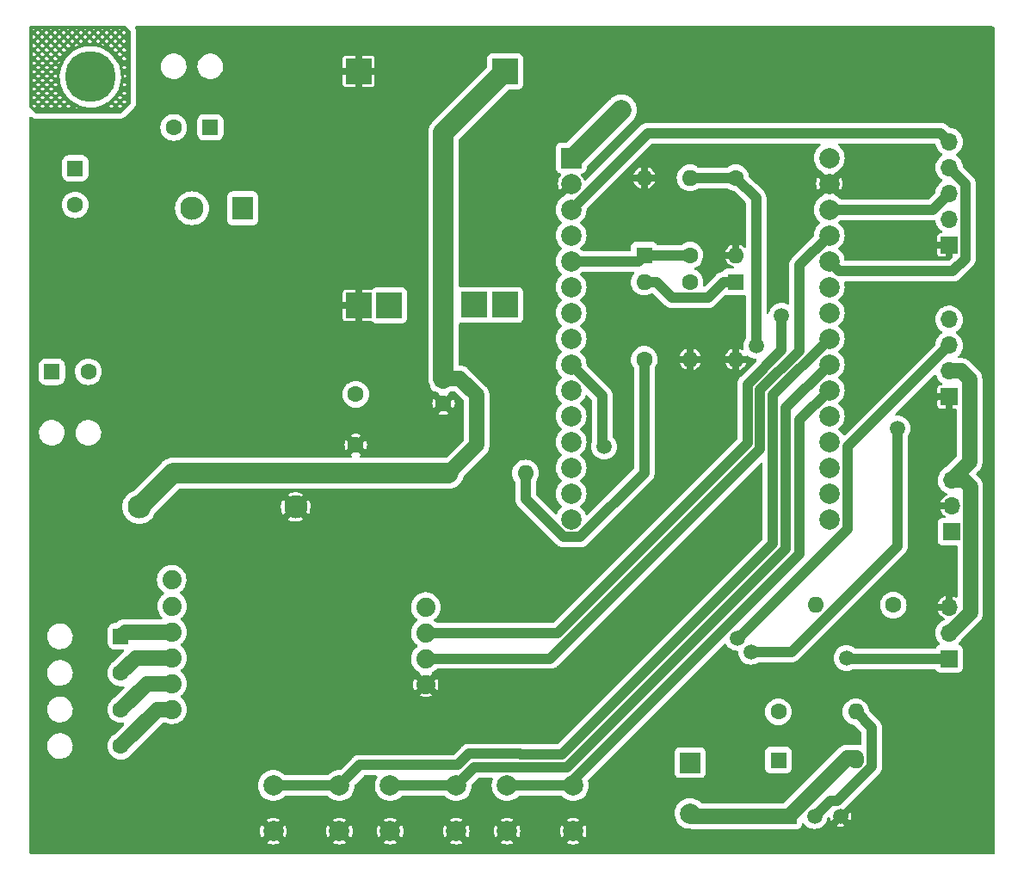
<source format=gbr>
%TF.GenerationSoftware,KiCad,Pcbnew,(6.0.1)*%
%TF.CreationDate,2022-06-09T16:49:39-03:00*%
%TF.ProjectId,alimentador automatico para pets,616c696d-656e-4746-9164-6f7220617574,rev?*%
%TF.SameCoordinates,Original*%
%TF.FileFunction,Copper,L1,Top*%
%TF.FilePolarity,Positive*%
%FSLAX46Y46*%
G04 Gerber Fmt 4.6, Leading zero omitted, Abs format (unit mm)*
G04 Created by KiCad (PCBNEW (6.0.1)) date 2022-06-09 16:49:39*
%MOMM*%
%LPD*%
G01*
G04 APERTURE LIST*
G04 Aperture macros list*
%AMRoundRect*
0 Rectangle with rounded corners*
0 $1 Rounding radius*
0 $2 $3 $4 $5 $6 $7 $8 $9 X,Y pos of 4 corners*
0 Add a 4 corners polygon primitive as box body*
4,1,4,$2,$3,$4,$5,$6,$7,$8,$9,$2,$3,0*
0 Add four circle primitives for the rounded corners*
1,1,$1+$1,$2,$3*
1,1,$1+$1,$4,$5*
1,1,$1+$1,$6,$7*
1,1,$1+$1,$8,$9*
0 Add four rect primitives between the rounded corners*
20,1,$1+$1,$2,$3,$4,$5,0*
20,1,$1+$1,$4,$5,$6,$7,0*
20,1,$1+$1,$6,$7,$8,$9,0*
20,1,$1+$1,$8,$9,$2,$3,0*%
G04 Aperture macros list end*
%TA.AperFunction,ComponentPad*%
%ADD10R,1.700000X1.700000*%
%TD*%
%TA.AperFunction,ComponentPad*%
%ADD11O,1.700000X1.700000*%
%TD*%
%TA.AperFunction,ComponentPad*%
%ADD12R,1.600000X1.600000*%
%TD*%
%TA.AperFunction,ComponentPad*%
%ADD13O,1.600000X1.600000*%
%TD*%
%TA.AperFunction,ComponentPad*%
%ADD14C,1.600000*%
%TD*%
%TA.AperFunction,ComponentPad*%
%ADD15R,2.500000X2.500000*%
%TD*%
%TA.AperFunction,ComponentPad*%
%ADD16RoundRect,0.250000X-0.550000X0.550000X-0.550000X-0.550000X0.550000X-0.550000X0.550000X0.550000X0*%
%TD*%
%TA.AperFunction,ComponentPad*%
%ADD17RoundRect,0.250000X0.550000X0.550000X-0.550000X0.550000X-0.550000X-0.550000X0.550000X-0.550000X0*%
%TD*%
%TA.AperFunction,ComponentPad*%
%ADD18R,1.500000X1.500000*%
%TD*%
%TA.AperFunction,ComponentPad*%
%ADD19C,1.500000*%
%TD*%
%TA.AperFunction,ComponentPad*%
%ADD20RoundRect,0.250000X-0.550000X-0.550000X0.550000X-0.550000X0.550000X0.550000X-0.550000X0.550000X0*%
%TD*%
%TA.AperFunction,ComponentPad*%
%ADD21C,2.300000*%
%TD*%
%TA.AperFunction,ComponentPad*%
%ADD22R,2.000000X2.300000*%
%TD*%
%TA.AperFunction,ComponentPad*%
%ADD23C,1.879600*%
%TD*%
%TA.AperFunction,ComponentPad*%
%ADD24R,2.000000X2.000000*%
%TD*%
%TA.AperFunction,ComponentPad*%
%ADD25C,2.000000*%
%TD*%
%TA.AperFunction,ViaPad*%
%ADD26C,1.500000*%
%TD*%
%TA.AperFunction,ViaPad*%
%ADD27C,5.000000*%
%TD*%
%TA.AperFunction,Conductor*%
%ADD28C,2.000000*%
%TD*%
%TA.AperFunction,Conductor*%
%ADD29C,1.000000*%
%TD*%
%TA.AperFunction,Conductor*%
%ADD30C,1.500000*%
%TD*%
G04 APERTURE END LIST*
D10*
%TO.P,J3,1,Pin_1*%
%TO.N,Net-(J3-Pad1)*%
X114725000Y-74775000D03*
D11*
%TO.P,J3,2,Pin_2*%
%TO.N,GND*%
X114725000Y-72235000D03*
%TO.P,J3,3,Pin_3*%
%TO.N,/5V*%
X114725000Y-69695000D03*
%TD*%
%TO.P,J4,3,Pin_3*%
%TO.N,GND*%
X114500000Y-82195000D03*
%TO.P,J4,2,Pin_2*%
%TO.N,/5V*%
X114500000Y-84735000D03*
D10*
%TO.P,J4,1,Pin_1*%
%TO.N,/sMotor*%
X114500000Y-87275000D03*
%TD*%
D12*
%TO.P,D1,1,K*%
%TO.N,/ac_check*%
X93500000Y-50190000D03*
D13*
%TO.P,D1,2,A*%
%TO.N,GND*%
X93500000Y-57810000D03*
%TD*%
D14*
%TO.P,R6,1*%
%TO.N,Net-(R1-Pad2)*%
X93500000Y-39940000D03*
D13*
%TO.P,R6,2*%
%TO.N,GND*%
X93500000Y-47560000D03*
%TD*%
D15*
%TO.P,U3,1,IN+*%
%TO.N,/5V*%
X70795000Y-29455000D03*
%TO.P,U3,2,IN-*%
%TO.N,GND*%
X56395000Y-29455000D03*
%TO.P,U3,3,OUT-*%
X56395000Y-52505000D03*
%TO.P,U3,4,B-*%
%TO.N,Net-(J7-Pad1)*%
X59395000Y-52505000D03*
%TO.P,U3,5,B+*%
%TO.N,Net-(J7-Pad2)*%
X67795000Y-52455000D03*
%TO.P,U3,6,OUT+*%
%TO.N,/+Vcc*%
X70795000Y-52455000D03*
%TD*%
D16*
%TO.P,J2,1,Pin_1*%
%TO.N,/green_wire*%
X33000000Y-85070000D03*
D14*
%TO.P,J2,2,Pin_2*%
%TO.N,/white_wire*%
X33000000Y-88670000D03*
%TO.P,J2,3,Pin_3*%
%TO.N,/black_wire*%
X33000000Y-92270000D03*
%TO.P,J2,4,Pin_4*%
%TO.N,/red_wire*%
X33000000Y-95870000D03*
%TD*%
%TO.P,R7,1*%
%TO.N,/buzzer*%
X97690000Y-92500000D03*
D13*
%TO.P,R7,2*%
%TO.N,Net-(Q1-Pad2)*%
X105310000Y-92500000D03*
%TD*%
D14*
%TO.P,R3,1*%
%TO.N,/5V*%
X65190000Y-69000000D03*
D13*
%TO.P,R3,2*%
%TO.N,Net-(R3-Pad2)*%
X72810000Y-69000000D03*
%TD*%
D14*
%TO.P,C1,2*%
%TO.N,GND*%
X56114000Y-66250000D03*
%TO.P,C1,1*%
%TO.N,/5V*%
X56114000Y-61250000D03*
%TD*%
D17*
%TO.P,J1,1,Pin_1*%
%TO.N,/N*%
X41800000Y-34975000D03*
D14*
%TO.P,J1,2,Pin_2*%
%TO.N,Net-(J1-Pad2)*%
X38200000Y-34975000D03*
%TD*%
%TO.P,R5,1*%
%TO.N,Net-(R3-Pad2)*%
X84500000Y-57810000D03*
D13*
%TO.P,R5,2*%
%TO.N,/ac_check*%
X84500000Y-50190000D03*
%TD*%
D18*
%TO.P,Q1,1,C*%
%TO.N,Net-(D4-Pad2)*%
X98730000Y-102770000D03*
D19*
%TO.P,Q1,2,B*%
%TO.N,Net-(Q1-Pad2)*%
X101270000Y-102770000D03*
%TO.P,Q1,3,E*%
%TO.N,GND*%
X103810000Y-102770000D03*
%TD*%
D10*
%TO.P,J6,1,Pin_1*%
%TO.N,GND*%
X114500000Y-46550000D03*
D11*
%TO.P,J6,2,Pin_2*%
%TO.N,/3V3*%
X114500000Y-44010000D03*
%TO.P,J6,3,Pin_3*%
%TO.N,/SW_encoder*%
X114500000Y-41470000D03*
%TO.P,J6,4,Pin_4*%
%TO.N,/DT_encoder*%
X114500000Y-38930000D03*
%TO.P,J6,5,Pin_5*%
%TO.N,/CLK_encoder*%
X114500000Y-36390000D03*
%TD*%
D12*
%TO.P,D2,1,K*%
%TO.N,/IR_out*%
X84500000Y-47560000D03*
D13*
%TO.P,D2,2,A*%
%TO.N,GND*%
X84500000Y-39940000D03*
%TD*%
D20*
%TO.P,J7,1,Pin_1*%
%TO.N,Net-(J7-Pad1)*%
X26200000Y-59025000D03*
D14*
%TO.P,J7,2,Pin_2*%
%TO.N,Net-(J7-Pad2)*%
X29800000Y-59025000D03*
%TD*%
D13*
%TO.P,R2,2*%
%TO.N,Net-(R1-Pad2)*%
X101380000Y-82000000D03*
D14*
%TO.P,R2,1*%
%TO.N,Net-(J3-Pad1)*%
X109000000Y-82000000D03*
%TD*%
%TO.P,C2,2*%
%TO.N,GND*%
X64750000Y-62172651D03*
D12*
%TO.P,C2,1*%
%TO.N,/5V*%
X64750000Y-59672651D03*
%TD*%
D10*
%TO.P,J8,1,Pin_1*%
%TO.N,GND*%
X114500000Y-61500000D03*
D11*
%TO.P,J8,2,Pin_2*%
%TO.N,/5V*%
X114500000Y-58960000D03*
%TO.P,J8,3,Pin_3*%
%TO.N,/SDA_disp*%
X114500000Y-56420000D03*
%TO.P,J8,4,Pin_4*%
%TO.N,/SCL_disp*%
X114500000Y-53880000D03*
%TD*%
D16*
%TO.P,J5,1,Pin_1*%
%TO.N,Net-(J1-Pad2)*%
X28500000Y-39000000D03*
D14*
%TO.P,J5,2,Pin_2*%
%TO.N,/Phase*%
X28500000Y-42600000D03*
%TD*%
D21*
%TO.P,PS1,4,+Vout*%
%TO.N,/5V*%
X34800000Y-72337500D03*
%TO.P,PS1,3,-Vout*%
%TO.N,GND*%
X50200000Y-72337500D03*
%TO.P,PS1,2,AC/N*%
%TO.N,/N*%
X40000000Y-42937500D03*
D22*
%TO.P,PS1,1,AC/L*%
%TO.N,/Phase*%
X45000000Y-42937500D03*
%TD*%
D14*
%TO.P,R1,1*%
%TO.N,/IR_out*%
X89000000Y-47560000D03*
D13*
%TO.P,R1,2*%
%TO.N,Net-(R1-Pad2)*%
X89000000Y-39940000D03*
%TD*%
D14*
%TO.P,R4,1*%
%TO.N,Net-(R3-Pad2)*%
X89000000Y-50190000D03*
D13*
%TO.P,R4,2*%
%TO.N,GND*%
X89000000Y-57810000D03*
%TD*%
D23*
%TO.P,U2,1,GND*%
%TO.N,GND*%
X63000000Y-89800000D03*
%TO.P,U2,2,DT*%
%TO.N,/DT*%
X63000000Y-87260000D03*
%TO.P,U2,3,SCK*%
%TO.N,/SCK*%
X63000000Y-84720000D03*
%TO.P,U2,4,Vcc*%
%TO.N,/3V3*%
X63000000Y-82180000D03*
%TO.P,U2,5,+B*%
%TO.N,unconnected-(U2-Pad5)*%
X38000000Y-79500000D03*
%TO.P,U2,6,-B*%
%TO.N,unconnected-(U2-Pad6)*%
X38040000Y-82100000D03*
%TO.P,U2,7,+A*%
%TO.N,/green_wire*%
X38040000Y-84640000D03*
%TO.P,U2,8,-A*%
%TO.N,/white_wire*%
X38040000Y-87180000D03*
%TO.P,U2,9,-E*%
%TO.N,/black_wire*%
X38040000Y-89720000D03*
%TO.P,U2,10,+E*%
%TO.N,/red_wire*%
X38040000Y-92260000D03*
%TD*%
D24*
%TO.P,U1,1,3V3*%
%TO.N,/3V3*%
X77300000Y-37985000D03*
D25*
%TO.P,U1,2,GND*%
%TO.N,GND*%
X77300000Y-40525000D03*
%TO.P,U1,3,D15*%
%TO.N,/CLK_encoder*%
X77300000Y-43065000D03*
%TO.P,U1,4,D2*%
%TO.N,unconnected-(U1-Pad4)*%
X77300000Y-45605000D03*
%TO.P,U1,5,D4*%
%TO.N,/IR_out*%
X77300000Y-48145000D03*
%TO.P,U1,6,RX2*%
%TO.N,unconnected-(U1-Pad6)*%
X77300000Y-50685000D03*
%TO.P,U1,7,TX2*%
%TO.N,unconnected-(U1-Pad7)*%
X77300000Y-53225000D03*
%TO.P,U1,8,D5*%
%TO.N,unconnected-(U1-Pad8)*%
X77300000Y-55765000D03*
%TO.P,U1,9,D18*%
%TO.N,/buzzer*%
X77300000Y-58305000D03*
%TO.P,U1,10,D19*%
%TO.N,/sMotor*%
X77300000Y-60845000D03*
%TO.P,U1,11,D21*%
%TO.N,/SDA_disp*%
X77300000Y-63385000D03*
%TO.P,U1,12,RX0*%
%TO.N,unconnected-(U1-Pad12)*%
X77300000Y-65925000D03*
%TO.P,U1,13,TX0*%
%TO.N,unconnected-(U1-Pad13)*%
X77300000Y-68465000D03*
%TO.P,U1,14,D22*%
%TO.N,/SCL_disp*%
X77300000Y-71005000D03*
%TO.P,U1,15,D23*%
%TO.N,unconnected-(U1-Pad15)*%
X77300000Y-73545000D03*
%TO.P,U1,16,EN*%
%TO.N,unconnected-(U1-Pad16)*%
X102700000Y-73545000D03*
%TO.P,U1,17,VP*%
%TO.N,unconnected-(U1-Pad17)*%
X102700000Y-71005000D03*
%TO.P,U1,18,VN*%
%TO.N,unconnected-(U1-Pad18)*%
X102700000Y-68465000D03*
%TO.P,U1,19,D34*%
%TO.N,/led_on*%
X102700000Y-65925000D03*
%TO.P,U1,20,D35*%
%TO.N,unconnected-(U1-Pad20)*%
X102700000Y-63385000D03*
%TO.P,U1,21,D32*%
%TO.N,/BUTTON_1*%
X102700000Y-60845000D03*
%TO.P,U1,22,D33*%
%TO.N,/BUTTON_2*%
X102700000Y-58305000D03*
%TO.P,U1,23,D25*%
%TO.N,/BUTTON_3*%
X102700000Y-55765000D03*
%TO.P,U1,24,D26*%
%TO.N,/ac_check*%
X102700000Y-53225000D03*
%TO.P,U1,25,D27*%
%TO.N,/SCK*%
X102700000Y-50685000D03*
%TO.P,U1,26,D14*%
%TO.N,/DT_encoder*%
X102700000Y-48145000D03*
%TO.P,U1,27,D12*%
%TO.N,/DT*%
X102700000Y-45605000D03*
%TO.P,U1,28,D13*%
%TO.N,/SW_encoder*%
X102700000Y-43065000D03*
%TO.P,U1,29,GND*%
%TO.N,GND*%
X102700000Y-40525000D03*
%TO.P,U1,30,VIN*%
%TO.N,/+Vcc*%
X102700000Y-37985000D03*
%TD*%
D13*
%TO.P,D4,2,A*%
%TO.N,Net-(D4-Pad2)*%
X105310000Y-97250000D03*
D12*
%TO.P,D4,1,K*%
%TO.N,/5V*%
X97690000Y-97250000D03*
%TD*%
D25*
%TO.P,BZ1,2,+*%
%TO.N,Net-(D4-Pad2)*%
X89000000Y-102500000D03*
D24*
%TO.P,BZ1,1,-*%
%TO.N,/5V*%
X89000000Y-97500000D03*
%TD*%
D25*
%TO.P,SW3,1,1*%
%TO.N,/BUTTON_3*%
X54500000Y-99750000D03*
X48000000Y-99750000D03*
%TO.P,SW3,2,2*%
%TO.N,GND*%
X54500000Y-104250000D03*
X48000000Y-104250000D03*
%TD*%
%TO.P,SW2,1,1*%
%TO.N,/BUTTON_2*%
X66000000Y-99750000D03*
X59500000Y-99750000D03*
%TO.P,SW2,2,2*%
%TO.N,GND*%
X66000000Y-104250000D03*
X59500000Y-104250000D03*
%TD*%
%TO.P,SW1,1,1*%
%TO.N,/BUTTON_1*%
X71000000Y-99750000D03*
X77500000Y-99750000D03*
%TO.P,SW1,2,2*%
%TO.N,GND*%
X71000000Y-104250000D03*
X77500000Y-104250000D03*
%TD*%
D26*
%TO.N,/sMotor*%
X104400000Y-87200000D03*
D27*
%TO.N,*%
X30000000Y-30000000D03*
%TO.N,GND*%
X115000000Y-102000000D03*
X30500000Y-102000000D03*
X114500000Y-30000000D03*
D26*
%TO.N,/3V3*%
X82250000Y-33250000D03*
%TO.N,/SCL_disp*%
X109400000Y-64600000D03*
X95000000Y-86600000D03*
%TO.N,/SDA_disp*%
X93643114Y-85227500D03*
%TO.N,Net-(R1-Pad2)*%
X95500000Y-56500000D03*
%TO.N,/SCK*%
X98000000Y-53500000D03*
%TO.N,/buzzer*%
X80549011Y-66400000D03*
%TD*%
D28*
%TO.N,/5V*%
X64750000Y-35500000D02*
X64750000Y-59672651D01*
X70795000Y-29455000D02*
X64750000Y-35500000D01*
D29*
%TO.N,/SCL_disp*%
X98971341Y-86600000D02*
X109400000Y-76171341D01*
X109400000Y-76171341D02*
X109400000Y-64600000D01*
X95000000Y-86600000D02*
X98971341Y-86600000D01*
%TO.N,/buzzer*%
X80400000Y-61405000D02*
X77300000Y-58305000D01*
X80400000Y-66250989D02*
X80400000Y-61405000D01*
X80549011Y-66400000D02*
X80400000Y-66250989D01*
%TO.N,/SDA_disp*%
X104500000Y-66420000D02*
X114500000Y-56420000D01*
X104500000Y-74500000D02*
X104500000Y-66420000D01*
X93643114Y-85227500D02*
X93772500Y-85227500D01*
X93772500Y-85227500D02*
X104500000Y-74500000D01*
%TO.N,/CLK_encoder*%
X84825000Y-35540000D02*
X77300000Y-43065000D01*
X113650000Y-35540000D02*
X84825000Y-35540000D01*
X114500000Y-36390000D02*
X113650000Y-35540000D01*
%TO.N,Net-(R3-Pad2)*%
X84500000Y-69000000D02*
X84500000Y-57810000D01*
X76575328Y-75294511D02*
X78205489Y-75294511D01*
X78205489Y-75294511D02*
X84500000Y-69000000D01*
X72810000Y-71529183D02*
X76575328Y-75294511D01*
X72810000Y-69000000D02*
X72810000Y-71529183D01*
%TO.N,/ac_check*%
X85690000Y-50190000D02*
X84500000Y-50190000D01*
X87250000Y-51750000D02*
X85690000Y-50190000D01*
X92310000Y-50190000D02*
X90750000Y-51750000D01*
X90750000Y-51750000D02*
X87250000Y-51750000D01*
X93500000Y-50190000D02*
X92310000Y-50190000D01*
%TO.N,/SCK*%
X98000000Y-53500000D02*
X98000000Y-56925930D01*
%TO.N,/sMotor*%
X104475000Y-87275000D02*
X104400000Y-87200000D01*
X114500000Y-87275000D02*
X104475000Y-87275000D01*
D30*
%TO.N,/5V*%
X66327748Y-59672651D02*
X64750000Y-59672651D01*
X67999520Y-61344423D02*
X66327748Y-59672651D01*
X67999520Y-66250480D02*
X67999520Y-61344423D01*
X65250000Y-69000000D02*
X67999520Y-66250480D01*
D28*
X38137500Y-69000000D02*
X34800000Y-72337500D01*
X65250000Y-69000000D02*
X38137500Y-69000000D01*
D29*
%TO.N,Net-(Q1-Pad2)*%
X102769511Y-101270489D02*
X101270000Y-102770000D01*
X103500000Y-101270489D02*
X102769511Y-101270489D01*
X106859511Y-94049511D02*
X106859511Y-97910978D01*
X105310000Y-92500000D02*
X106859511Y-94049511D01*
X106859511Y-97910978D02*
X103500000Y-101270489D01*
D30*
%TO.N,Net-(D4-Pad2)*%
X105310000Y-97000000D02*
X104500000Y-97000000D01*
X104500000Y-97000000D02*
X98730000Y-102770000D01*
X89270000Y-102770000D02*
X89000000Y-102500000D01*
X98730000Y-102770000D02*
X89270000Y-102770000D01*
%TO.N,/white_wire*%
X34490000Y-87180000D02*
X33000000Y-88670000D01*
X38040000Y-87180000D02*
X34490000Y-87180000D01*
%TO.N,/red_wire*%
X38040000Y-92260000D02*
X36610000Y-92260000D01*
X36610000Y-92260000D02*
X33000000Y-95870000D01*
%TO.N,/black_wire*%
X35550000Y-89720000D02*
X33000000Y-92270000D01*
X38040000Y-89720000D02*
X35550000Y-89720000D01*
%TO.N,/green_wire*%
X33430000Y-84640000D02*
X33000000Y-85070000D01*
X38040000Y-84640000D02*
X33430000Y-84640000D01*
%TO.N,/5V*%
X114575605Y-84735000D02*
X114500000Y-84735000D01*
X116574511Y-82736094D02*
X114575605Y-84735000D01*
X116574511Y-70342430D02*
X116574511Y-82736094D01*
X115927081Y-69695000D02*
X116574511Y-70342430D01*
X114725000Y-69695000D02*
X115927081Y-69695000D01*
D29*
%TO.N,Net-(R1-Pad2)*%
X95500000Y-41940000D02*
X95500000Y-56500000D01*
X93500000Y-39940000D02*
X95500000Y-41940000D01*
X89000000Y-39940000D02*
X93500000Y-39940000D01*
%TO.N,/IR_out*%
X84500000Y-47560000D02*
X89000000Y-47560000D01*
X83915000Y-48145000D02*
X84500000Y-47560000D01*
X77300000Y-48145000D02*
X83915000Y-48145000D01*
%TO.N,/SW_encoder*%
X112905000Y-43065000D02*
X114500000Y-41470000D01*
X102700000Y-43065000D02*
X112905000Y-43065000D01*
%TO.N,/DT_encoder*%
X116099511Y-40529511D02*
X114500000Y-38930000D01*
X114855000Y-49145000D02*
X116099511Y-47900489D01*
X116099511Y-47900489D02*
X116099511Y-40529511D01*
X103700000Y-49145000D02*
X114855000Y-49145000D01*
X102700000Y-48145000D02*
X103700000Y-49145000D01*
D28*
%TO.N,/3V3*%
X77515500Y-37985000D02*
X77300000Y-37985000D01*
X82250000Y-33250000D02*
X82250000Y-33250500D01*
X82250000Y-33250500D02*
X77515500Y-37985000D01*
D30*
%TO.N,/5V*%
X116500000Y-59757919D02*
X116500000Y-67920000D01*
X115702081Y-58960000D02*
X116500000Y-59757919D01*
X114500000Y-58960000D02*
X115702081Y-58960000D01*
X116500000Y-67920000D02*
X114725000Y-69695000D01*
D29*
%TO.N,/BUTTON_1*%
X77500000Y-99750000D02*
X77500000Y-99250000D01*
X102695106Y-60845000D02*
X102700000Y-60845000D01*
X71000000Y-99750000D02*
X77500000Y-99750000D01*
X77500000Y-99250000D02*
X99750000Y-77000000D01*
X99750000Y-77000000D02*
X99750000Y-63790106D01*
X99750000Y-63790106D02*
X102695106Y-60845000D01*
%TO.N,/BUTTON_2*%
X98450480Y-62549626D02*
X98450480Y-76461722D01*
X71745383Y-97950489D02*
X67799511Y-97950489D01*
X102700000Y-58305000D02*
X102695106Y-58305000D01*
X98450480Y-76461722D02*
X76912202Y-98000000D01*
X102695106Y-58305000D02*
X98450480Y-62549626D01*
X76912202Y-98000000D02*
X71794894Y-98000000D01*
X71794894Y-98000000D02*
X71745383Y-97950489D01*
X59500000Y-99750000D02*
X66000000Y-99750000D01*
X67799511Y-97950489D02*
X66000000Y-99750000D01*
%TO.N,/BUTTON_3*%
X66162202Y-97750000D02*
X56500000Y-97750000D01*
X76373924Y-96700480D02*
X72333172Y-96700480D01*
X72283662Y-96650970D02*
X67261232Y-96650970D01*
X97150960Y-61309146D02*
X97150960Y-75923444D01*
X102700000Y-55765000D02*
X102695106Y-55765000D01*
X97150960Y-75923444D02*
X76373924Y-96700480D01*
X72333172Y-96700480D02*
X72283662Y-96650970D01*
X48000000Y-99750000D02*
X54500000Y-99750000D01*
X56500000Y-97750000D02*
X54500000Y-99750000D01*
X102695106Y-55765000D02*
X97150960Y-61309146D01*
X67261232Y-96650970D02*
X66162202Y-97750000D01*
%TO.N,/SCK*%
X94651920Y-60274010D02*
X94651920Y-66080992D01*
X98000000Y-56925930D02*
X94651920Y-60274010D01*
X76012912Y-84720000D02*
X63000000Y-84720000D01*
X94651920Y-66080992D02*
X76012912Y-84720000D01*
%TO.N,/DT*%
X75240000Y-87260000D02*
X95901440Y-66598560D01*
X63000000Y-87260000D02*
X75240000Y-87260000D01*
X99750000Y-56943018D02*
X99750000Y-48555000D01*
X95901440Y-60791578D02*
X99750000Y-56943018D01*
X95901440Y-66598560D02*
X95901440Y-60791578D01*
X99750000Y-48555000D02*
X102700000Y-45605000D01*
%TD*%
%TA.AperFunction,NonConductor*%
G36*
X33523931Y-25028002D02*
G01*
X33544905Y-25044905D01*
X33963095Y-25463095D01*
X33997121Y-25525407D01*
X34000000Y-25552190D01*
X34000000Y-32547810D01*
X33979998Y-32615931D01*
X33963095Y-32636905D01*
X33036905Y-33563095D01*
X32974593Y-33597121D01*
X32947810Y-33600000D01*
X24651787Y-33600000D01*
X24583666Y-33579998D01*
X24563182Y-33563584D01*
X24169294Y-33174000D01*
X24757472Y-33174000D01*
X24951414Y-33174000D01*
X25606000Y-33174000D01*
X25799942Y-33174000D01*
X26454528Y-33174000D01*
X26648470Y-33174000D01*
X27303056Y-33174000D01*
X27496998Y-33174000D01*
X28151584Y-33174000D01*
X28345526Y-33174000D01*
X29000112Y-33174000D01*
X29072729Y-33174000D01*
X31545697Y-33174000D01*
X31739639Y-33174000D01*
X32394225Y-33174000D01*
X32588167Y-33174000D01*
X32491196Y-33077029D01*
X32394225Y-33174000D01*
X31739639Y-33174000D01*
X31642668Y-33077029D01*
X31545697Y-33174000D01*
X29072729Y-33174000D01*
X29016211Y-33157901D01*
X29000112Y-33174000D01*
X28345526Y-33174000D01*
X28248555Y-33077029D01*
X28151584Y-33174000D01*
X27496998Y-33174000D01*
X27400027Y-33077029D01*
X27303056Y-33174000D01*
X26648470Y-33174000D01*
X26551499Y-33077029D01*
X26454528Y-33174000D01*
X25799942Y-33174000D01*
X25702971Y-33077029D01*
X25606000Y-33174000D01*
X24951414Y-33174000D01*
X24854443Y-33077029D01*
X24757472Y-33174000D01*
X24169294Y-33174000D01*
X24045395Y-33051455D01*
X24011028Y-32989330D01*
X24008000Y-32961871D01*
X24008000Y-32890071D01*
X24306000Y-32890071D01*
X24463846Y-33046192D01*
X24643726Y-32866312D01*
X25065160Y-32866312D01*
X25278707Y-33079859D01*
X25492254Y-32866312D01*
X25913688Y-32866312D01*
X26127235Y-33079859D01*
X26340782Y-32866312D01*
X26762216Y-32866312D01*
X26975763Y-33079859D01*
X27189310Y-32866312D01*
X27610744Y-32866312D01*
X27824291Y-33079859D01*
X27910594Y-32993556D01*
X28586516Y-32993556D01*
X28672819Y-33079859D01*
X28675282Y-33077396D01*
X31215941Y-33077396D01*
X31218404Y-33079859D01*
X31224722Y-33073541D01*
X31215941Y-33077396D01*
X28675282Y-33077396D01*
X28708567Y-33044111D01*
X28586516Y-32993556D01*
X27910594Y-32993556D01*
X28037838Y-32866312D01*
X27824291Y-32652765D01*
X27610744Y-32866312D01*
X27189310Y-32866312D01*
X26975763Y-32652765D01*
X26762216Y-32866312D01*
X26340782Y-32866312D01*
X26127235Y-32652765D01*
X25913688Y-32866312D01*
X25492254Y-32866312D01*
X25278707Y-32652765D01*
X25065160Y-32866312D01*
X24643726Y-32866312D01*
X24430179Y-32652765D01*
X24306000Y-32776944D01*
X24306000Y-32890071D01*
X24008000Y-32890071D01*
X24008000Y-32442048D01*
X24640896Y-32442048D01*
X24854443Y-32655595D01*
X25067990Y-32442048D01*
X25489424Y-32442048D01*
X25702971Y-32655595D01*
X25916518Y-32442048D01*
X26337952Y-32442048D01*
X26551499Y-32655595D01*
X26765046Y-32442048D01*
X27186480Y-32442048D01*
X27400027Y-32655595D01*
X27613574Y-32442048D01*
X27400027Y-32228501D01*
X27186480Y-32442048D01*
X26765046Y-32442048D01*
X26551499Y-32228501D01*
X26337952Y-32442048D01*
X25916518Y-32442048D01*
X25702971Y-32228501D01*
X25489424Y-32442048D01*
X25067990Y-32442048D01*
X24854443Y-32228501D01*
X24640896Y-32442048D01*
X24008000Y-32442048D01*
X24008000Y-32107152D01*
X24306000Y-32107152D01*
X24430179Y-32231331D01*
X24643726Y-32017784D01*
X25065160Y-32017784D01*
X25278707Y-32231331D01*
X25492254Y-32017784D01*
X25913688Y-32017784D01*
X26127235Y-32231331D01*
X26340782Y-32017784D01*
X26762216Y-32017784D01*
X26975763Y-32231331D01*
X27189310Y-32017784D01*
X26975763Y-31804237D01*
X26762216Y-32017784D01*
X26340782Y-32017784D01*
X26127235Y-31804237D01*
X25913688Y-32017784D01*
X25492254Y-32017784D01*
X25278707Y-31804237D01*
X25065160Y-32017784D01*
X24643726Y-32017784D01*
X24430179Y-31804237D01*
X24306000Y-31928416D01*
X24306000Y-32107152D01*
X24008000Y-32107152D01*
X24008000Y-31593520D01*
X24640896Y-31593520D01*
X24854443Y-31807067D01*
X25067990Y-31593520D01*
X25489424Y-31593520D01*
X25702971Y-31807067D01*
X25916518Y-31593520D01*
X26337952Y-31593520D01*
X26551499Y-31807067D01*
X26765046Y-31593520D01*
X26551499Y-31379973D01*
X26337952Y-31593520D01*
X25916518Y-31593520D01*
X25702971Y-31379973D01*
X25489424Y-31593520D01*
X25067990Y-31593520D01*
X24854443Y-31379973D01*
X24640896Y-31593520D01*
X24008000Y-31593520D01*
X24008000Y-31258624D01*
X24306000Y-31258624D01*
X24430179Y-31382803D01*
X24643726Y-31169256D01*
X25065160Y-31169256D01*
X25278707Y-31382803D01*
X25492254Y-31169256D01*
X25913688Y-31169256D01*
X26127235Y-31382803D01*
X26340782Y-31169256D01*
X26762216Y-31169256D01*
X26975763Y-31382803D01*
X26986317Y-31372249D01*
X26986144Y-31371870D01*
X26984693Y-31368578D01*
X26983660Y-31366140D01*
X26982283Y-31362753D01*
X26866272Y-31065200D01*
X26762216Y-31169256D01*
X26340782Y-31169256D01*
X26127235Y-30955709D01*
X25913688Y-31169256D01*
X25492254Y-31169256D01*
X25278707Y-30955709D01*
X25065160Y-31169256D01*
X24643726Y-31169256D01*
X24430179Y-30955709D01*
X24306000Y-31079889D01*
X24306000Y-31258624D01*
X24008000Y-31258624D01*
X24008000Y-30744992D01*
X24640896Y-30744992D01*
X24854443Y-30958539D01*
X25067990Y-30744992D01*
X25489424Y-30744992D01*
X25702971Y-30958539D01*
X25916518Y-30744992D01*
X26337952Y-30744992D01*
X26551499Y-30958539D01*
X26765046Y-30744992D01*
X26551499Y-30531445D01*
X26337952Y-30744992D01*
X25916518Y-30744992D01*
X25702971Y-30531445D01*
X25489424Y-30744992D01*
X25067990Y-30744992D01*
X24854443Y-30531445D01*
X24640896Y-30744992D01*
X24008000Y-30744992D01*
X24008000Y-30410094D01*
X24306000Y-30410094D01*
X24430179Y-30534274D01*
X24643726Y-30320727D01*
X25065160Y-30320727D01*
X25278707Y-30534274D01*
X25492254Y-30320727D01*
X25913688Y-30320727D01*
X26127235Y-30534274D01*
X26340782Y-30320727D01*
X26127235Y-30107180D01*
X25913688Y-30320727D01*
X25492254Y-30320727D01*
X25278707Y-30107180D01*
X25065160Y-30320727D01*
X24643726Y-30320727D01*
X24430179Y-30107180D01*
X24306000Y-30231359D01*
X24306000Y-30410094D01*
X24008000Y-30410094D01*
X24008000Y-29896463D01*
X24640896Y-29896463D01*
X24854443Y-30110010D01*
X25067990Y-29896463D01*
X25489424Y-29896463D01*
X25702971Y-30110010D01*
X25916518Y-29896463D01*
X26337952Y-29896463D01*
X26551500Y-30110010D01*
X26691480Y-29970030D01*
X26689990Y-29913142D01*
X26689947Y-29909510D01*
X26689954Y-29906860D01*
X26689980Y-29905341D01*
X26987888Y-29905341D01*
X26987983Y-29908971D01*
X26987983Y-29908972D01*
X26990367Y-30000000D01*
X26996970Y-30252171D01*
X27045856Y-30595660D01*
X27133897Y-30931253D01*
X27259927Y-31254503D01*
X27261624Y-31257708D01*
X27395113Y-31509825D01*
X27422275Y-31561126D01*
X27424325Y-31564109D01*
X27424327Y-31564112D01*
X27616733Y-31844064D01*
X27616739Y-31844071D01*
X27618790Y-31847056D01*
X27846866Y-32108505D01*
X27849551Y-32110948D01*
X28059268Y-32301775D01*
X28103481Y-32342006D01*
X28385233Y-32544466D01*
X28688388Y-32713200D01*
X29008928Y-32845972D01*
X29012422Y-32846967D01*
X29012424Y-32846968D01*
X29339103Y-32940025D01*
X29339108Y-32940026D01*
X29342604Y-32941022D01*
X29539304Y-32973233D01*
X29681412Y-32996504D01*
X29681419Y-32996505D01*
X29684993Y-32997090D01*
X29858276Y-33005262D01*
X30027931Y-33013263D01*
X30027932Y-33013263D01*
X30031558Y-33013434D01*
X30040415Y-33012830D01*
X30374073Y-32990084D01*
X30374081Y-32990083D01*
X30377704Y-32989836D01*
X30381279Y-32989173D01*
X30381282Y-32989173D01*
X30715279Y-32927270D01*
X30715283Y-32927269D01*
X30718844Y-32926609D01*
X30914843Y-32866312D01*
X31853385Y-32866312D01*
X32066932Y-33079859D01*
X32280479Y-32866312D01*
X32701913Y-32866312D01*
X32915460Y-33079859D01*
X33129007Y-32866312D01*
X32915460Y-32652765D01*
X32701913Y-32866312D01*
X32280479Y-32866312D01*
X32066932Y-32652765D01*
X31853385Y-32866312D01*
X30914843Y-32866312D01*
X31050456Y-32824592D01*
X31368145Y-32685136D01*
X31603152Y-32547810D01*
X31664560Y-32511926D01*
X31664562Y-32511925D01*
X31667700Y-32510091D01*
X31758325Y-32442048D01*
X32277649Y-32442048D01*
X32491196Y-32655595D01*
X32704743Y-32442048D01*
X33126177Y-32442048D01*
X33339724Y-32655595D01*
X33553271Y-32442048D01*
X33339724Y-32228501D01*
X33126177Y-32442048D01*
X32704743Y-32442048D01*
X32491196Y-32228501D01*
X32277649Y-32442048D01*
X31758325Y-32442048D01*
X31942244Y-32303958D01*
X31942248Y-32303955D01*
X31945151Y-32301775D01*
X32196819Y-32062950D01*
X32234584Y-32017784D01*
X32701913Y-32017784D01*
X32915460Y-32231331D01*
X33129007Y-32017784D01*
X33550441Y-32017784D01*
X33574000Y-32041343D01*
X33574000Y-31994225D01*
X33550441Y-32017784D01*
X33129007Y-32017784D01*
X32915460Y-31804237D01*
X32701913Y-32017784D01*
X32234584Y-32017784D01*
X32419370Y-31796783D01*
X32552888Y-31593520D01*
X33126177Y-31593520D01*
X33339724Y-31807067D01*
X33553271Y-31593520D01*
X33339724Y-31379973D01*
X33126177Y-31593520D01*
X32552888Y-31593520D01*
X32609853Y-31506799D01*
X32751190Y-31225782D01*
X33072481Y-31225782D01*
X33129007Y-31169256D01*
X33550441Y-31169256D01*
X33574000Y-31192815D01*
X33574000Y-31145698D01*
X33550441Y-31169256D01*
X33129007Y-31169256D01*
X33102768Y-31143018D01*
X33072481Y-31225782D01*
X32751190Y-31225782D01*
X32764117Y-31200080D01*
X32764120Y-31200072D01*
X32765744Y-31196844D01*
X32884977Y-30871026D01*
X32885822Y-30867504D01*
X32885825Y-30867496D01*
X32896742Y-30822024D01*
X33203209Y-30822024D01*
X33339724Y-30958539D01*
X33553271Y-30744992D01*
X33339723Y-30531445D01*
X33251883Y-30619285D01*
X33203209Y-30822024D01*
X32896742Y-30822024D01*
X32965124Y-30537191D01*
X32965125Y-30537187D01*
X32965971Y-30533662D01*
X32991739Y-30320727D01*
X33550441Y-30320727D01*
X33574000Y-30344285D01*
X33574000Y-30297168D01*
X33550441Y-30320727D01*
X32991739Y-30320727D01*
X33000035Y-30252171D01*
X33007316Y-30192004D01*
X33007316Y-30191997D01*
X33007652Y-30189225D01*
X33011100Y-30079532D01*
X33013511Y-30002797D01*
X33013599Y-30000000D01*
X33013051Y-29990492D01*
X32997819Y-29726326D01*
X33296314Y-29726326D01*
X33311105Y-29982846D01*
X33311236Y-29985666D01*
X33311308Y-29987711D01*
X33311375Y-29990492D01*
X33311522Y-30001703D01*
X33311528Y-30004524D01*
X33311509Y-30006572D01*
X33311452Y-30009361D01*
X33309247Y-30079532D01*
X33339724Y-30110010D01*
X33553271Y-29896463D01*
X33339724Y-29682916D01*
X33296314Y-29726326D01*
X32997819Y-29726326D01*
X32993836Y-29657246D01*
X32993835Y-29657241D01*
X32993627Y-29653626D01*
X32961963Y-29472199D01*
X33550441Y-29472199D01*
X33574000Y-29495758D01*
X33574000Y-29448640D01*
X33550441Y-29472199D01*
X32961963Y-29472199D01*
X32933976Y-29311842D01*
X32918221Y-29258652D01*
X32846565Y-29016748D01*
X33157364Y-29016748D01*
X33183616Y-29105374D01*
X33339724Y-29261482D01*
X33553271Y-29047935D01*
X33339724Y-28834388D01*
X33157364Y-29016748D01*
X32846565Y-29016748D01*
X32835437Y-28979180D01*
X32699316Y-28660048D01*
X32649569Y-28572831D01*
X32562439Y-28420076D01*
X32905508Y-28420076D01*
X32958169Y-28512401D01*
X32959916Y-28515569D01*
X32961162Y-28517907D01*
X32962828Y-28521145D01*
X32969278Y-28534139D01*
X32970846Y-28537417D01*
X32971955Y-28539823D01*
X32973424Y-28543133D01*
X33044024Y-28708654D01*
X33129007Y-28623671D01*
X33550441Y-28623671D01*
X33574000Y-28647230D01*
X33574000Y-28600112D01*
X33550441Y-28623671D01*
X33129007Y-28623671D01*
X32915460Y-28410124D01*
X32905508Y-28420076D01*
X32562439Y-28420076D01*
X32529208Y-28361816D01*
X32527417Y-28358676D01*
X32410422Y-28199407D01*
X33126177Y-28199407D01*
X33339724Y-28412954D01*
X33553271Y-28199407D01*
X33339724Y-27985860D01*
X33126177Y-28199407D01*
X32410422Y-28199407D01*
X32322018Y-28079060D01*
X32085842Y-27824904D01*
X32027579Y-27775143D01*
X32701913Y-27775143D01*
X32915460Y-27988690D01*
X33129007Y-27775143D01*
X33550441Y-27775143D01*
X33574000Y-27798702D01*
X33574000Y-27751584D01*
X33550441Y-27775143D01*
X33129007Y-27775143D01*
X32915460Y-27561596D01*
X32701913Y-27775143D01*
X32027579Y-27775143D01*
X31822019Y-27599578D01*
X31534047Y-27406069D01*
X31427119Y-27350879D01*
X32277649Y-27350879D01*
X32491196Y-27564426D01*
X32704743Y-27350879D01*
X33126177Y-27350879D01*
X33339724Y-27564426D01*
X33553271Y-27350879D01*
X33339724Y-27137332D01*
X33126177Y-27350879D01*
X32704743Y-27350879D01*
X32491196Y-27137332D01*
X32277649Y-27350879D01*
X31427119Y-27350879D01*
X31225741Y-27246940D01*
X30901189Y-27124302D01*
X30897668Y-27123418D01*
X30897663Y-27123416D01*
X30736378Y-27082904D01*
X30564692Y-27039780D01*
X30542476Y-27036855D01*
X30224315Y-26994968D01*
X30224307Y-26994967D01*
X30220711Y-26994494D01*
X30076045Y-26992221D01*
X29877446Y-26989101D01*
X29877442Y-26989101D01*
X29873804Y-26989044D01*
X29870190Y-26989405D01*
X29870184Y-26989405D01*
X29626843Y-27013694D01*
X29528569Y-27023503D01*
X29189583Y-27097414D01*
X29186156Y-27098587D01*
X29186150Y-27098589D01*
X28864765Y-27208624D01*
X28861339Y-27209797D01*
X28548188Y-27359163D01*
X28254279Y-27543532D01*
X28251443Y-27545804D01*
X28251436Y-27545809D01*
X28076730Y-27685775D01*
X27983509Y-27760459D01*
X27980958Y-27763037D01*
X27757656Y-27988690D01*
X27739466Y-28007071D01*
X27737225Y-28009929D01*
X27569768Y-28223496D01*
X27525386Y-28280098D01*
X27523493Y-28283187D01*
X27523491Y-28283190D01*
X27477233Y-28358676D01*
X27344105Y-28575921D01*
X27342580Y-28579206D01*
X27342578Y-28579210D01*
X27248378Y-28782147D01*
X27198027Y-28890620D01*
X27089087Y-29220023D01*
X27018730Y-29559764D01*
X26987888Y-29905341D01*
X26689980Y-29905341D01*
X26690016Y-29903232D01*
X26690472Y-29888733D01*
X26690637Y-29885128D01*
X26690796Y-29882485D01*
X26691068Y-29878850D01*
X26695686Y-29827103D01*
X26551499Y-29682916D01*
X26337952Y-29896463D01*
X25916518Y-29896463D01*
X25702971Y-29682916D01*
X25489424Y-29896463D01*
X25067990Y-29896463D01*
X24854443Y-29682916D01*
X24640896Y-29896463D01*
X24008000Y-29896463D01*
X24008000Y-29561567D01*
X24306000Y-29561567D01*
X24430179Y-29685746D01*
X24643726Y-29472199D01*
X25065160Y-29472199D01*
X25278707Y-29685746D01*
X25492254Y-29472199D01*
X25913688Y-29472199D01*
X26127235Y-29685746D01*
X26340782Y-29472199D01*
X26127235Y-29258652D01*
X25913688Y-29472199D01*
X25492254Y-29472199D01*
X25278707Y-29258652D01*
X25065160Y-29472199D01*
X24643726Y-29472199D01*
X24430179Y-29258652D01*
X24306000Y-29382831D01*
X24306000Y-29561567D01*
X24008000Y-29561567D01*
X24008000Y-29047935D01*
X24640896Y-29047935D01*
X24854443Y-29261482D01*
X25067990Y-29047935D01*
X25489424Y-29047935D01*
X25702971Y-29261482D01*
X25916518Y-29047935D01*
X26337952Y-29047935D01*
X26551499Y-29261482D01*
X26765046Y-29047935D01*
X26551499Y-28834388D01*
X26337952Y-29047935D01*
X25916518Y-29047935D01*
X25702971Y-28834388D01*
X25489424Y-29047935D01*
X25067990Y-29047935D01*
X24854443Y-28834388D01*
X24640896Y-29047935D01*
X24008000Y-29047935D01*
X24008000Y-28713039D01*
X24306000Y-28713039D01*
X24430179Y-28837218D01*
X24643726Y-28623671D01*
X25065160Y-28623671D01*
X25278707Y-28837218D01*
X25492254Y-28623671D01*
X25913688Y-28623671D01*
X26127235Y-28837218D01*
X26340782Y-28623671D01*
X26762216Y-28623671D01*
X26920692Y-28782147D01*
X26923818Y-28774251D01*
X26925206Y-28770887D01*
X26926252Y-28768453D01*
X26927727Y-28765152D01*
X27055509Y-28489870D01*
X26975763Y-28410124D01*
X26762216Y-28623671D01*
X26340782Y-28623671D01*
X26127235Y-28410124D01*
X25913688Y-28623671D01*
X25492254Y-28623671D01*
X25278707Y-28410124D01*
X25065160Y-28623671D01*
X24643726Y-28623671D01*
X24430179Y-28410124D01*
X24306000Y-28534303D01*
X24306000Y-28713039D01*
X24008000Y-28713039D01*
X24008000Y-28199407D01*
X24640896Y-28199407D01*
X24854443Y-28412954D01*
X25067990Y-28199407D01*
X25489424Y-28199407D01*
X25702971Y-28412954D01*
X25916518Y-28199407D01*
X26337952Y-28199407D01*
X26551499Y-28412954D01*
X26765046Y-28199407D01*
X27186480Y-28199407D01*
X27210569Y-28223496D01*
X27271299Y-28124393D01*
X27273233Y-28121337D01*
X27274682Y-28119118D01*
X27276719Y-28116095D01*
X27284998Y-28104184D01*
X27287103Y-28101246D01*
X27288676Y-28099116D01*
X27290879Y-28096221D01*
X27295284Y-28090603D01*
X27186480Y-28199407D01*
X26765046Y-28199407D01*
X26551499Y-27985860D01*
X26337952Y-28199407D01*
X25916518Y-28199407D01*
X25702971Y-27985860D01*
X25489424Y-28199407D01*
X25067990Y-28199407D01*
X24854443Y-27985860D01*
X24640896Y-28199407D01*
X24008000Y-28199407D01*
X24008000Y-27864511D01*
X24306000Y-27864511D01*
X24430179Y-27988690D01*
X24643726Y-27775143D01*
X25065160Y-27775143D01*
X25278707Y-27988690D01*
X25492254Y-27775143D01*
X25913688Y-27775143D01*
X26127235Y-27988690D01*
X26340782Y-27775143D01*
X26762216Y-27775143D01*
X26975763Y-27988690D01*
X27189310Y-27775143D01*
X26975763Y-27561596D01*
X26762216Y-27775143D01*
X26340782Y-27775143D01*
X26127235Y-27561596D01*
X25913688Y-27775143D01*
X25492254Y-27775143D01*
X25278707Y-27561596D01*
X25065160Y-27775143D01*
X24643726Y-27775143D01*
X24430179Y-27561596D01*
X24306000Y-27685775D01*
X24306000Y-27864511D01*
X24008000Y-27864511D01*
X24008000Y-27350879D01*
X24640896Y-27350879D01*
X24854443Y-27564426D01*
X25067990Y-27350879D01*
X25489424Y-27350879D01*
X25702971Y-27564426D01*
X25916518Y-27350879D01*
X26337952Y-27350879D01*
X26551499Y-27564426D01*
X26765046Y-27350879D01*
X27186480Y-27350879D01*
X27400027Y-27564426D01*
X27613574Y-27350879D01*
X27555862Y-27293167D01*
X28092720Y-27293167D01*
X28092877Y-27293062D01*
X28095923Y-27291090D01*
X28284204Y-27172981D01*
X28248555Y-27137332D01*
X28092720Y-27293167D01*
X27555862Y-27293167D01*
X27400027Y-27137332D01*
X27186480Y-27350879D01*
X26765046Y-27350879D01*
X26551499Y-27137332D01*
X26337952Y-27350879D01*
X25916518Y-27350879D01*
X25702971Y-27137332D01*
X25489424Y-27350879D01*
X25067990Y-27350879D01*
X24854443Y-27137332D01*
X24640896Y-27350879D01*
X24008000Y-27350879D01*
X24008000Y-27015983D01*
X24306000Y-27015983D01*
X24430179Y-27140162D01*
X24643726Y-26926615D01*
X25065160Y-26926615D01*
X25278707Y-27140162D01*
X25492254Y-26926615D01*
X25913688Y-26926615D01*
X26127235Y-27140162D01*
X26340782Y-26926615D01*
X26762216Y-26926615D01*
X26975763Y-27140162D01*
X27189310Y-26926615D01*
X27610744Y-26926615D01*
X27824291Y-27140162D01*
X28037838Y-26926615D01*
X28459272Y-26926615D01*
X28557306Y-27024649D01*
X28733046Y-26940826D01*
X28736368Y-26939300D01*
X28738792Y-26938229D01*
X28742107Y-26936821D01*
X28755538Y-26931340D01*
X28758903Y-26930023D01*
X28761383Y-26929093D01*
X28764811Y-26927863D01*
X28856293Y-26896542D01*
X28827068Y-26867317D01*
X31064155Y-26867317D01*
X31331077Y-26968178D01*
X31334456Y-26969511D01*
X31336905Y-26970518D01*
X31340236Y-26971944D01*
X31353488Y-26977844D01*
X31356775Y-26979364D01*
X31359164Y-26980511D01*
X31362419Y-26982132D01*
X31371663Y-26986903D01*
X31431951Y-26926615D01*
X31853385Y-26926615D01*
X32066932Y-27140162D01*
X32280479Y-26926615D01*
X32701913Y-26926615D01*
X32915460Y-27140162D01*
X33129007Y-26926615D01*
X33550441Y-26926615D01*
X33574000Y-26950174D01*
X33574000Y-26903056D01*
X33550441Y-26926615D01*
X33129007Y-26926615D01*
X32915460Y-26713068D01*
X32701913Y-26926615D01*
X32280479Y-26926615D01*
X32066932Y-26713068D01*
X31853385Y-26926615D01*
X31431951Y-26926615D01*
X31218404Y-26713068D01*
X31064155Y-26867317D01*
X28827068Y-26867317D01*
X28685788Y-26726037D01*
X29508378Y-26726037D01*
X29531962Y-26723683D01*
X29521783Y-26713504D01*
X30369441Y-26713504D01*
X30370444Y-26713636D01*
X30369876Y-26713068D01*
X30369441Y-26713504D01*
X29521783Y-26713504D01*
X29521347Y-26713068D01*
X29508378Y-26726037D01*
X28685788Y-26726037D01*
X28672819Y-26713068D01*
X28459272Y-26926615D01*
X28037838Y-26926615D01*
X27824291Y-26713068D01*
X27610744Y-26926615D01*
X27189310Y-26926615D01*
X26975763Y-26713068D01*
X26762216Y-26926615D01*
X26340782Y-26926615D01*
X26127235Y-26713068D01*
X25913688Y-26926615D01*
X25492254Y-26926615D01*
X25278707Y-26713068D01*
X25065160Y-26926615D01*
X24643726Y-26926615D01*
X24430179Y-26713068D01*
X24306000Y-26837247D01*
X24306000Y-27015983D01*
X24008000Y-27015983D01*
X24008000Y-26502351D01*
X24640896Y-26502351D01*
X24854443Y-26715898D01*
X25067990Y-26502351D01*
X25489424Y-26502351D01*
X25702971Y-26715898D01*
X25916518Y-26502351D01*
X26337952Y-26502351D01*
X26551499Y-26715898D01*
X26765046Y-26502351D01*
X27186480Y-26502351D01*
X27400027Y-26715898D01*
X27613574Y-26502351D01*
X28035008Y-26502351D01*
X28248555Y-26715898D01*
X28462102Y-26502351D01*
X28883536Y-26502351D01*
X29097083Y-26715898D01*
X29310630Y-26502351D01*
X29732065Y-26502351D01*
X29921472Y-26691757D01*
X29969006Y-26692504D01*
X30159159Y-26502351D01*
X30580593Y-26502351D01*
X30794140Y-26715898D01*
X31007687Y-26502351D01*
X31429121Y-26502351D01*
X31642668Y-26715898D01*
X31856215Y-26502351D01*
X32277649Y-26502351D01*
X32491196Y-26715898D01*
X32704743Y-26502351D01*
X33126177Y-26502351D01*
X33339724Y-26715898D01*
X33553271Y-26502351D01*
X33339724Y-26288804D01*
X33126177Y-26502351D01*
X32704743Y-26502351D01*
X32491196Y-26288804D01*
X32277649Y-26502351D01*
X31856215Y-26502351D01*
X31642668Y-26288804D01*
X31429121Y-26502351D01*
X31007687Y-26502351D01*
X30794140Y-26288804D01*
X30580593Y-26502351D01*
X30159159Y-26502351D01*
X29945612Y-26288804D01*
X29732065Y-26502351D01*
X29310630Y-26502351D01*
X29097083Y-26288804D01*
X28883536Y-26502351D01*
X28462102Y-26502351D01*
X28248555Y-26288804D01*
X28035008Y-26502351D01*
X27613574Y-26502351D01*
X27400027Y-26288804D01*
X27186480Y-26502351D01*
X26765046Y-26502351D01*
X26551499Y-26288804D01*
X26337952Y-26502351D01*
X25916518Y-26502351D01*
X25702971Y-26288804D01*
X25489424Y-26502351D01*
X25067990Y-26502351D01*
X24854443Y-26288804D01*
X24640896Y-26502351D01*
X24008000Y-26502351D01*
X24008000Y-26167455D01*
X24306000Y-26167455D01*
X24430179Y-26291634D01*
X24643726Y-26078087D01*
X25065160Y-26078087D01*
X25278707Y-26291634D01*
X25492254Y-26078087D01*
X25913688Y-26078087D01*
X26127235Y-26291634D01*
X26340782Y-26078087D01*
X26762216Y-26078087D01*
X26975763Y-26291634D01*
X27189310Y-26078087D01*
X27610744Y-26078087D01*
X27824291Y-26291634D01*
X28037838Y-26078087D01*
X28459272Y-26078087D01*
X28672819Y-26291634D01*
X28886366Y-26078087D01*
X29307800Y-26078087D01*
X29521347Y-26291634D01*
X29734894Y-26078087D01*
X30156329Y-26078087D01*
X30369876Y-26291634D01*
X30583423Y-26078087D01*
X31004857Y-26078087D01*
X31218404Y-26291634D01*
X31431951Y-26078087D01*
X31853385Y-26078087D01*
X32066932Y-26291634D01*
X32280479Y-26078087D01*
X32701913Y-26078087D01*
X32915460Y-26291634D01*
X33129007Y-26078087D01*
X33550441Y-26078087D01*
X33574000Y-26101646D01*
X33574000Y-26054528D01*
X33550441Y-26078087D01*
X33129007Y-26078087D01*
X32915460Y-25864540D01*
X32701913Y-26078087D01*
X32280479Y-26078087D01*
X32066932Y-25864540D01*
X31853385Y-26078087D01*
X31431951Y-26078087D01*
X31218404Y-25864540D01*
X31004857Y-26078087D01*
X30583423Y-26078087D01*
X30369876Y-25864540D01*
X30156329Y-26078087D01*
X29734894Y-26078087D01*
X29521347Y-25864540D01*
X29307800Y-26078087D01*
X28886366Y-26078087D01*
X28672819Y-25864540D01*
X28459272Y-26078087D01*
X28037838Y-26078087D01*
X27824291Y-25864540D01*
X27610744Y-26078087D01*
X27189310Y-26078087D01*
X26975763Y-25864540D01*
X26762216Y-26078087D01*
X26340782Y-26078087D01*
X26127235Y-25864540D01*
X25913688Y-26078087D01*
X25492254Y-26078087D01*
X25278707Y-25864540D01*
X25065160Y-26078087D01*
X24643726Y-26078087D01*
X24430179Y-25864540D01*
X24306000Y-25988719D01*
X24306000Y-26167455D01*
X24008000Y-26167455D01*
X24008000Y-25653823D01*
X24640896Y-25653823D01*
X24854443Y-25867370D01*
X25067990Y-25653823D01*
X25489424Y-25653823D01*
X25702971Y-25867370D01*
X25916518Y-25653823D01*
X26337952Y-25653823D01*
X26551499Y-25867370D01*
X26765046Y-25653823D01*
X27186480Y-25653823D01*
X27400027Y-25867370D01*
X27613574Y-25653823D01*
X28035008Y-25653823D01*
X28248555Y-25867370D01*
X28462102Y-25653823D01*
X28883536Y-25653823D01*
X29097083Y-25867370D01*
X29310630Y-25653823D01*
X29732065Y-25653823D01*
X29945612Y-25867370D01*
X30159159Y-25653823D01*
X30580593Y-25653823D01*
X30794140Y-25867370D01*
X31007687Y-25653823D01*
X31429121Y-25653823D01*
X31642668Y-25867370D01*
X31856215Y-25653823D01*
X32277649Y-25653823D01*
X32491196Y-25867370D01*
X32704743Y-25653823D01*
X33126177Y-25653823D01*
X33339724Y-25867370D01*
X33553271Y-25653823D01*
X33339724Y-25440276D01*
X33126177Y-25653823D01*
X32704743Y-25653823D01*
X32491196Y-25440276D01*
X32277649Y-25653823D01*
X31856215Y-25653823D01*
X31642668Y-25440276D01*
X31429121Y-25653823D01*
X31007687Y-25653823D01*
X30794140Y-25440276D01*
X30580593Y-25653823D01*
X30159159Y-25653823D01*
X29945612Y-25440276D01*
X29732065Y-25653823D01*
X29310630Y-25653823D01*
X29097083Y-25440276D01*
X28883536Y-25653823D01*
X28462102Y-25653823D01*
X28248555Y-25440276D01*
X28035008Y-25653823D01*
X27613574Y-25653823D01*
X27400027Y-25440276D01*
X27186480Y-25653823D01*
X26765046Y-25653823D01*
X26551499Y-25440276D01*
X26337952Y-25653823D01*
X25916518Y-25653823D01*
X25702971Y-25440276D01*
X25489424Y-25653823D01*
X25067990Y-25653823D01*
X24854443Y-25440276D01*
X24640896Y-25653823D01*
X24008000Y-25653823D01*
X24008000Y-25318927D01*
X24306000Y-25318927D01*
X24430179Y-25443106D01*
X24567285Y-25306000D01*
X25141601Y-25306000D01*
X25278707Y-25443106D01*
X25415813Y-25306000D01*
X25990129Y-25306000D01*
X26127235Y-25443106D01*
X26264341Y-25306000D01*
X26838657Y-25306000D01*
X26975763Y-25443106D01*
X27112869Y-25306000D01*
X27687185Y-25306000D01*
X27824291Y-25443106D01*
X27961397Y-25306000D01*
X28535713Y-25306000D01*
X28672819Y-25443106D01*
X28809925Y-25306000D01*
X29384241Y-25306000D01*
X29521347Y-25443106D01*
X29658453Y-25306000D01*
X30232770Y-25306000D01*
X30369876Y-25443106D01*
X30506982Y-25306000D01*
X31081298Y-25306000D01*
X31218404Y-25443106D01*
X31355510Y-25306000D01*
X31929826Y-25306000D01*
X32066932Y-25443106D01*
X32204038Y-25306000D01*
X32778354Y-25306000D01*
X32915460Y-25443106D01*
X33052566Y-25306000D01*
X32778354Y-25306000D01*
X32204038Y-25306000D01*
X31929826Y-25306000D01*
X31355510Y-25306000D01*
X31081298Y-25306000D01*
X30506982Y-25306000D01*
X30232770Y-25306000D01*
X29658453Y-25306000D01*
X29384241Y-25306000D01*
X28809925Y-25306000D01*
X28535713Y-25306000D01*
X27961397Y-25306000D01*
X27687185Y-25306000D01*
X27112869Y-25306000D01*
X26838657Y-25306000D01*
X26264341Y-25306000D01*
X25990129Y-25306000D01*
X25415813Y-25306000D01*
X25141601Y-25306000D01*
X24567285Y-25306000D01*
X24306000Y-25306000D01*
X24306000Y-25318927D01*
X24008000Y-25318927D01*
X24008000Y-25134000D01*
X24028002Y-25065879D01*
X24081658Y-25019386D01*
X24134000Y-25008000D01*
X33455810Y-25008000D01*
X33523931Y-25028002D01*
G37*
%TD.AperFunction*%
%TA.AperFunction,Conductor*%
%TO.N,GND*%
G36*
X118823931Y-25028002D02*
G01*
X118844905Y-25044905D01*
X118955095Y-25155095D01*
X118989121Y-25217407D01*
X118992000Y-25244190D01*
X118992000Y-106355810D01*
X118971998Y-106423931D01*
X118955095Y-106444905D01*
X118944905Y-106455095D01*
X118882593Y-106489121D01*
X118855810Y-106492000D01*
X24144190Y-106492000D01*
X24076069Y-106471998D01*
X24055095Y-106455095D01*
X24044905Y-106444905D01*
X24010879Y-106382593D01*
X24008000Y-106355810D01*
X24008000Y-105385211D01*
X47365383Y-105385211D01*
X47369125Y-105390210D01*
X47548693Y-105473944D01*
X47558985Y-105477690D01*
X47768082Y-105533717D01*
X47778875Y-105535620D01*
X47994525Y-105554487D01*
X48005475Y-105554487D01*
X48221125Y-105535620D01*
X48231918Y-105533717D01*
X48441015Y-105477690D01*
X48451307Y-105473944D01*
X48624251Y-105393299D01*
X48633437Y-105385211D01*
X53865383Y-105385211D01*
X53869125Y-105390210D01*
X54048693Y-105473944D01*
X54058985Y-105477690D01*
X54268082Y-105533717D01*
X54278875Y-105535620D01*
X54494525Y-105554487D01*
X54505475Y-105554487D01*
X54721125Y-105535620D01*
X54731918Y-105533717D01*
X54941015Y-105477690D01*
X54951307Y-105473944D01*
X55124251Y-105393299D01*
X55133437Y-105385211D01*
X58865383Y-105385211D01*
X58869125Y-105390210D01*
X59048693Y-105473944D01*
X59058985Y-105477690D01*
X59268082Y-105533717D01*
X59278875Y-105535620D01*
X59494525Y-105554487D01*
X59505475Y-105554487D01*
X59721125Y-105535620D01*
X59731918Y-105533717D01*
X59941015Y-105477690D01*
X59951307Y-105473944D01*
X60124251Y-105393299D01*
X60133437Y-105385211D01*
X65365383Y-105385211D01*
X65369125Y-105390210D01*
X65548693Y-105473944D01*
X65558985Y-105477690D01*
X65768082Y-105533717D01*
X65778875Y-105535620D01*
X65994525Y-105554487D01*
X66005475Y-105554487D01*
X66221125Y-105535620D01*
X66231918Y-105533717D01*
X66441015Y-105477690D01*
X66451307Y-105473944D01*
X66624251Y-105393299D01*
X66633437Y-105385211D01*
X70365383Y-105385211D01*
X70369125Y-105390210D01*
X70548693Y-105473944D01*
X70558985Y-105477690D01*
X70768082Y-105533717D01*
X70778875Y-105535620D01*
X70994525Y-105554487D01*
X71005475Y-105554487D01*
X71221125Y-105535620D01*
X71231918Y-105533717D01*
X71441015Y-105477690D01*
X71451307Y-105473944D01*
X71624251Y-105393299D01*
X71633437Y-105385211D01*
X76865383Y-105385211D01*
X76869125Y-105390210D01*
X77048693Y-105473944D01*
X77058985Y-105477690D01*
X77268082Y-105533717D01*
X77278875Y-105535620D01*
X77494525Y-105554487D01*
X77505475Y-105554487D01*
X77721125Y-105535620D01*
X77731918Y-105533717D01*
X77941015Y-105477690D01*
X77951307Y-105473944D01*
X78124251Y-105393299D01*
X78134835Y-105383980D01*
X78133028Y-105378002D01*
X77512808Y-104757783D01*
X77498870Y-104750172D01*
X77497034Y-104750304D01*
X77490422Y-104754553D01*
X76872142Y-105372832D01*
X76865383Y-105385211D01*
X71633437Y-105385211D01*
X71634835Y-105383980D01*
X71633028Y-105378002D01*
X71012808Y-104757783D01*
X70998870Y-104750172D01*
X70997034Y-104750304D01*
X70990422Y-104754553D01*
X70372142Y-105372832D01*
X70365383Y-105385211D01*
X66633437Y-105385211D01*
X66634835Y-105383980D01*
X66633028Y-105378002D01*
X66012808Y-104757783D01*
X65998870Y-104750172D01*
X65997034Y-104750304D01*
X65990422Y-104754553D01*
X65372142Y-105372832D01*
X65365383Y-105385211D01*
X60133437Y-105385211D01*
X60134835Y-105383980D01*
X60133028Y-105378002D01*
X59512808Y-104757783D01*
X59498870Y-104750172D01*
X59497034Y-104750304D01*
X59490422Y-104754553D01*
X58872142Y-105372832D01*
X58865383Y-105385211D01*
X55133437Y-105385211D01*
X55134835Y-105383980D01*
X55133028Y-105378002D01*
X54512808Y-104757783D01*
X54498870Y-104750172D01*
X54497034Y-104750304D01*
X54490422Y-104754553D01*
X53872142Y-105372832D01*
X53865383Y-105385211D01*
X48633437Y-105385211D01*
X48634835Y-105383980D01*
X48633028Y-105378002D01*
X48012808Y-104757783D01*
X47998870Y-104750172D01*
X47997034Y-104750304D01*
X47990422Y-104754553D01*
X47372142Y-105372832D01*
X47365383Y-105385211D01*
X24008000Y-105385211D01*
X24008000Y-104255475D01*
X46695513Y-104255475D01*
X46714380Y-104471125D01*
X46716283Y-104481918D01*
X46772310Y-104691015D01*
X46776056Y-104701307D01*
X46856701Y-104874251D01*
X46866020Y-104884835D01*
X46871998Y-104883028D01*
X47492217Y-104262808D01*
X47498594Y-104251130D01*
X48500172Y-104251130D01*
X48500304Y-104252966D01*
X48504553Y-104259578D01*
X49122832Y-104877858D01*
X49135211Y-104884617D01*
X49140210Y-104880875D01*
X49223944Y-104701307D01*
X49227690Y-104691015D01*
X49283717Y-104481918D01*
X49285620Y-104471125D01*
X49304487Y-104255475D01*
X53195513Y-104255475D01*
X53214380Y-104471125D01*
X53216283Y-104481918D01*
X53272310Y-104691015D01*
X53276056Y-104701307D01*
X53356701Y-104874251D01*
X53366020Y-104884835D01*
X53371998Y-104883028D01*
X53992217Y-104262808D01*
X53998594Y-104251130D01*
X55000172Y-104251130D01*
X55000304Y-104252966D01*
X55004553Y-104259578D01*
X55622832Y-104877858D01*
X55635211Y-104884617D01*
X55640210Y-104880875D01*
X55723944Y-104701307D01*
X55727690Y-104691015D01*
X55783717Y-104481918D01*
X55785620Y-104471125D01*
X55804487Y-104255475D01*
X58195513Y-104255475D01*
X58214380Y-104471125D01*
X58216283Y-104481918D01*
X58272310Y-104691015D01*
X58276056Y-104701307D01*
X58356701Y-104874251D01*
X58366020Y-104884835D01*
X58371998Y-104883028D01*
X58992217Y-104262808D01*
X58998594Y-104251130D01*
X60000172Y-104251130D01*
X60000304Y-104252966D01*
X60004553Y-104259578D01*
X60622832Y-104877858D01*
X60635211Y-104884617D01*
X60640210Y-104880875D01*
X60723944Y-104701307D01*
X60727690Y-104691015D01*
X60783717Y-104481918D01*
X60785620Y-104471125D01*
X60804487Y-104255475D01*
X64695513Y-104255475D01*
X64714380Y-104471125D01*
X64716283Y-104481918D01*
X64772310Y-104691015D01*
X64776056Y-104701307D01*
X64856701Y-104874251D01*
X64866020Y-104884835D01*
X64871998Y-104883028D01*
X65492217Y-104262808D01*
X65498594Y-104251130D01*
X66500172Y-104251130D01*
X66500304Y-104252966D01*
X66504553Y-104259578D01*
X67122832Y-104877858D01*
X67135211Y-104884617D01*
X67140210Y-104880875D01*
X67223944Y-104701307D01*
X67227690Y-104691015D01*
X67283717Y-104481918D01*
X67285620Y-104471125D01*
X67304487Y-104255475D01*
X69695513Y-104255475D01*
X69714380Y-104471125D01*
X69716283Y-104481918D01*
X69772310Y-104691015D01*
X69776056Y-104701307D01*
X69856701Y-104874251D01*
X69866020Y-104884835D01*
X69871998Y-104883028D01*
X70492217Y-104262808D01*
X70498594Y-104251130D01*
X71500172Y-104251130D01*
X71500304Y-104252966D01*
X71504553Y-104259578D01*
X72122832Y-104877858D01*
X72135211Y-104884617D01*
X72140210Y-104880875D01*
X72223944Y-104701307D01*
X72227690Y-104691015D01*
X72283717Y-104481918D01*
X72285620Y-104471125D01*
X72304487Y-104255475D01*
X76195513Y-104255475D01*
X76214380Y-104471125D01*
X76216283Y-104481918D01*
X76272310Y-104691015D01*
X76276056Y-104701307D01*
X76356701Y-104874251D01*
X76366020Y-104884835D01*
X76371998Y-104883028D01*
X76992217Y-104262808D01*
X76998594Y-104251130D01*
X78000172Y-104251130D01*
X78000304Y-104252966D01*
X78004553Y-104259578D01*
X78622832Y-104877858D01*
X78635211Y-104884617D01*
X78640210Y-104880875D01*
X78723944Y-104701307D01*
X78727690Y-104691015D01*
X78783717Y-104481918D01*
X78785620Y-104471125D01*
X78804487Y-104255475D01*
X78804487Y-104244525D01*
X78785620Y-104028875D01*
X78783717Y-104018082D01*
X78727690Y-103808985D01*
X78723944Y-103798693D01*
X78643299Y-103625749D01*
X78633980Y-103615165D01*
X78628002Y-103616972D01*
X78007783Y-104237192D01*
X78000172Y-104251130D01*
X76998594Y-104251130D01*
X76999828Y-104248870D01*
X76999696Y-104247034D01*
X76995447Y-104240422D01*
X76377168Y-103622142D01*
X76364789Y-103615383D01*
X76359790Y-103619125D01*
X76276056Y-103798693D01*
X76272310Y-103808985D01*
X76216283Y-104018082D01*
X76214380Y-104028875D01*
X76195513Y-104244525D01*
X76195513Y-104255475D01*
X72304487Y-104255475D01*
X72304487Y-104244525D01*
X72285620Y-104028875D01*
X72283717Y-104018082D01*
X72227690Y-103808985D01*
X72223944Y-103798693D01*
X72143299Y-103625749D01*
X72133980Y-103615165D01*
X72128002Y-103616972D01*
X71507783Y-104237192D01*
X71500172Y-104251130D01*
X70498594Y-104251130D01*
X70499828Y-104248870D01*
X70499696Y-104247034D01*
X70495447Y-104240422D01*
X69877168Y-103622142D01*
X69864789Y-103615383D01*
X69859790Y-103619125D01*
X69776056Y-103798693D01*
X69772310Y-103808985D01*
X69716283Y-104018082D01*
X69714380Y-104028875D01*
X69695513Y-104244525D01*
X69695513Y-104255475D01*
X67304487Y-104255475D01*
X67304487Y-104244525D01*
X67285620Y-104028875D01*
X67283717Y-104018082D01*
X67227690Y-103808985D01*
X67223944Y-103798693D01*
X67143299Y-103625749D01*
X67133980Y-103615165D01*
X67128002Y-103616972D01*
X66507783Y-104237192D01*
X66500172Y-104251130D01*
X65498594Y-104251130D01*
X65499828Y-104248870D01*
X65499696Y-104247034D01*
X65495447Y-104240422D01*
X64877168Y-103622142D01*
X64864789Y-103615383D01*
X64859790Y-103619125D01*
X64776056Y-103798693D01*
X64772310Y-103808985D01*
X64716283Y-104018082D01*
X64714380Y-104028875D01*
X64695513Y-104244525D01*
X64695513Y-104255475D01*
X60804487Y-104255475D01*
X60804487Y-104244525D01*
X60785620Y-104028875D01*
X60783717Y-104018082D01*
X60727690Y-103808985D01*
X60723944Y-103798693D01*
X60643299Y-103625749D01*
X60633980Y-103615165D01*
X60628002Y-103616972D01*
X60007783Y-104237192D01*
X60000172Y-104251130D01*
X58998594Y-104251130D01*
X58999828Y-104248870D01*
X58999696Y-104247034D01*
X58995447Y-104240422D01*
X58377168Y-103622142D01*
X58364789Y-103615383D01*
X58359790Y-103619125D01*
X58276056Y-103798693D01*
X58272310Y-103808985D01*
X58216283Y-104018082D01*
X58214380Y-104028875D01*
X58195513Y-104244525D01*
X58195513Y-104255475D01*
X55804487Y-104255475D01*
X55804487Y-104244525D01*
X55785620Y-104028875D01*
X55783717Y-104018082D01*
X55727690Y-103808985D01*
X55723944Y-103798693D01*
X55643299Y-103625749D01*
X55633980Y-103615165D01*
X55628002Y-103616972D01*
X55007783Y-104237192D01*
X55000172Y-104251130D01*
X53998594Y-104251130D01*
X53999828Y-104248870D01*
X53999696Y-104247034D01*
X53995447Y-104240422D01*
X53377168Y-103622142D01*
X53364789Y-103615383D01*
X53359790Y-103619125D01*
X53276056Y-103798693D01*
X53272310Y-103808985D01*
X53216283Y-104018082D01*
X53214380Y-104028875D01*
X53195513Y-104244525D01*
X53195513Y-104255475D01*
X49304487Y-104255475D01*
X49304487Y-104244525D01*
X49285620Y-104028875D01*
X49283717Y-104018082D01*
X49227690Y-103808985D01*
X49223944Y-103798693D01*
X49143299Y-103625749D01*
X49133980Y-103615165D01*
X49128002Y-103616972D01*
X48507783Y-104237192D01*
X48500172Y-104251130D01*
X47498594Y-104251130D01*
X47499828Y-104248870D01*
X47499696Y-104247034D01*
X47495447Y-104240422D01*
X46877168Y-103622142D01*
X46864789Y-103615383D01*
X46859790Y-103619125D01*
X46776056Y-103798693D01*
X46772310Y-103808985D01*
X46716283Y-104018082D01*
X46714380Y-104028875D01*
X46695513Y-104244525D01*
X46695513Y-104255475D01*
X24008000Y-104255475D01*
X24008000Y-103116020D01*
X47365165Y-103116020D01*
X47366972Y-103121998D01*
X47987192Y-103742217D01*
X48001130Y-103749828D01*
X48002966Y-103749696D01*
X48009578Y-103745447D01*
X48627858Y-103127168D01*
X48633945Y-103116020D01*
X53865165Y-103116020D01*
X53866972Y-103121998D01*
X54487192Y-103742217D01*
X54501130Y-103749828D01*
X54502966Y-103749696D01*
X54509578Y-103745447D01*
X55127858Y-103127168D01*
X55133945Y-103116020D01*
X58865165Y-103116020D01*
X58866972Y-103121998D01*
X59487192Y-103742217D01*
X59501130Y-103749828D01*
X59502966Y-103749696D01*
X59509578Y-103745447D01*
X60127858Y-103127168D01*
X60133945Y-103116020D01*
X65365165Y-103116020D01*
X65366972Y-103121998D01*
X65987192Y-103742217D01*
X66001130Y-103749828D01*
X66002966Y-103749696D01*
X66009578Y-103745447D01*
X66627858Y-103127168D01*
X66633945Y-103116020D01*
X70365165Y-103116020D01*
X70366972Y-103121998D01*
X70987192Y-103742217D01*
X71001130Y-103749828D01*
X71002966Y-103749696D01*
X71009578Y-103745447D01*
X71627858Y-103127168D01*
X71633945Y-103116020D01*
X76865165Y-103116020D01*
X76866972Y-103121998D01*
X77487192Y-103742217D01*
X77501130Y-103749828D01*
X77502966Y-103749696D01*
X77509578Y-103745447D01*
X78127858Y-103127168D01*
X78134617Y-103114789D01*
X78130875Y-103109790D01*
X77951307Y-103026056D01*
X77941015Y-103022310D01*
X77731918Y-102966283D01*
X77721125Y-102964380D01*
X77505475Y-102945513D01*
X77494525Y-102945513D01*
X77278875Y-102964380D01*
X77268082Y-102966283D01*
X77058985Y-103022310D01*
X77048693Y-103026056D01*
X76875749Y-103106701D01*
X76865165Y-103116020D01*
X71633945Y-103116020D01*
X71634617Y-103114789D01*
X71630875Y-103109790D01*
X71451307Y-103026056D01*
X71441015Y-103022310D01*
X71231918Y-102966283D01*
X71221125Y-102964380D01*
X71005475Y-102945513D01*
X70994525Y-102945513D01*
X70778875Y-102964380D01*
X70768082Y-102966283D01*
X70558985Y-103022310D01*
X70548693Y-103026056D01*
X70375749Y-103106701D01*
X70365165Y-103116020D01*
X66633945Y-103116020D01*
X66634617Y-103114789D01*
X66630875Y-103109790D01*
X66451307Y-103026056D01*
X66441015Y-103022310D01*
X66231918Y-102966283D01*
X66221125Y-102964380D01*
X66005475Y-102945513D01*
X65994525Y-102945513D01*
X65778875Y-102964380D01*
X65768082Y-102966283D01*
X65558985Y-103022310D01*
X65548693Y-103026056D01*
X65375749Y-103106701D01*
X65365165Y-103116020D01*
X60133945Y-103116020D01*
X60134617Y-103114789D01*
X60130875Y-103109790D01*
X59951307Y-103026056D01*
X59941015Y-103022310D01*
X59731918Y-102966283D01*
X59721125Y-102964380D01*
X59505475Y-102945513D01*
X59494525Y-102945513D01*
X59278875Y-102964380D01*
X59268082Y-102966283D01*
X59058985Y-103022310D01*
X59048693Y-103026056D01*
X58875749Y-103106701D01*
X58865165Y-103116020D01*
X55133945Y-103116020D01*
X55134617Y-103114789D01*
X55130875Y-103109790D01*
X54951307Y-103026056D01*
X54941015Y-103022310D01*
X54731918Y-102966283D01*
X54721125Y-102964380D01*
X54505475Y-102945513D01*
X54494525Y-102945513D01*
X54278875Y-102964380D01*
X54268082Y-102966283D01*
X54058985Y-103022310D01*
X54048693Y-103026056D01*
X53875749Y-103106701D01*
X53865165Y-103116020D01*
X48633945Y-103116020D01*
X48634617Y-103114789D01*
X48630875Y-103109790D01*
X48451307Y-103026056D01*
X48441015Y-103022310D01*
X48231918Y-102966283D01*
X48221125Y-102964380D01*
X48005475Y-102945513D01*
X47994525Y-102945513D01*
X47778875Y-102964380D01*
X47768082Y-102966283D01*
X47558985Y-103022310D01*
X47548693Y-103026056D01*
X47375749Y-103106701D01*
X47365165Y-103116020D01*
X24008000Y-103116020D01*
X24008000Y-102500000D01*
X87486835Y-102500000D01*
X87505465Y-102736711D01*
X87506619Y-102741518D01*
X87506620Y-102741524D01*
X87537576Y-102870465D01*
X87560895Y-102967594D01*
X87562788Y-102972165D01*
X87562789Y-102972167D01*
X87624851Y-103121998D01*
X87651760Y-103186963D01*
X87654346Y-103191183D01*
X87773241Y-103385202D01*
X87773245Y-103385208D01*
X87775824Y-103389416D01*
X87930031Y-103569969D01*
X88110584Y-103724176D01*
X88114792Y-103726755D01*
X88114798Y-103726759D01*
X88274098Y-103824378D01*
X88313037Y-103848240D01*
X88317607Y-103850133D01*
X88317611Y-103850135D01*
X88527833Y-103937211D01*
X88532406Y-103939105D01*
X88597760Y-103954795D01*
X88758476Y-103993380D01*
X88758482Y-103993381D01*
X88763289Y-103994535D01*
X88897358Y-104005087D01*
X88995067Y-104012777D01*
X88995070Y-104012777D01*
X89000000Y-104013165D01*
X89030374Y-104010774D01*
X89065808Y-104013003D01*
X89124767Y-104025213D01*
X89129376Y-104025479D01*
X89129378Y-104025479D01*
X89152548Y-104026815D01*
X89165653Y-104028262D01*
X89171910Y-104029286D01*
X89171917Y-104029286D01*
X89177458Y-104030194D01*
X89183070Y-104030106D01*
X89183072Y-104030106D01*
X89284264Y-104028516D01*
X89286243Y-104028500D01*
X98638604Y-104028500D01*
X98655051Y-104029578D01*
X98671516Y-104031746D01*
X98671520Y-104031746D01*
X98677086Y-104032479D01*
X98758489Y-104028640D01*
X98764424Y-104028500D01*
X99528134Y-104028500D01*
X99590316Y-104021745D01*
X99726705Y-103970615D01*
X99843261Y-103883261D01*
X99930615Y-103766705D01*
X99981745Y-103630316D01*
X99988500Y-103568134D01*
X99988500Y-103533576D01*
X100008502Y-103465455D01*
X100062158Y-103418962D01*
X100132432Y-103408858D01*
X100197012Y-103438352D01*
X100217713Y-103461305D01*
X100290123Y-103564717D01*
X100302251Y-103582038D01*
X100457962Y-103737749D01*
X100462471Y-103740906D01*
X100462473Y-103740908D01*
X100475024Y-103749696D01*
X100638346Y-103864056D01*
X100837924Y-103957120D01*
X101050629Y-104014115D01*
X101270000Y-104033307D01*
X101489371Y-104014115D01*
X101702076Y-103957120D01*
X101901654Y-103864056D01*
X102064976Y-103749696D01*
X102077527Y-103740908D01*
X102077529Y-103740906D01*
X102082038Y-103737749D01*
X102101115Y-103718672D01*
X103361923Y-103718672D01*
X103366833Y-103725231D01*
X103382220Y-103733831D01*
X103393460Y-103738741D01*
X103577578Y-103798564D01*
X103589552Y-103801197D01*
X103781792Y-103824121D01*
X103794041Y-103824378D01*
X103987071Y-103809525D01*
X103999151Y-103807394D01*
X104185599Y-103755337D01*
X104197050Y-103750895D01*
X104246570Y-103725882D01*
X104256856Y-103716235D01*
X104254618Y-103709593D01*
X103822812Y-103277787D01*
X103808868Y-103270173D01*
X103807035Y-103270304D01*
X103800420Y-103274555D01*
X103368683Y-103706292D01*
X103361923Y-103718672D01*
X102101115Y-103718672D01*
X102237749Y-103582038D01*
X102249878Y-103564717D01*
X102360899Y-103406162D01*
X102360900Y-103406160D01*
X102364056Y-103401653D01*
X102366379Y-103396671D01*
X102366382Y-103396666D01*
X102421815Y-103277787D01*
X102457120Y-103202076D01*
X102514115Y-102989371D01*
X102514594Y-102983897D01*
X102514600Y-102983862D01*
X102549591Y-102916643D01*
X102561743Y-102904491D01*
X102624055Y-102870465D01*
X102694870Y-102875530D01*
X102751706Y-102918077D01*
X102770460Y-102960976D01*
X102772252Y-102960462D01*
X102827310Y-103152474D01*
X102831829Y-103163886D01*
X102853866Y-103206765D01*
X102863585Y-103216984D01*
X102870385Y-103214640D01*
X103313893Y-102771132D01*
X104310173Y-102771132D01*
X104310304Y-102772965D01*
X104314555Y-102779580D01*
X104746652Y-103211677D01*
X104759032Y-103218437D01*
X104765765Y-103213396D01*
X104770821Y-103204497D01*
X104775810Y-103193291D01*
X104836915Y-103009604D01*
X104839635Y-102997632D01*
X104864228Y-102802963D01*
X104864719Y-102795936D01*
X104865032Y-102773505D01*
X104864739Y-102766513D01*
X104845588Y-102571201D01*
X104843205Y-102559164D01*
X104787252Y-102373840D01*
X104782578Y-102362499D01*
X104766748Y-102332728D01*
X104756888Y-102322646D01*
X104749760Y-102325215D01*
X104317787Y-102757188D01*
X104310173Y-102771132D01*
X103313893Y-102771132D01*
X103854928Y-102230097D01*
X103886898Y-102208775D01*
X103886169Y-102207405D01*
X103968260Y-102163758D01*
X103969426Y-102163146D01*
X104046453Y-102123218D01*
X104051926Y-102120381D01*
X104056089Y-102117058D01*
X104060796Y-102114555D01*
X104132918Y-102055734D01*
X104133774Y-102055043D01*
X104172973Y-102023751D01*
X104175477Y-102021247D01*
X104176195Y-102020605D01*
X104180528Y-102016904D01*
X104214062Y-101989554D01*
X104243288Y-101954226D01*
X104251277Y-101945447D01*
X107528890Y-98667833D01*
X107539033Y-98658731D01*
X107563729Y-98638875D01*
X107568536Y-98635010D01*
X107600803Y-98596556D01*
X107603983Y-98592909D01*
X107605626Y-98591097D01*
X107607820Y-98588903D01*
X107635153Y-98555629D01*
X107635859Y-98554778D01*
X107637689Y-98552598D01*
X107695665Y-98483504D01*
X107698233Y-98478834D01*
X107701614Y-98474717D01*
X107745488Y-98392892D01*
X107746117Y-98391733D01*
X107787973Y-98315597D01*
X107787976Y-98315589D01*
X107790944Y-98310191D01*
X107792556Y-98305109D01*
X107795073Y-98300415D01*
X107822273Y-98211447D01*
X107822619Y-98210336D01*
X107848884Y-98127541D01*
X107850746Y-98121672D01*
X107851340Y-98116376D01*
X107852898Y-98111280D01*
X107862301Y-98018721D01*
X107862422Y-98017585D01*
X107868011Y-97967751D01*
X107868011Y-97964224D01*
X107868066Y-97963239D01*
X107868513Y-97957559D01*
X107872885Y-97914516D01*
X107868570Y-97868869D01*
X107868011Y-97857011D01*
X107868011Y-94111351D01*
X107868748Y-94097743D01*
X107872170Y-94066247D01*
X107872170Y-94066243D01*
X107872835Y-94060122D01*
X107868461Y-94010120D01*
X107868132Y-94005295D01*
X107868011Y-94002824D01*
X107868011Y-93999742D01*
X107863820Y-93957000D01*
X107863698Y-93955685D01*
X107856134Y-93869230D01*
X107855598Y-93863098D01*
X107854111Y-93857979D01*
X107853591Y-93852678D01*
X107826710Y-93763644D01*
X107826375Y-93762511D01*
X107802138Y-93679089D01*
X107802136Y-93679085D01*
X107800419Y-93673174D01*
X107797968Y-93668445D01*
X107796427Y-93663342D01*
X107752741Y-93581180D01*
X107752194Y-93580138D01*
X107712239Y-93503056D01*
X107712238Y-93503055D01*
X107709403Y-93497585D01*
X107706080Y-93493422D01*
X107703577Y-93488715D01*
X107644774Y-93416616D01*
X107644011Y-93415671D01*
X107612772Y-93376538D01*
X107610281Y-93374047D01*
X107609631Y-93373320D01*
X107605919Y-93368974D01*
X107582466Y-93340219D01*
X107578576Y-93335449D01*
X107573834Y-93331526D01*
X107573832Y-93331524D01*
X107543238Y-93306214D01*
X107534458Y-93298224D01*
X106645118Y-92408884D01*
X106611092Y-92346572D01*
X106608692Y-92330770D01*
X106604022Y-92277392D01*
X106603543Y-92271913D01*
X106563947Y-92124141D01*
X106545707Y-92056067D01*
X106545706Y-92056065D01*
X106544284Y-92050757D01*
X106537682Y-92036598D01*
X106449849Y-91848238D01*
X106449846Y-91848233D01*
X106447523Y-91843251D01*
X106374098Y-91738389D01*
X106319357Y-91660211D01*
X106319355Y-91660208D01*
X106316198Y-91655700D01*
X106154300Y-91493802D01*
X106149792Y-91490645D01*
X106149789Y-91490643D01*
X106063483Y-91430211D01*
X105966749Y-91362477D01*
X105961767Y-91360154D01*
X105961762Y-91360151D01*
X105764225Y-91268039D01*
X105764224Y-91268039D01*
X105759243Y-91265716D01*
X105753935Y-91264294D01*
X105753933Y-91264293D01*
X105543402Y-91207881D01*
X105543400Y-91207881D01*
X105538087Y-91206457D01*
X105310000Y-91186502D01*
X105081913Y-91206457D01*
X105076600Y-91207881D01*
X105076598Y-91207881D01*
X104866067Y-91264293D01*
X104866065Y-91264294D01*
X104860757Y-91265716D01*
X104855776Y-91268039D01*
X104855775Y-91268039D01*
X104658238Y-91360151D01*
X104658233Y-91360154D01*
X104653251Y-91362477D01*
X104556517Y-91430211D01*
X104470211Y-91490643D01*
X104470208Y-91490645D01*
X104465700Y-91493802D01*
X104303802Y-91655700D01*
X104300645Y-91660208D01*
X104300643Y-91660211D01*
X104245902Y-91738389D01*
X104172477Y-91843251D01*
X104170154Y-91848233D01*
X104170151Y-91848238D01*
X104082318Y-92036598D01*
X104075716Y-92050757D01*
X104074294Y-92056065D01*
X104074293Y-92056067D01*
X104017881Y-92266598D01*
X104016457Y-92271913D01*
X103996502Y-92500000D01*
X104016457Y-92728087D01*
X104017881Y-92733400D01*
X104017881Y-92733402D01*
X104070897Y-92931257D01*
X104075716Y-92949243D01*
X104078039Y-92954224D01*
X104078039Y-92954225D01*
X104170151Y-93151762D01*
X104170154Y-93151767D01*
X104172477Y-93156749D01*
X104303802Y-93344300D01*
X104465700Y-93506198D01*
X104470208Y-93509355D01*
X104470211Y-93509357D01*
X104497550Y-93528500D01*
X104653251Y-93637523D01*
X104658233Y-93639846D01*
X104658238Y-93639849D01*
X104855775Y-93731961D01*
X104860757Y-93734284D01*
X104866065Y-93735706D01*
X104866067Y-93735707D01*
X104934141Y-93753947D01*
X105081913Y-93793543D01*
X105140769Y-93798692D01*
X105206887Y-93824555D01*
X105218883Y-93835118D01*
X105814106Y-94430341D01*
X105848132Y-94492653D01*
X105851011Y-94519436D01*
X105851011Y-95674561D01*
X105831009Y-95742682D01*
X105777353Y-95789175D01*
X105707079Y-95799279D01*
X105685935Y-95793598D01*
X105685796Y-95794059D01*
X105680422Y-95792436D01*
X105675217Y-95790344D01*
X105669725Y-95789207D01*
X105669723Y-95789206D01*
X105519055Y-95758004D01*
X105455233Y-95744787D01*
X105450622Y-95744521D01*
X105450621Y-95744521D01*
X105400048Y-95741605D01*
X105400044Y-95741605D01*
X105398225Y-95741500D01*
X104591395Y-95741500D01*
X104574948Y-95740422D01*
X104558483Y-95738254D01*
X104558479Y-95738254D01*
X104552913Y-95737521D01*
X104471512Y-95741360D01*
X104465576Y-95741500D01*
X104443001Y-95741500D01*
X104423981Y-95743197D01*
X104417011Y-95743819D01*
X104411749Y-95744178D01*
X104398838Y-95744787D01*
X104328512Y-95748104D01*
X104323053Y-95749354D01*
X104323048Y-95749355D01*
X104311030Y-95752108D01*
X104294101Y-95754789D01*
X104276238Y-95756383D01*
X104270822Y-95757865D01*
X104270820Y-95757865D01*
X104195867Y-95778370D01*
X104190749Y-95779656D01*
X104115000Y-95797005D01*
X104114998Y-95797006D01*
X104109530Y-95798258D01*
X104101676Y-95801608D01*
X104093033Y-95805294D01*
X104076858Y-95810927D01*
X104064961Y-95814182D01*
X104064957Y-95814183D01*
X104059549Y-95815663D01*
X104028841Y-95830310D01*
X103984333Y-95851539D01*
X103979524Y-95853710D01*
X103954169Y-95864525D01*
X103902891Y-95886397D01*
X103887890Y-95896251D01*
X103872975Y-95904654D01*
X103856782Y-95912378D01*
X103852234Y-95915646D01*
X103852229Y-95915649D01*
X103789114Y-95961002D01*
X103784777Y-95963982D01*
X103715125Y-96009735D01*
X103694344Y-96028251D01*
X103684048Y-96036500D01*
X103674346Y-96043471D01*
X103621419Y-96098087D01*
X103599968Y-96120223D01*
X103598579Y-96121633D01*
X98245617Y-101474595D01*
X98183305Y-101508621D01*
X98156522Y-101511500D01*
X90197636Y-101511500D01*
X90129515Y-101491498D01*
X90101829Y-101467334D01*
X90069969Y-101430031D01*
X89889416Y-101275824D01*
X89885208Y-101273245D01*
X89885202Y-101273241D01*
X89691183Y-101154346D01*
X89686963Y-101151760D01*
X89682393Y-101149867D01*
X89682389Y-101149865D01*
X89472167Y-101062789D01*
X89472165Y-101062788D01*
X89467594Y-101060895D01*
X89387391Y-101041640D01*
X89241524Y-101006620D01*
X89241518Y-101006619D01*
X89236711Y-101005465D01*
X89000000Y-100986835D01*
X88763289Y-101005465D01*
X88758482Y-101006619D01*
X88758476Y-101006620D01*
X88612609Y-101041640D01*
X88532406Y-101060895D01*
X88527835Y-101062788D01*
X88527833Y-101062789D01*
X88317611Y-101149865D01*
X88317607Y-101149867D01*
X88313037Y-101151760D01*
X88308817Y-101154346D01*
X88114798Y-101273241D01*
X88114792Y-101273245D01*
X88110584Y-101275824D01*
X87930031Y-101430031D01*
X87775824Y-101610584D01*
X87773245Y-101614792D01*
X87773241Y-101614798D01*
X87654346Y-101808817D01*
X87651760Y-101813037D01*
X87649867Y-101817607D01*
X87649865Y-101817611D01*
X87565783Y-102020605D01*
X87560895Y-102032406D01*
X87559740Y-102037218D01*
X87511651Y-102237524D01*
X87505465Y-102263289D01*
X87486835Y-102500000D01*
X24008000Y-102500000D01*
X24008000Y-99750000D01*
X46486835Y-99750000D01*
X46505465Y-99986711D01*
X46560895Y-100217594D01*
X46651760Y-100436963D01*
X46654346Y-100441183D01*
X46773241Y-100635202D01*
X46773245Y-100635208D01*
X46775824Y-100639416D01*
X46930031Y-100819969D01*
X47110584Y-100974176D01*
X47114792Y-100976755D01*
X47114798Y-100976759D01*
X47308817Y-101095654D01*
X47313037Y-101098240D01*
X47317607Y-101100133D01*
X47317611Y-101100135D01*
X47527833Y-101187211D01*
X47532406Y-101189105D01*
X47612609Y-101208360D01*
X47758476Y-101243380D01*
X47758482Y-101243381D01*
X47763289Y-101244535D01*
X48000000Y-101263165D01*
X48236711Y-101244535D01*
X48241518Y-101243381D01*
X48241524Y-101243380D01*
X48387391Y-101208360D01*
X48467594Y-101189105D01*
X48472167Y-101187211D01*
X48682389Y-101100135D01*
X48682393Y-101100133D01*
X48686963Y-101098240D01*
X48691183Y-101095654D01*
X48885202Y-100976759D01*
X48885208Y-100976755D01*
X48889416Y-100974176D01*
X49069969Y-100819969D01*
X49084746Y-100802668D01*
X49144197Y-100763860D01*
X49180556Y-100758500D01*
X53319444Y-100758500D01*
X53387565Y-100778502D01*
X53415254Y-100802668D01*
X53430031Y-100819969D01*
X53610584Y-100974176D01*
X53614792Y-100976755D01*
X53614798Y-100976759D01*
X53808817Y-101095654D01*
X53813037Y-101098240D01*
X53817607Y-101100133D01*
X53817611Y-101100135D01*
X54027833Y-101187211D01*
X54032406Y-101189105D01*
X54112609Y-101208360D01*
X54258476Y-101243380D01*
X54258482Y-101243381D01*
X54263289Y-101244535D01*
X54500000Y-101263165D01*
X54736711Y-101244535D01*
X54741518Y-101243381D01*
X54741524Y-101243380D01*
X54887391Y-101208360D01*
X54967594Y-101189105D01*
X54972167Y-101187211D01*
X55182389Y-101100135D01*
X55182393Y-101100133D01*
X55186963Y-101098240D01*
X55191183Y-101095654D01*
X55385202Y-100976759D01*
X55385208Y-100976755D01*
X55389416Y-100974176D01*
X55569969Y-100819969D01*
X55724176Y-100639416D01*
X55726755Y-100635208D01*
X55726759Y-100635202D01*
X55845654Y-100441183D01*
X55848240Y-100436963D01*
X55939105Y-100217594D01*
X55994535Y-99986711D01*
X56013165Y-99750000D01*
X56011380Y-99727318D01*
X56025976Y-99657838D01*
X56047897Y-99628337D01*
X56880829Y-98795405D01*
X56943141Y-98761379D01*
X56969924Y-98758500D01*
X58113391Y-98758500D01*
X58181512Y-98778502D01*
X58228005Y-98832158D01*
X58238109Y-98902432D01*
X58220824Y-98950335D01*
X58185180Y-99008500D01*
X58151760Y-99063037D01*
X58149867Y-99067607D01*
X58149865Y-99067611D01*
X58076969Y-99243600D01*
X58060895Y-99282406D01*
X58005465Y-99513289D01*
X57986835Y-99750000D01*
X58005465Y-99986711D01*
X58060895Y-100217594D01*
X58151760Y-100436963D01*
X58154346Y-100441183D01*
X58273241Y-100635202D01*
X58273245Y-100635208D01*
X58275824Y-100639416D01*
X58430031Y-100819969D01*
X58610584Y-100974176D01*
X58614792Y-100976755D01*
X58614798Y-100976759D01*
X58808817Y-101095654D01*
X58813037Y-101098240D01*
X58817607Y-101100133D01*
X58817611Y-101100135D01*
X59027833Y-101187211D01*
X59032406Y-101189105D01*
X59112609Y-101208360D01*
X59258476Y-101243380D01*
X59258482Y-101243381D01*
X59263289Y-101244535D01*
X59500000Y-101263165D01*
X59736711Y-101244535D01*
X59741518Y-101243381D01*
X59741524Y-101243380D01*
X59887391Y-101208360D01*
X59967594Y-101189105D01*
X59972167Y-101187211D01*
X60182389Y-101100135D01*
X60182393Y-101100133D01*
X60186963Y-101098240D01*
X60191183Y-101095654D01*
X60385202Y-100976759D01*
X60385208Y-100976755D01*
X60389416Y-100974176D01*
X60569969Y-100819969D01*
X60584746Y-100802668D01*
X60644197Y-100763860D01*
X60680556Y-100758500D01*
X64819444Y-100758500D01*
X64887565Y-100778502D01*
X64915254Y-100802668D01*
X64930031Y-100819969D01*
X65110584Y-100974176D01*
X65114792Y-100976755D01*
X65114798Y-100976759D01*
X65308817Y-101095654D01*
X65313037Y-101098240D01*
X65317607Y-101100133D01*
X65317611Y-101100135D01*
X65527833Y-101187211D01*
X65532406Y-101189105D01*
X65612609Y-101208360D01*
X65758476Y-101243380D01*
X65758482Y-101243381D01*
X65763289Y-101244535D01*
X66000000Y-101263165D01*
X66236711Y-101244535D01*
X66241518Y-101243381D01*
X66241524Y-101243380D01*
X66387391Y-101208360D01*
X66467594Y-101189105D01*
X66472167Y-101187211D01*
X66682389Y-101100135D01*
X66682393Y-101100133D01*
X66686963Y-101098240D01*
X66691183Y-101095654D01*
X66885202Y-100976759D01*
X66885208Y-100976755D01*
X66889416Y-100974176D01*
X67069969Y-100819969D01*
X67224176Y-100639416D01*
X67226755Y-100635208D01*
X67226759Y-100635202D01*
X67345654Y-100441183D01*
X67348240Y-100436963D01*
X67439105Y-100217594D01*
X67494535Y-99986711D01*
X67513165Y-99750000D01*
X67511380Y-99727318D01*
X67525976Y-99657838D01*
X67547897Y-99628337D01*
X68180340Y-98995894D01*
X68242652Y-98961868D01*
X68269435Y-98958989D01*
X69506286Y-98958989D01*
X69574407Y-98978991D01*
X69620900Y-99032647D01*
X69631004Y-99102921D01*
X69622695Y-99133206D01*
X69560895Y-99282406D01*
X69505465Y-99513289D01*
X69486835Y-99750000D01*
X69505465Y-99986711D01*
X69560895Y-100217594D01*
X69651760Y-100436963D01*
X69654346Y-100441183D01*
X69773241Y-100635202D01*
X69773245Y-100635208D01*
X69775824Y-100639416D01*
X69930031Y-100819969D01*
X70110584Y-100974176D01*
X70114792Y-100976755D01*
X70114798Y-100976759D01*
X70308817Y-101095654D01*
X70313037Y-101098240D01*
X70317607Y-101100133D01*
X70317611Y-101100135D01*
X70527833Y-101187211D01*
X70532406Y-101189105D01*
X70612609Y-101208360D01*
X70758476Y-101243380D01*
X70758482Y-101243381D01*
X70763289Y-101244535D01*
X71000000Y-101263165D01*
X71236711Y-101244535D01*
X71241518Y-101243381D01*
X71241524Y-101243380D01*
X71387391Y-101208360D01*
X71467594Y-101189105D01*
X71472167Y-101187211D01*
X71682389Y-101100135D01*
X71682393Y-101100133D01*
X71686963Y-101098240D01*
X71691183Y-101095654D01*
X71885202Y-100976759D01*
X71885208Y-100976755D01*
X71889416Y-100974176D01*
X72069969Y-100819969D01*
X72084746Y-100802668D01*
X72144197Y-100763860D01*
X72180556Y-100758500D01*
X76319444Y-100758500D01*
X76387565Y-100778502D01*
X76415254Y-100802668D01*
X76430031Y-100819969D01*
X76610584Y-100974176D01*
X76614792Y-100976755D01*
X76614798Y-100976759D01*
X76808817Y-101095654D01*
X76813037Y-101098240D01*
X76817607Y-101100133D01*
X76817611Y-101100135D01*
X77027833Y-101187211D01*
X77032406Y-101189105D01*
X77112609Y-101208360D01*
X77258476Y-101243380D01*
X77258482Y-101243381D01*
X77263289Y-101244535D01*
X77500000Y-101263165D01*
X77736711Y-101244535D01*
X77741518Y-101243381D01*
X77741524Y-101243380D01*
X77887391Y-101208360D01*
X77967594Y-101189105D01*
X77972167Y-101187211D01*
X78182389Y-101100135D01*
X78182393Y-101100133D01*
X78186963Y-101098240D01*
X78191183Y-101095654D01*
X78385202Y-100976759D01*
X78385208Y-100976755D01*
X78389416Y-100974176D01*
X78569969Y-100819969D01*
X78724176Y-100639416D01*
X78726755Y-100635208D01*
X78726759Y-100635202D01*
X78845654Y-100441183D01*
X78848240Y-100436963D01*
X78939105Y-100217594D01*
X78994535Y-99986711D01*
X79013165Y-99750000D01*
X78994535Y-99513289D01*
X78946812Y-99314508D01*
X78950359Y-99243600D01*
X78980236Y-99195999D01*
X79628101Y-98548134D01*
X87491500Y-98548134D01*
X87498255Y-98610316D01*
X87549385Y-98746705D01*
X87636739Y-98863261D01*
X87753295Y-98950615D01*
X87889684Y-99001745D01*
X87951866Y-99008500D01*
X90048134Y-99008500D01*
X90110316Y-99001745D01*
X90246705Y-98950615D01*
X90363261Y-98863261D01*
X90450615Y-98746705D01*
X90501745Y-98610316D01*
X90508500Y-98548134D01*
X90508500Y-98098134D01*
X96381500Y-98098134D01*
X96388255Y-98160316D01*
X96439385Y-98296705D01*
X96526739Y-98413261D01*
X96643295Y-98500615D01*
X96779684Y-98551745D01*
X96841866Y-98558500D01*
X98538134Y-98558500D01*
X98600316Y-98551745D01*
X98736705Y-98500615D01*
X98853261Y-98413261D01*
X98940615Y-98296705D01*
X98991745Y-98160316D01*
X98998500Y-98098134D01*
X98998500Y-96401866D01*
X98991745Y-96339684D01*
X98940615Y-96203295D01*
X98853261Y-96086739D01*
X98736705Y-95999385D01*
X98600316Y-95948255D01*
X98538134Y-95941500D01*
X96841866Y-95941500D01*
X96779684Y-95948255D01*
X96643295Y-95999385D01*
X96526739Y-96086739D01*
X96439385Y-96203295D01*
X96388255Y-96339684D01*
X96381500Y-96401866D01*
X96381500Y-98098134D01*
X90508500Y-98098134D01*
X90508500Y-96451866D01*
X90501745Y-96389684D01*
X90450615Y-96253295D01*
X90363261Y-96136739D01*
X90246705Y-96049385D01*
X90110316Y-95998255D01*
X90048134Y-95991500D01*
X87951866Y-95991500D01*
X87889684Y-95998255D01*
X87753295Y-96049385D01*
X87636739Y-96136739D01*
X87549385Y-96253295D01*
X87498255Y-96389684D01*
X87491500Y-96451866D01*
X87491500Y-98548134D01*
X79628101Y-98548134D01*
X85649092Y-92527143D01*
X85676235Y-92500000D01*
X96376502Y-92500000D01*
X96396457Y-92728087D01*
X96397881Y-92733400D01*
X96397881Y-92733402D01*
X96450897Y-92931257D01*
X96455716Y-92949243D01*
X96458039Y-92954224D01*
X96458039Y-92954225D01*
X96550151Y-93151762D01*
X96550154Y-93151767D01*
X96552477Y-93156749D01*
X96683802Y-93344300D01*
X96845700Y-93506198D01*
X96850208Y-93509355D01*
X96850211Y-93509357D01*
X96877550Y-93528500D01*
X97033251Y-93637523D01*
X97038233Y-93639846D01*
X97038238Y-93639849D01*
X97235775Y-93731961D01*
X97240757Y-93734284D01*
X97246065Y-93735706D01*
X97246067Y-93735707D01*
X97456598Y-93792119D01*
X97456600Y-93792119D01*
X97461913Y-93793543D01*
X97690000Y-93813498D01*
X97918087Y-93793543D01*
X97923400Y-93792119D01*
X97923402Y-93792119D01*
X98133933Y-93735707D01*
X98133935Y-93735706D01*
X98139243Y-93734284D01*
X98144225Y-93731961D01*
X98341762Y-93639849D01*
X98341767Y-93639846D01*
X98346749Y-93637523D01*
X98502450Y-93528500D01*
X98529789Y-93509357D01*
X98529792Y-93509355D01*
X98534300Y-93506198D01*
X98696198Y-93344300D01*
X98827523Y-93156749D01*
X98829846Y-93151767D01*
X98829849Y-93151762D01*
X98921961Y-92954225D01*
X98921961Y-92954224D01*
X98924284Y-92949243D01*
X98929104Y-92931257D01*
X98982119Y-92733402D01*
X98982119Y-92733400D01*
X98983543Y-92728087D01*
X99003498Y-92500000D01*
X98983543Y-92271913D01*
X98982119Y-92266598D01*
X98925707Y-92056067D01*
X98925706Y-92056065D01*
X98924284Y-92050757D01*
X98917682Y-92036598D01*
X98829849Y-91848238D01*
X98829846Y-91848233D01*
X98827523Y-91843251D01*
X98754098Y-91738389D01*
X98699357Y-91660211D01*
X98699355Y-91660208D01*
X98696198Y-91655700D01*
X98534300Y-91493802D01*
X98529792Y-91490645D01*
X98529789Y-91490643D01*
X98443483Y-91430211D01*
X98346749Y-91362477D01*
X98341767Y-91360154D01*
X98341762Y-91360151D01*
X98144225Y-91268039D01*
X98144224Y-91268039D01*
X98139243Y-91265716D01*
X98133935Y-91264294D01*
X98133933Y-91264293D01*
X97923402Y-91207881D01*
X97923400Y-91207881D01*
X97918087Y-91206457D01*
X97690000Y-91186502D01*
X97461913Y-91206457D01*
X97456600Y-91207881D01*
X97456598Y-91207881D01*
X97246067Y-91264293D01*
X97246065Y-91264294D01*
X97240757Y-91265716D01*
X97235776Y-91268039D01*
X97235775Y-91268039D01*
X97038238Y-91360151D01*
X97038233Y-91360154D01*
X97033251Y-91362477D01*
X96936517Y-91430211D01*
X96850211Y-91490643D01*
X96850208Y-91490645D01*
X96845700Y-91493802D01*
X96683802Y-91655700D01*
X96680645Y-91660208D01*
X96680643Y-91660211D01*
X96625902Y-91738389D01*
X96552477Y-91843251D01*
X96550154Y-91848233D01*
X96550151Y-91848238D01*
X96462318Y-92036598D01*
X96455716Y-92050757D01*
X96454294Y-92056065D01*
X96454293Y-92056067D01*
X96397881Y-92266598D01*
X96396457Y-92271913D01*
X96376502Y-92500000D01*
X85676235Y-92500000D01*
X92348388Y-85827846D01*
X92410700Y-85793820D01*
X92481515Y-85798885D01*
X92538351Y-85841432D01*
X92546601Y-85853940D01*
X92546737Y-85854175D01*
X92549058Y-85859153D01*
X92552209Y-85863653D01*
X92663433Y-86022497D01*
X92675365Y-86039538D01*
X92831076Y-86195249D01*
X92835585Y-86198406D01*
X92835587Y-86198408D01*
X92883920Y-86232251D01*
X93011460Y-86321556D01*
X93211038Y-86414620D01*
X93423743Y-86471615D01*
X93622464Y-86489000D01*
X93688581Y-86514863D01*
X93730221Y-86572367D01*
X93737003Y-86603538D01*
X93755885Y-86819371D01*
X93812880Y-87032076D01*
X93815205Y-87037061D01*
X93903618Y-87226666D01*
X93903621Y-87226671D01*
X93905944Y-87231653D01*
X93909100Y-87236160D01*
X93909101Y-87236162D01*
X93991096Y-87353262D01*
X94032251Y-87412038D01*
X94187962Y-87567749D01*
X94192471Y-87570906D01*
X94192473Y-87570908D01*
X94253049Y-87613324D01*
X94368346Y-87694056D01*
X94567924Y-87787120D01*
X94780629Y-87844115D01*
X95000000Y-87863307D01*
X95219371Y-87844115D01*
X95432076Y-87787120D01*
X95631654Y-87694056D01*
X95721297Y-87631287D01*
X95793568Y-87608500D01*
X98909498Y-87608500D01*
X98923105Y-87609237D01*
X98954603Y-87612659D01*
X98954608Y-87612659D01*
X98960729Y-87613324D01*
X98986979Y-87611027D01*
X99010729Y-87608950D01*
X99015555Y-87608621D01*
X99018027Y-87608500D01*
X99021110Y-87608500D01*
X99033079Y-87607326D01*
X99063847Y-87604310D01*
X99065160Y-87604188D01*
X99109425Y-87600315D01*
X99157754Y-87596087D01*
X99162873Y-87594600D01*
X99168174Y-87594080D01*
X99257175Y-87567209D01*
X99258308Y-87566874D01*
X99341755Y-87542630D01*
X99341759Y-87542628D01*
X99347677Y-87540909D01*
X99352409Y-87538456D01*
X99357510Y-87536916D01*
X99370226Y-87530155D01*
X99439601Y-87493269D01*
X99440767Y-87492657D01*
X99517794Y-87452729D01*
X99523267Y-87449892D01*
X99527430Y-87446569D01*
X99532137Y-87444066D01*
X99604259Y-87385245D01*
X99605115Y-87384554D01*
X99644314Y-87353262D01*
X99646818Y-87350758D01*
X99647536Y-87350116D01*
X99651869Y-87346415D01*
X99685403Y-87319065D01*
X99714629Y-87283737D01*
X99722618Y-87274958D01*
X104997575Y-82000000D01*
X107686502Y-82000000D01*
X107706457Y-82228087D01*
X107765716Y-82449243D01*
X107768039Y-82454224D01*
X107768039Y-82454225D01*
X107860151Y-82651762D01*
X107860154Y-82651767D01*
X107862477Y-82656749D01*
X107928092Y-82750457D01*
X107990545Y-82839648D01*
X107993802Y-82844300D01*
X108155700Y-83006198D01*
X108160208Y-83009355D01*
X108160211Y-83009357D01*
X108200678Y-83037692D01*
X108343251Y-83137523D01*
X108348233Y-83139846D01*
X108348238Y-83139849D01*
X108537163Y-83227945D01*
X108550757Y-83234284D01*
X108556065Y-83235706D01*
X108556067Y-83235707D01*
X108766598Y-83292119D01*
X108766600Y-83292119D01*
X108771913Y-83293543D01*
X109000000Y-83313498D01*
X109228087Y-83293543D01*
X109233400Y-83292119D01*
X109233402Y-83292119D01*
X109443933Y-83235707D01*
X109443935Y-83235706D01*
X109449243Y-83234284D01*
X109462837Y-83227945D01*
X109651762Y-83139849D01*
X109651767Y-83139846D01*
X109656749Y-83137523D01*
X109799322Y-83037692D01*
X109839789Y-83009357D01*
X109839792Y-83009355D01*
X109844300Y-83006198D01*
X110006198Y-82844300D01*
X110009456Y-82839648D01*
X110071908Y-82750457D01*
X110137523Y-82656749D01*
X110139846Y-82651767D01*
X110139849Y-82651762D01*
X110231961Y-82454225D01*
X110231961Y-82454224D01*
X110234284Y-82449243D01*
X110293543Y-82228087D01*
X110313498Y-82000000D01*
X110299657Y-81841799D01*
X113409583Y-81841799D01*
X113416315Y-81845000D01*
X114131885Y-81845000D01*
X114147124Y-81840525D01*
X114148329Y-81839135D01*
X114150000Y-81831452D01*
X114150000Y-81116387D01*
X114146027Y-81102856D01*
X114139944Y-81101982D01*
X114008207Y-81150582D01*
X113997829Y-81155532D01*
X113826119Y-81257688D01*
X113816807Y-81264453D01*
X113666587Y-81396194D01*
X113658670Y-81404537D01*
X113534975Y-81561443D01*
X113528704Y-81571100D01*
X113435679Y-81747912D01*
X113431273Y-81758549D01*
X113409802Y-81827698D01*
X113409583Y-81841799D01*
X110299657Y-81841799D01*
X110293543Y-81771913D01*
X110239735Y-81571100D01*
X110235707Y-81556067D01*
X110235706Y-81556065D01*
X110234284Y-81550757D01*
X110227945Y-81537162D01*
X110139849Y-81348238D01*
X110139846Y-81348233D01*
X110137523Y-81343251D01*
X110030008Y-81189704D01*
X110009357Y-81160211D01*
X110009355Y-81160208D01*
X110006198Y-81155700D01*
X109844300Y-80993802D01*
X109839792Y-80990645D01*
X109839789Y-80990643D01*
X109761611Y-80935902D01*
X109656749Y-80862477D01*
X109651767Y-80860154D01*
X109651762Y-80860151D01*
X109454225Y-80768039D01*
X109454224Y-80768039D01*
X109449243Y-80765716D01*
X109443935Y-80764294D01*
X109443933Y-80764293D01*
X109233402Y-80707881D01*
X109233400Y-80707881D01*
X109228087Y-80706457D01*
X109000000Y-80686502D01*
X108771913Y-80706457D01*
X108766600Y-80707881D01*
X108766598Y-80707881D01*
X108556067Y-80764293D01*
X108556065Y-80764294D01*
X108550757Y-80765716D01*
X108545776Y-80768039D01*
X108545775Y-80768039D01*
X108348238Y-80860151D01*
X108348233Y-80860154D01*
X108343251Y-80862477D01*
X108238389Y-80935902D01*
X108160211Y-80990643D01*
X108160208Y-80990645D01*
X108155700Y-80993802D01*
X107993802Y-81155700D01*
X107990645Y-81160208D01*
X107990643Y-81160211D01*
X107969992Y-81189704D01*
X107862477Y-81343251D01*
X107860154Y-81348233D01*
X107860151Y-81348238D01*
X107772055Y-81537162D01*
X107765716Y-81550757D01*
X107764294Y-81556065D01*
X107764293Y-81556067D01*
X107760265Y-81571100D01*
X107706457Y-81771913D01*
X107686502Y-82000000D01*
X104997575Y-82000000D01*
X110069379Y-76928196D01*
X110079522Y-76919094D01*
X110104218Y-76899238D01*
X110109025Y-76895373D01*
X110141292Y-76856919D01*
X110144472Y-76853272D01*
X110146115Y-76851460D01*
X110148309Y-76849266D01*
X110175642Y-76815992D01*
X110176348Y-76815141D01*
X110232195Y-76748585D01*
X110236154Y-76743867D01*
X110238722Y-76739197D01*
X110242103Y-76735080D01*
X110285977Y-76653255D01*
X110286606Y-76652096D01*
X110328462Y-76575960D01*
X110328465Y-76575952D01*
X110331433Y-76570554D01*
X110333045Y-76565472D01*
X110335562Y-76560778D01*
X110362762Y-76471810D01*
X110363108Y-76470699D01*
X110389373Y-76387904D01*
X110391235Y-76382035D01*
X110391829Y-76376739D01*
X110393387Y-76371643D01*
X110399923Y-76307305D01*
X110402784Y-76279141D01*
X110402924Y-76277833D01*
X110406307Y-76247664D01*
X110408500Y-76228114D01*
X110408500Y-76224586D01*
X110408555Y-76223602D01*
X110409002Y-76217922D01*
X110412126Y-76187168D01*
X110412752Y-76181004D01*
X110412752Y-76181002D01*
X110413374Y-76174879D01*
X110409059Y-76129232D01*
X110408500Y-76117374D01*
X110408500Y-65393567D01*
X110431287Y-65321297D01*
X110458360Y-65282632D01*
X110494056Y-65231653D01*
X110513642Y-65189652D01*
X110584795Y-65037061D01*
X110587120Y-65032076D01*
X110644115Y-64819371D01*
X110663307Y-64600000D01*
X110644115Y-64380629D01*
X110587120Y-64167924D01*
X110516060Y-64015535D01*
X110496382Y-63973334D01*
X110496379Y-63973329D01*
X110494056Y-63968347D01*
X110490899Y-63963838D01*
X110370908Y-63792473D01*
X110370906Y-63792470D01*
X110367749Y-63787962D01*
X110212038Y-63632251D01*
X110203860Y-63626524D01*
X110132759Y-63576739D01*
X110031654Y-63505944D01*
X109832076Y-63412880D01*
X109619371Y-63355885D01*
X109400000Y-63336693D01*
X109394525Y-63337172D01*
X109316969Y-63343957D01*
X109247364Y-63329968D01*
X109196372Y-63280568D01*
X109180182Y-63211442D01*
X109203935Y-63144537D01*
X109216893Y-63129341D01*
X109955394Y-62390840D01*
X113350000Y-62390840D01*
X113350442Y-62398286D01*
X113351994Y-62411336D01*
X113356952Y-62429374D01*
X113393755Y-62512231D01*
X113406713Y-62531085D01*
X113469342Y-62593604D01*
X113488212Y-62606525D01*
X113571125Y-62643180D01*
X113589202Y-62648108D01*
X113601787Y-62649576D01*
X113609088Y-62650000D01*
X114131885Y-62650000D01*
X114147124Y-62645525D01*
X114148329Y-62644135D01*
X114150000Y-62636452D01*
X114150000Y-61868115D01*
X114145525Y-61852876D01*
X114144135Y-61851671D01*
X114136452Y-61850000D01*
X113368115Y-61850000D01*
X113352876Y-61854475D01*
X113351671Y-61855865D01*
X113350000Y-61863548D01*
X113350000Y-62390840D01*
X109955394Y-62390840D01*
X113001153Y-59345081D01*
X113063465Y-59311055D01*
X113134280Y-59316120D01*
X113191116Y-59358667D01*
X113206991Y-59386772D01*
X113273262Y-59549978D01*
X113283266Y-59574616D01*
X113304725Y-59609634D01*
X113379200Y-59731166D01*
X113399987Y-59765088D01*
X113546250Y-59933938D01*
X113718126Y-60076632D01*
X113723623Y-60079844D01*
X113784148Y-60115212D01*
X113832872Y-60166850D01*
X113845943Y-60236633D01*
X113819212Y-60302405D01*
X113761165Y-60343284D01*
X113720578Y-60350000D01*
X113609160Y-60350000D01*
X113601714Y-60350442D01*
X113588664Y-60351994D01*
X113570626Y-60356952D01*
X113487769Y-60393755D01*
X113468915Y-60406713D01*
X113406396Y-60469342D01*
X113393475Y-60488212D01*
X113356820Y-60571125D01*
X113351892Y-60589202D01*
X113350424Y-60601787D01*
X113350000Y-60609088D01*
X113350000Y-61131885D01*
X113354475Y-61147124D01*
X113355865Y-61148329D01*
X113363548Y-61150000D01*
X114724000Y-61150000D01*
X114792121Y-61170002D01*
X114838614Y-61223658D01*
X114850000Y-61276000D01*
X114850000Y-62631885D01*
X114854475Y-62647124D01*
X114855865Y-62648329D01*
X114863548Y-62650000D01*
X115115500Y-62650000D01*
X115183621Y-62670002D01*
X115230114Y-62723658D01*
X115241500Y-62776000D01*
X115241500Y-67346523D01*
X115221498Y-67414644D01*
X115204595Y-67435618D01*
X114221105Y-68419107D01*
X114190190Y-68441775D01*
X114182061Y-68446007D01*
X113998607Y-68541507D01*
X113994474Y-68544610D01*
X113994471Y-68544612D01*
X113824100Y-68672530D01*
X113819965Y-68675635D01*
X113816393Y-68679373D01*
X113727960Y-68771913D01*
X113665629Y-68837138D01*
X113662715Y-68841410D01*
X113662714Y-68841411D01*
X113640127Y-68874522D01*
X113539743Y-69021680D01*
X113521830Y-69060270D01*
X113454227Y-69205910D01*
X113445688Y-69224305D01*
X113385989Y-69439570D01*
X113362251Y-69661695D01*
X113362548Y-69666848D01*
X113362548Y-69666851D01*
X113372002Y-69830811D01*
X113375110Y-69884715D01*
X113376247Y-69889761D01*
X113376248Y-69889767D01*
X113391497Y-69957430D01*
X113424222Y-70102639D01*
X113468561Y-70211833D01*
X113498446Y-70285431D01*
X113508266Y-70309616D01*
X113525960Y-70338490D01*
X113621220Y-70493940D01*
X113624987Y-70500088D01*
X113771250Y-70668938D01*
X113943126Y-70811632D01*
X114136000Y-70924338D01*
X114140825Y-70926180D01*
X114140826Y-70926181D01*
X114225353Y-70958459D01*
X114281856Y-71001447D01*
X114306149Y-71068158D01*
X114290518Y-71137413D01*
X114234650Y-71189894D01*
X114222825Y-71195534D01*
X114051119Y-71297688D01*
X114041807Y-71304453D01*
X113891587Y-71436194D01*
X113883670Y-71444537D01*
X113759975Y-71601443D01*
X113753704Y-71611100D01*
X113660679Y-71787912D01*
X113656273Y-71798549D01*
X113634802Y-71867698D01*
X113634583Y-71881799D01*
X113641315Y-71885000D01*
X114949000Y-71885000D01*
X115017121Y-71905002D01*
X115063614Y-71958658D01*
X115075000Y-72011000D01*
X115075000Y-72459000D01*
X115054998Y-72527121D01*
X115001342Y-72573614D01*
X114949000Y-72585000D01*
X113645411Y-72585000D01*
X113631880Y-72588973D01*
X113630588Y-72597962D01*
X113634897Y-72614928D01*
X113638735Y-72625766D01*
X113722386Y-72807218D01*
X113728137Y-72817179D01*
X113843455Y-72980350D01*
X113850921Y-72989092D01*
X113994047Y-73128520D01*
X114002981Y-73135754D01*
X114077782Y-73185735D01*
X114123310Y-73240212D01*
X114132158Y-73310655D01*
X114101516Y-73374699D01*
X114041114Y-73412011D01*
X114007780Y-73416500D01*
X113826866Y-73416500D01*
X113764684Y-73423255D01*
X113628295Y-73474385D01*
X113511739Y-73561739D01*
X113424385Y-73678295D01*
X113373255Y-73814684D01*
X113366500Y-73876866D01*
X113366500Y-75673134D01*
X113373255Y-75735316D01*
X113424385Y-75871705D01*
X113511739Y-75988261D01*
X113628295Y-76075615D01*
X113764684Y-76126745D01*
X113826866Y-76133500D01*
X115190011Y-76133500D01*
X115258132Y-76153502D01*
X115304625Y-76207158D01*
X115316011Y-76259500D01*
X115316011Y-81121508D01*
X115296009Y-81189629D01*
X115242353Y-81236122D01*
X115172079Y-81246226D01*
X115122776Y-81228070D01*
X115029209Y-81169034D01*
X115018965Y-81163814D01*
X114866827Y-81103116D01*
X114852787Y-81101792D01*
X114850000Y-81106632D01*
X114850000Y-82419000D01*
X114829998Y-82487121D01*
X114776342Y-82533614D01*
X114724000Y-82545000D01*
X113420411Y-82545000D01*
X113406880Y-82548973D01*
X113405588Y-82557962D01*
X113409897Y-82574928D01*
X113413735Y-82585766D01*
X113497386Y-82767218D01*
X113503137Y-82777179D01*
X113618455Y-82940350D01*
X113625921Y-82949092D01*
X113769047Y-83088520D01*
X113777981Y-83095754D01*
X113944112Y-83206760D01*
X113954221Y-83212249D01*
X114006792Y-83234835D01*
X114061485Y-83280103D01*
X114083022Y-83347754D01*
X114064565Y-83416310D01*
X114011974Y-83464004D01*
X113996198Y-83470368D01*
X113976677Y-83476748D01*
X113976671Y-83476751D01*
X113971756Y-83478357D01*
X113942250Y-83493717D01*
X113781977Y-83577150D01*
X113773607Y-83581507D01*
X113769474Y-83584610D01*
X113769471Y-83584612D01*
X113600472Y-83711500D01*
X113594965Y-83715635D01*
X113591393Y-83719373D01*
X113489372Y-83826132D01*
X113440629Y-83877138D01*
X113437715Y-83881410D01*
X113437714Y-83881411D01*
X113433167Y-83888077D01*
X113314743Y-84061680D01*
X113312564Y-84066375D01*
X113244273Y-84213496D01*
X113220688Y-84264305D01*
X113160989Y-84479570D01*
X113137251Y-84701695D01*
X113137548Y-84706848D01*
X113137548Y-84706851D01*
X113143030Y-84801923D01*
X113150110Y-84924715D01*
X113151247Y-84929761D01*
X113151248Y-84929767D01*
X113154002Y-84941985D01*
X113199222Y-85142639D01*
X113242404Y-85248984D01*
X113278581Y-85338077D01*
X113283266Y-85349616D01*
X113309530Y-85392475D01*
X113379064Y-85505944D01*
X113399987Y-85540088D01*
X113546250Y-85708938D01*
X113550230Y-85712242D01*
X113554981Y-85716187D01*
X113594616Y-85775090D01*
X113596113Y-85846071D01*
X113558997Y-85906593D01*
X113518725Y-85931112D01*
X113448848Y-85957308D01*
X113403295Y-85974385D01*
X113286739Y-86061739D01*
X113199385Y-86178295D01*
X113196233Y-86186703D01*
X113191923Y-86194575D01*
X113190259Y-86193664D01*
X113154337Y-86241490D01*
X113087776Y-86266193D01*
X113078991Y-86266500D01*
X105297968Y-86266500D01*
X105229847Y-86246498D01*
X105216974Y-86237019D01*
X105215930Y-86236143D01*
X105212038Y-86232251D01*
X105031654Y-86105944D01*
X104832076Y-86012880D01*
X104619371Y-85955885D01*
X104400000Y-85936693D01*
X104180629Y-85955885D01*
X103967924Y-86012880D01*
X103889293Y-86049546D01*
X103773334Y-86103618D01*
X103773329Y-86103621D01*
X103768347Y-86105944D01*
X103763840Y-86109100D01*
X103763838Y-86109101D01*
X103592473Y-86229092D01*
X103592470Y-86229094D01*
X103587962Y-86232251D01*
X103432251Y-86387962D01*
X103429094Y-86392470D01*
X103429092Y-86392473D01*
X103361503Y-86489000D01*
X103305944Y-86568347D01*
X103303621Y-86573329D01*
X103303618Y-86573334D01*
X103291184Y-86600000D01*
X103212880Y-86767924D01*
X103155885Y-86980629D01*
X103136693Y-87200000D01*
X103155885Y-87419371D01*
X103212880Y-87632076D01*
X103239677Y-87689543D01*
X103303618Y-87826666D01*
X103303621Y-87826671D01*
X103305944Y-87831653D01*
X103309100Y-87836160D01*
X103309101Y-87836162D01*
X103422365Y-87997919D01*
X103432251Y-88012038D01*
X103587962Y-88167749D01*
X103592471Y-88170906D01*
X103592473Y-88170908D01*
X103631060Y-88197927D01*
X103768346Y-88294056D01*
X103967924Y-88387120D01*
X104180629Y-88444115D01*
X104400000Y-88463307D01*
X104619371Y-88444115D01*
X104832076Y-88387120D01*
X105028976Y-88295305D01*
X105082225Y-88283500D01*
X113078991Y-88283500D01*
X113147112Y-88303502D01*
X113193605Y-88357158D01*
X113195903Y-88362694D01*
X113196232Y-88363296D01*
X113199385Y-88371705D01*
X113286739Y-88488261D01*
X113403295Y-88575615D01*
X113539684Y-88626745D01*
X113601866Y-88633500D01*
X115398134Y-88633500D01*
X115460316Y-88626745D01*
X115596705Y-88575615D01*
X115713261Y-88488261D01*
X115800615Y-88371705D01*
X115851745Y-88235316D01*
X115858500Y-88173134D01*
X115858500Y-86376866D01*
X115851745Y-86314684D01*
X115800615Y-86178295D01*
X115713261Y-86061739D01*
X115596705Y-85974385D01*
X115557005Y-85959502D01*
X115478203Y-85929960D01*
X115421439Y-85887318D01*
X115396739Y-85820756D01*
X115411947Y-85751408D01*
X115433493Y-85722727D01*
X115534435Y-85622137D01*
X115538096Y-85618489D01*
X115557490Y-85591500D01*
X115665435Y-85441277D01*
X115668453Y-85437077D01*
X115674054Y-85425744D01*
X115697917Y-85392475D01*
X117399770Y-83690622D01*
X117412162Y-83679754D01*
X117425354Y-83669632D01*
X117425362Y-83669625D01*
X117429803Y-83666217D01*
X117484679Y-83605909D01*
X117488778Y-83601614D01*
X117504709Y-83585683D01*
X117521445Y-83565667D01*
X117524890Y-83561718D01*
X117577214Y-83504215D01*
X117577217Y-83504211D01*
X117580996Y-83500058D01*
X117586336Y-83491546D01*
X117590523Y-83484870D01*
X117600602Y-83470997D01*
X117608503Y-83461549D01*
X117608508Y-83461542D01*
X117612105Y-83457240D01*
X117653398Y-83384846D01*
X117656103Y-83380326D01*
X117657404Y-83378253D01*
X117700375Y-83309750D01*
X117706698Y-83294022D01*
X117707063Y-83293115D01*
X117714523Y-83277683D01*
X117720631Y-83266975D01*
X117720635Y-83266966D01*
X117723410Y-83262101D01*
X117725279Y-83256824D01*
X117725281Y-83256819D01*
X117751226Y-83183552D01*
X117753091Y-83178616D01*
X117782077Y-83106510D01*
X117784167Y-83101311D01*
X117787805Y-83083744D01*
X117792410Y-83067250D01*
X117798400Y-83050335D01*
X117811870Y-82968084D01*
X117812830Y-82962905D01*
X117813783Y-82958306D01*
X117829724Y-82881327D01*
X117831326Y-82853546D01*
X117832773Y-82840441D01*
X117833797Y-82834184D01*
X117833797Y-82834180D01*
X117834705Y-82828637D01*
X117833027Y-82721830D01*
X117833011Y-82719851D01*
X117833011Y-70433825D01*
X117834089Y-70417378D01*
X117836257Y-70400913D01*
X117836257Y-70400909D01*
X117836990Y-70395343D01*
X117833151Y-70313941D01*
X117833011Y-70308006D01*
X117833011Y-70285431D01*
X117830692Y-70259441D01*
X117830333Y-70254179D01*
X117826671Y-70176543D01*
X117826407Y-70170942D01*
X117822403Y-70153460D01*
X117819722Y-70136530D01*
X117818627Y-70124262D01*
X117818128Y-70118668D01*
X117812364Y-70097596D01*
X117796141Y-70038297D01*
X117794855Y-70033179D01*
X117777506Y-69957430D01*
X117777505Y-69957428D01*
X117776253Y-69951960D01*
X117771774Y-69941460D01*
X117769217Y-69935463D01*
X117763584Y-69919288D01*
X117760329Y-69907391D01*
X117760328Y-69907387D01*
X117758848Y-69901979D01*
X117722972Y-69826763D01*
X117720801Y-69821954D01*
X117690315Y-69750481D01*
X117690315Y-69750480D01*
X117688114Y-69745321D01*
X117678260Y-69730320D01*
X117669854Y-69715400D01*
X117664546Y-69704271D01*
X117662133Y-69699212D01*
X117658865Y-69694664D01*
X117658862Y-69694659D01*
X117613509Y-69631544D01*
X117610520Y-69627195D01*
X117564776Y-69557555D01*
X117546258Y-69536771D01*
X117538009Y-69526475D01*
X117534315Y-69521334D01*
X117531040Y-69516776D01*
X117454288Y-69442398D01*
X117452878Y-69441009D01*
X117194924Y-69183055D01*
X117160898Y-69120743D01*
X117165963Y-69049928D01*
X117194924Y-69004865D01*
X117325267Y-68874522D01*
X117337658Y-68863654D01*
X117350848Y-68853533D01*
X117355292Y-68850123D01*
X117410158Y-68789826D01*
X117414257Y-68785531D01*
X117430198Y-68769590D01*
X117432700Y-68766598D01*
X117446932Y-68749577D01*
X117450400Y-68745602D01*
X117502712Y-68688112D01*
X117502719Y-68688103D01*
X117506485Y-68683964D01*
X117516014Y-68668773D01*
X117526089Y-68654907D01*
X117533996Y-68645451D01*
X117534003Y-68645441D01*
X117537594Y-68641146D01*
X117578887Y-68568752D01*
X117581592Y-68564232D01*
X117622886Y-68498404D01*
X117622888Y-68498401D01*
X117625864Y-68493656D01*
X117632552Y-68477021D01*
X117640012Y-68461589D01*
X117646120Y-68450881D01*
X117646124Y-68450872D01*
X117648899Y-68446007D01*
X117650768Y-68440730D01*
X117650770Y-68440725D01*
X117676715Y-68367458D01*
X117678580Y-68362522D01*
X117707566Y-68290416D01*
X117709656Y-68285217D01*
X117713294Y-68267650D01*
X117717899Y-68251156D01*
X117723889Y-68234241D01*
X117737359Y-68151990D01*
X117738319Y-68146811D01*
X117754276Y-68069758D01*
X117754276Y-68069757D01*
X117755213Y-68065233D01*
X117756815Y-68037452D01*
X117758262Y-68024347D01*
X117759286Y-68018090D01*
X117759286Y-68018086D01*
X117760194Y-68012543D01*
X117759885Y-67992833D01*
X117758516Y-67905736D01*
X117758500Y-67903757D01*
X117758500Y-59849315D01*
X117759578Y-59832868D01*
X117761747Y-59816391D01*
X117762479Y-59810833D01*
X117761596Y-59792096D01*
X117758640Y-59729423D01*
X117758500Y-59723488D01*
X117758500Y-59700920D01*
X117758252Y-59698137D01*
X117758251Y-59698123D01*
X117756182Y-59674942D01*
X117755823Y-59669679D01*
X117754436Y-59640261D01*
X117751897Y-59586431D01*
X117747892Y-59568942D01*
X117745212Y-59552023D01*
X117744115Y-59539740D01*
X117743617Y-59534157D01*
X117741456Y-59526257D01*
X117721631Y-59453789D01*
X117720345Y-59448671D01*
X117702995Y-59372919D01*
X117702994Y-59372917D01*
X117701742Y-59367449D01*
X117694706Y-59350952D01*
X117689073Y-59334777D01*
X117685815Y-59322872D01*
X117684337Y-59317468D01*
X117681926Y-59312413D01*
X117681924Y-59312408D01*
X117648454Y-59242236D01*
X117646283Y-59237427D01*
X117615805Y-59165972D01*
X117615802Y-59165966D01*
X117613603Y-59160811D01*
X117603756Y-59145821D01*
X117595343Y-59130890D01*
X117590037Y-59119765D01*
X117587622Y-59114701D01*
X117584350Y-59110148D01*
X117584348Y-59110144D01*
X117538990Y-59047022D01*
X117536001Y-59042672D01*
X117492801Y-58976906D01*
X117490265Y-58973045D01*
X117471743Y-58952257D01*
X117463506Y-58941975D01*
X117459799Y-58936816D01*
X117456529Y-58932265D01*
X117379747Y-58857858D01*
X117378337Y-58856469D01*
X116656605Y-58134737D01*
X116645736Y-58122344D01*
X116635623Y-58109163D01*
X116635619Y-58109158D01*
X116632204Y-58104708D01*
X116597603Y-58073223D01*
X116571917Y-58049851D01*
X116567622Y-58045753D01*
X116551671Y-58029802D01*
X116543176Y-58022699D01*
X116531658Y-58013068D01*
X116527683Y-58009600D01*
X116470193Y-57957288D01*
X116470184Y-57957281D01*
X116466045Y-57953515D01*
X116450854Y-57943986D01*
X116436988Y-57933911D01*
X116427532Y-57926004D01*
X116427522Y-57925997D01*
X116423227Y-57922406D01*
X116350833Y-57881113D01*
X116346313Y-57878408D01*
X116343307Y-57876522D01*
X116288621Y-57842218D01*
X116280485Y-57837114D01*
X116280482Y-57837112D01*
X116275737Y-57834136D01*
X116270532Y-57832043D01*
X116270529Y-57832042D01*
X116259102Y-57827448D01*
X116243670Y-57819988D01*
X116232962Y-57813880D01*
X116232953Y-57813876D01*
X116228088Y-57811101D01*
X116222811Y-57809232D01*
X116222806Y-57809230D01*
X116149539Y-57783285D01*
X116144603Y-57781420D01*
X116072497Y-57752434D01*
X116067298Y-57750344D01*
X116061811Y-57749208D01*
X116061809Y-57749207D01*
X116049732Y-57746706D01*
X116033237Y-57742101D01*
X116016322Y-57736111D01*
X115934071Y-57722641D01*
X115928901Y-57721683D01*
X115847314Y-57704787D01*
X115842702Y-57704521D01*
X115842701Y-57704521D01*
X115819533Y-57703185D01*
X115806428Y-57701738D01*
X115800171Y-57700714D01*
X115800167Y-57700714D01*
X115794624Y-57699806D01*
X115789011Y-57699894D01*
X115789009Y-57699894D01*
X115687817Y-57701484D01*
X115685838Y-57701500D01*
X115436558Y-57701500D01*
X115368437Y-57681498D01*
X115321944Y-57627842D01*
X115311840Y-57557568D01*
X115341334Y-57492988D01*
X115363389Y-57472922D01*
X115375654Y-57464174D01*
X115375661Y-57464168D01*
X115379860Y-57461173D01*
X115384250Y-57456799D01*
X115475299Y-57366067D01*
X115538096Y-57303489D01*
X115609735Y-57203793D01*
X115665435Y-57126277D01*
X115668453Y-57122077D01*
X115688842Y-57080824D01*
X115765136Y-56926453D01*
X115765137Y-56926451D01*
X115767430Y-56921811D01*
X115832370Y-56708069D01*
X115861529Y-56486590D01*
X115863156Y-56420000D01*
X115844852Y-56197361D01*
X115790431Y-55980702D01*
X115701354Y-55775840D01*
X115580014Y-55588277D01*
X115429670Y-55423051D01*
X115425619Y-55419852D01*
X115425615Y-55419848D01*
X115258414Y-55287800D01*
X115258410Y-55287798D01*
X115254359Y-55284598D01*
X115213053Y-55261796D01*
X115163084Y-55211364D01*
X115148312Y-55141921D01*
X115173428Y-55075516D01*
X115200780Y-55048909D01*
X115244603Y-55017650D01*
X115379860Y-54921173D01*
X115538096Y-54763489D01*
X115597594Y-54680689D01*
X115665435Y-54586277D01*
X115668453Y-54582077D01*
X115688842Y-54540824D01*
X115765136Y-54386453D01*
X115765137Y-54386451D01*
X115767430Y-54381811D01*
X115832370Y-54168069D01*
X115861529Y-53946590D01*
X115861884Y-53932076D01*
X115863074Y-53883365D01*
X115863074Y-53883361D01*
X115863156Y-53880000D01*
X115844852Y-53657361D01*
X115790431Y-53440702D01*
X115701354Y-53235840D01*
X115596160Y-53073235D01*
X115582822Y-53052617D01*
X115582820Y-53052614D01*
X115580014Y-53048277D01*
X115429670Y-52883051D01*
X115425619Y-52879852D01*
X115425615Y-52879848D01*
X115258414Y-52747800D01*
X115258410Y-52747798D01*
X115254359Y-52744598D01*
X115249436Y-52741880D01*
X115196603Y-52712715D01*
X115058789Y-52636638D01*
X115053920Y-52634914D01*
X115053916Y-52634912D01*
X114853087Y-52563795D01*
X114853083Y-52563794D01*
X114848212Y-52562069D01*
X114843119Y-52561162D01*
X114843116Y-52561161D01*
X114633373Y-52523800D01*
X114633367Y-52523799D01*
X114628284Y-52522894D01*
X114554452Y-52521992D01*
X114410081Y-52520228D01*
X114410079Y-52520228D01*
X114404911Y-52520165D01*
X114184091Y-52553955D01*
X113971756Y-52623357D01*
X113893455Y-52664118D01*
X113791803Y-52717035D01*
X113773607Y-52726507D01*
X113769474Y-52729610D01*
X113769471Y-52729612D01*
X113599100Y-52857530D01*
X113594965Y-52860635D01*
X113440629Y-53022138D01*
X113314743Y-53206680D01*
X113299003Y-53240590D01*
X113238436Y-53371071D01*
X113220688Y-53409305D01*
X113160989Y-53624570D01*
X113137251Y-53846695D01*
X113137548Y-53851848D01*
X113137548Y-53851851D01*
X113149096Y-54052124D01*
X113150110Y-54069715D01*
X113151247Y-54074761D01*
X113151248Y-54074767D01*
X113165084Y-54136158D01*
X113199222Y-54287639D01*
X113283266Y-54494616D01*
X113399987Y-54685088D01*
X113546250Y-54853938D01*
X113718126Y-54996632D01*
X113788595Y-55037811D01*
X113791445Y-55039476D01*
X113840169Y-55091114D01*
X113853240Y-55160897D01*
X113826509Y-55226669D01*
X113786055Y-55260027D01*
X113773607Y-55266507D01*
X113769474Y-55269610D01*
X113769471Y-55269612D01*
X113732453Y-55297406D01*
X113594965Y-55400635D01*
X113440629Y-55562138D01*
X113314743Y-55746680D01*
X113220688Y-55949305D01*
X113160989Y-56164570D01*
X113160440Y-56169707D01*
X113145590Y-56308662D01*
X113118462Y-56374272D01*
X113109398Y-56384368D01*
X104240095Y-65253671D01*
X104177783Y-65287697D01*
X104106968Y-65282632D01*
X104050132Y-65240085D01*
X104043568Y-65230411D01*
X103926765Y-65039807D01*
X103926758Y-65039797D01*
X103924176Y-65035584D01*
X103769969Y-64855031D01*
X103766213Y-64851823D01*
X103766208Y-64851818D01*
X103647944Y-64750811D01*
X103609134Y-64691361D01*
X103608628Y-64620366D01*
X103647944Y-64559189D01*
X103766208Y-64458182D01*
X103766213Y-64458177D01*
X103769969Y-64454969D01*
X103924176Y-64274416D01*
X103926755Y-64270208D01*
X103926759Y-64270202D01*
X104045654Y-64076183D01*
X104048240Y-64071963D01*
X104050137Y-64067385D01*
X104137211Y-63857167D01*
X104137212Y-63857165D01*
X104139105Y-63852594D01*
X104194535Y-63621711D01*
X104213165Y-63385000D01*
X104194535Y-63148289D01*
X104139105Y-62917406D01*
X104080533Y-62776000D01*
X104050135Y-62702611D01*
X104050133Y-62702607D01*
X104048240Y-62698037D01*
X104022112Y-62655400D01*
X103926759Y-62499798D01*
X103926755Y-62499792D01*
X103924176Y-62495584D01*
X103769969Y-62315031D01*
X103766213Y-62311823D01*
X103766208Y-62311818D01*
X103647944Y-62210811D01*
X103609134Y-62151361D01*
X103608628Y-62080366D01*
X103647944Y-62019189D01*
X103766208Y-61918182D01*
X103766213Y-61918177D01*
X103769969Y-61914969D01*
X103924176Y-61734416D01*
X103926755Y-61730208D01*
X103926759Y-61730202D01*
X104045654Y-61536183D01*
X104048240Y-61531963D01*
X104068355Y-61483402D01*
X104137211Y-61317167D01*
X104137212Y-61317165D01*
X104139105Y-61312594D01*
X104171289Y-61178539D01*
X104193380Y-61086524D01*
X104193381Y-61086518D01*
X104194535Y-61081711D01*
X104213165Y-60845000D01*
X104194535Y-60608289D01*
X104192975Y-60601787D01*
X104140260Y-60382218D01*
X104139105Y-60377406D01*
X104127753Y-60350000D01*
X104050135Y-60162611D01*
X104050133Y-60162607D01*
X104048240Y-60158037D01*
X103996553Y-60073692D01*
X103926759Y-59959798D01*
X103926755Y-59959792D01*
X103924176Y-59955584D01*
X103769969Y-59775031D01*
X103766213Y-59771823D01*
X103766208Y-59771818D01*
X103647944Y-59670811D01*
X103609134Y-59611361D01*
X103608628Y-59540366D01*
X103647944Y-59479189D01*
X103766208Y-59378182D01*
X103766213Y-59378177D01*
X103769969Y-59374969D01*
X103780801Y-59362287D01*
X103814464Y-59322872D01*
X103924176Y-59194416D01*
X103926755Y-59190208D01*
X103926759Y-59190202D01*
X104045654Y-58996183D01*
X104048240Y-58991963D01*
X104057502Y-58969604D01*
X104137211Y-58777167D01*
X104137212Y-58777165D01*
X104139105Y-58772594D01*
X104164656Y-58666166D01*
X104193380Y-58546524D01*
X104193381Y-58546518D01*
X104194535Y-58541711D01*
X104213165Y-58305000D01*
X104194535Y-58068289D01*
X104190109Y-58049851D01*
X104151126Y-57887477D01*
X104139105Y-57837406D01*
X104127434Y-57809230D01*
X104050135Y-57622611D01*
X104050133Y-57622607D01*
X104048240Y-57618037D01*
X104022846Y-57576598D01*
X103926759Y-57419798D01*
X103926755Y-57419792D01*
X103924176Y-57415584D01*
X103769969Y-57235031D01*
X103766213Y-57231823D01*
X103766208Y-57231818D01*
X103647944Y-57130811D01*
X103609134Y-57071361D01*
X103608628Y-57000366D01*
X103647944Y-56939189D01*
X103766208Y-56838182D01*
X103766213Y-56838177D01*
X103769969Y-56834969D01*
X103779718Y-56823555D01*
X103824921Y-56770628D01*
X103924176Y-56654416D01*
X103926755Y-56650208D01*
X103926759Y-56650202D01*
X104045654Y-56456183D01*
X104048240Y-56451963D01*
X104061480Y-56420000D01*
X104137211Y-56237167D01*
X104137212Y-56237165D01*
X104139105Y-56232594D01*
X104178639Y-56067924D01*
X104193380Y-56006524D01*
X104193381Y-56006518D01*
X104194535Y-56001711D01*
X104213165Y-55765000D01*
X104194535Y-55528289D01*
X104170187Y-55426870D01*
X104140260Y-55302218D01*
X104139105Y-55297406D01*
X104132767Y-55282104D01*
X104050135Y-55082611D01*
X104050133Y-55082607D01*
X104048240Y-55078037D01*
X103998355Y-54996632D01*
X103926759Y-54879798D01*
X103926755Y-54879792D01*
X103924176Y-54875584D01*
X103769969Y-54695031D01*
X103766213Y-54691823D01*
X103766208Y-54691818D01*
X103647944Y-54590811D01*
X103609134Y-54531361D01*
X103608628Y-54460366D01*
X103647944Y-54399189D01*
X103766208Y-54298182D01*
X103766213Y-54298177D01*
X103769969Y-54294969D01*
X103924176Y-54114416D01*
X103926755Y-54110208D01*
X103926759Y-54110202D01*
X104045654Y-53916183D01*
X104048240Y-53911963D01*
X104061480Y-53880000D01*
X104137211Y-53697167D01*
X104137212Y-53697165D01*
X104139105Y-53692594D01*
X104194535Y-53461711D01*
X104213165Y-53225000D01*
X104194535Y-52988289D01*
X104170187Y-52886870D01*
X104140526Y-52763324D01*
X104139105Y-52757406D01*
X104134417Y-52746087D01*
X104050135Y-52542611D01*
X104050133Y-52542607D01*
X104048240Y-52538037D01*
X104044694Y-52532251D01*
X103926759Y-52339798D01*
X103926755Y-52339792D01*
X103924176Y-52335584D01*
X103769969Y-52155031D01*
X103766213Y-52151823D01*
X103766208Y-52151818D01*
X103647944Y-52050811D01*
X103609134Y-51991361D01*
X103608628Y-51920366D01*
X103647944Y-51859189D01*
X103766208Y-51758182D01*
X103766213Y-51758177D01*
X103769969Y-51754969D01*
X103924176Y-51574416D01*
X103926755Y-51570208D01*
X103926759Y-51570202D01*
X104045654Y-51376183D01*
X104048240Y-51371963D01*
X104067956Y-51324366D01*
X104137211Y-51157167D01*
X104137212Y-51157165D01*
X104139105Y-51152594D01*
X104168588Y-51029789D01*
X104193380Y-50926524D01*
X104193381Y-50926518D01*
X104194535Y-50921711D01*
X104213165Y-50685000D01*
X104194535Y-50448289D01*
X104188561Y-50423402D01*
X104161074Y-50308914D01*
X104164621Y-50238006D01*
X104205941Y-50180272D01*
X104271914Y-50154042D01*
X104283593Y-50153500D01*
X114793157Y-50153500D01*
X114806764Y-50154237D01*
X114838262Y-50157659D01*
X114838267Y-50157659D01*
X114844388Y-50158324D01*
X114870638Y-50156027D01*
X114894388Y-50153950D01*
X114899214Y-50153621D01*
X114901686Y-50153500D01*
X114904769Y-50153500D01*
X114916738Y-50152326D01*
X114947506Y-50149310D01*
X114948819Y-50149188D01*
X114993084Y-50145315D01*
X115041413Y-50141087D01*
X115046532Y-50139600D01*
X115051833Y-50139080D01*
X115140834Y-50112209D01*
X115141967Y-50111874D01*
X115225414Y-50087630D01*
X115225418Y-50087628D01*
X115231336Y-50085909D01*
X115236068Y-50083456D01*
X115241169Y-50081916D01*
X115246612Y-50079022D01*
X115323260Y-50038269D01*
X115324426Y-50037657D01*
X115401453Y-49997729D01*
X115406926Y-49994892D01*
X115411089Y-49991569D01*
X115415796Y-49989066D01*
X115487918Y-49930245D01*
X115488774Y-49929554D01*
X115527973Y-49898262D01*
X115530477Y-49895758D01*
X115531195Y-49895116D01*
X115535528Y-49891415D01*
X115569062Y-49864065D01*
X115598288Y-49828737D01*
X115606277Y-49819958D01*
X116768890Y-48657344D01*
X116779033Y-48648242D01*
X116803729Y-48628386D01*
X116808536Y-48624521D01*
X116840831Y-48586033D01*
X116843989Y-48582414D01*
X116845635Y-48580599D01*
X116847820Y-48578414D01*
X116849775Y-48576034D01*
X116849784Y-48576024D01*
X116875060Y-48545253D01*
X116875902Y-48544238D01*
X116910103Y-48503479D01*
X116935665Y-48473015D01*
X116938234Y-48468341D01*
X116941613Y-48464228D01*
X116985486Y-48382404D01*
X116986095Y-48381282D01*
X116997337Y-48360834D01*
X117030944Y-48299702D01*
X117032556Y-48294620D01*
X117035073Y-48289926D01*
X117062273Y-48200958D01*
X117062619Y-48199847D01*
X117071626Y-48171456D01*
X117090746Y-48111183D01*
X117091340Y-48105887D01*
X117092898Y-48100791D01*
X117102301Y-48008232D01*
X117102422Y-48007096D01*
X117108011Y-47957262D01*
X117108011Y-47953735D01*
X117108066Y-47952750D01*
X117108513Y-47947070D01*
X117111951Y-47913223D01*
X117112263Y-47910152D01*
X117112263Y-47910150D01*
X117112885Y-47904027D01*
X117108570Y-47858380D01*
X117108011Y-47846522D01*
X117108011Y-40591353D01*
X117108748Y-40577746D01*
X117112170Y-40546248D01*
X117112170Y-40546243D01*
X117112835Y-40540122D01*
X117108461Y-40490120D01*
X117108132Y-40485295D01*
X117108011Y-40482824D01*
X117108011Y-40479742D01*
X117103820Y-40437000D01*
X117103698Y-40435685D01*
X117099170Y-40383933D01*
X117095598Y-40343098D01*
X117094111Y-40337979D01*
X117093591Y-40332678D01*
X117066720Y-40243677D01*
X117066385Y-40242544D01*
X117042141Y-40159097D01*
X117042139Y-40159093D01*
X117040420Y-40153175D01*
X117037967Y-40148443D01*
X117036427Y-40143342D01*
X117007787Y-40089476D01*
X116992780Y-40061251D01*
X116992168Y-40060085D01*
X116952240Y-39983058D01*
X116949403Y-39977585D01*
X116946080Y-39973422D01*
X116943577Y-39968715D01*
X116884756Y-39896593D01*
X116884065Y-39895737D01*
X116852773Y-39856538D01*
X116850269Y-39854034D01*
X116849627Y-39853316D01*
X116845926Y-39848983D01*
X116818576Y-39815449D01*
X116783248Y-39786223D01*
X116774469Y-39778234D01*
X115890199Y-38893964D01*
X115856173Y-38831652D01*
X115853718Y-38815194D01*
X115845276Y-38712521D01*
X115844852Y-38707361D01*
X115790431Y-38490702D01*
X115701354Y-38285840D01*
X115656675Y-38216777D01*
X115582822Y-38102617D01*
X115582820Y-38102614D01*
X115580014Y-38098277D01*
X115429670Y-37933051D01*
X115425619Y-37929852D01*
X115425615Y-37929848D01*
X115258414Y-37797800D01*
X115258410Y-37797798D01*
X115254359Y-37794598D01*
X115213053Y-37771796D01*
X115163084Y-37721364D01*
X115148312Y-37651921D01*
X115173428Y-37585516D01*
X115200780Y-37558909D01*
X115265376Y-37512833D01*
X115379860Y-37431173D01*
X115538096Y-37273489D01*
X115597594Y-37190689D01*
X115665435Y-37096277D01*
X115668453Y-37092077D01*
X115746842Y-36933469D01*
X115765136Y-36896453D01*
X115765137Y-36896451D01*
X115767430Y-36891811D01*
X115832370Y-36678069D01*
X115861529Y-36456590D01*
X115863156Y-36390000D01*
X115844852Y-36167361D01*
X115790431Y-35950702D01*
X115701354Y-35745840D01*
X115661906Y-35684862D01*
X115582822Y-35562617D01*
X115582820Y-35562614D01*
X115580014Y-35558277D01*
X115429670Y-35393051D01*
X115425619Y-35389852D01*
X115425615Y-35389848D01*
X115258414Y-35257800D01*
X115258410Y-35257798D01*
X115254359Y-35254598D01*
X115058789Y-35146638D01*
X115053920Y-35144914D01*
X115053916Y-35144912D01*
X114853087Y-35073795D01*
X114853083Y-35073794D01*
X114848212Y-35072069D01*
X114843119Y-35071162D01*
X114843116Y-35071161D01*
X114771361Y-35058380D01*
X114628284Y-35032894D01*
X114619684Y-35032789D01*
X114618351Y-35032380D01*
X114617961Y-35032343D01*
X114617969Y-35032262D01*
X114551813Y-35011957D01*
X114532127Y-34995893D01*
X114406855Y-34870621D01*
X114397753Y-34860478D01*
X114377897Y-34835782D01*
X114374032Y-34830975D01*
X114335578Y-34798708D01*
X114331931Y-34795528D01*
X114330119Y-34793885D01*
X114327925Y-34791691D01*
X114294651Y-34764358D01*
X114293853Y-34763696D01*
X114222526Y-34703846D01*
X114217856Y-34701278D01*
X114213739Y-34697897D01*
X114155855Y-34666860D01*
X114131914Y-34654023D01*
X114130755Y-34653394D01*
X114054619Y-34611538D01*
X114054611Y-34611535D01*
X114049213Y-34608567D01*
X114044131Y-34606955D01*
X114039437Y-34604438D01*
X113950469Y-34577238D01*
X113949441Y-34576918D01*
X113860694Y-34548765D01*
X113855398Y-34548171D01*
X113850302Y-34546613D01*
X113757743Y-34537210D01*
X113756607Y-34537089D01*
X113722992Y-34533319D01*
X113710270Y-34531892D01*
X113710266Y-34531892D01*
X113706773Y-34531500D01*
X113703246Y-34531500D01*
X113702261Y-34531445D01*
X113696581Y-34530998D01*
X113667175Y-34528011D01*
X113659663Y-34527248D01*
X113659661Y-34527248D01*
X113653538Y-34526626D01*
X113611259Y-34530623D01*
X113607891Y-34530941D01*
X113596033Y-34531500D01*
X84886843Y-34531500D01*
X84873236Y-34530763D01*
X84841738Y-34527341D01*
X84841733Y-34527341D01*
X84835612Y-34526676D01*
X84809362Y-34528973D01*
X84785612Y-34531050D01*
X84780786Y-34531379D01*
X84778314Y-34531500D01*
X84775231Y-34531500D01*
X84763262Y-34532674D01*
X84732494Y-34535690D01*
X84731181Y-34535812D01*
X84686916Y-34539685D01*
X84638587Y-34543913D01*
X84633468Y-34545400D01*
X84628167Y-34545920D01*
X84539166Y-34572791D01*
X84538033Y-34573126D01*
X84454586Y-34597370D01*
X84454582Y-34597372D01*
X84448664Y-34599091D01*
X84443932Y-34601544D01*
X84438831Y-34603084D01*
X84433388Y-34605978D01*
X84356740Y-34646731D01*
X84355574Y-34647343D01*
X84342572Y-34654083D01*
X84273074Y-34690108D01*
X84268911Y-34693431D01*
X84264204Y-34695934D01*
X84192082Y-34754755D01*
X84191226Y-34755446D01*
X84152027Y-34786738D01*
X84149523Y-34789242D01*
X84148805Y-34789884D01*
X84144472Y-34793585D01*
X84110938Y-34820935D01*
X84107011Y-34825682D01*
X84107009Y-34825684D01*
X84081713Y-34856262D01*
X84073723Y-34865042D01*
X80804557Y-38134209D01*
X78751130Y-40187636D01*
X78688818Y-40221662D01*
X78618003Y-40216597D01*
X78561167Y-40174050D01*
X78540328Y-40131152D01*
X78527690Y-40083985D01*
X78523944Y-40073693D01*
X78432460Y-39877504D01*
X78426977Y-39868009D01*
X78299910Y-39686539D01*
X78277222Y-39619265D01*
X78294507Y-39550405D01*
X78346276Y-39501820D01*
X78389513Y-39489005D01*
X78392982Y-39488628D01*
X78410316Y-39486745D01*
X78546705Y-39435615D01*
X78663261Y-39348261D01*
X78750615Y-39231705D01*
X78801745Y-39095316D01*
X78808500Y-39033134D01*
X78808500Y-38877531D01*
X78828502Y-38809410D01*
X78845405Y-38788436D01*
X83299666Y-34334175D01*
X83302188Y-34331721D01*
X83371012Y-34266638D01*
X83371014Y-34266635D01*
X83374681Y-34263168D01*
X83422411Y-34200739D01*
X83426552Y-34195608D01*
X83474191Y-34139633D01*
X83474192Y-34139632D01*
X83477470Y-34135780D01*
X83480089Y-34131455D01*
X83480093Y-34131450D01*
X83494491Y-34107676D01*
X83502163Y-34096429D01*
X83522120Y-34070326D01*
X83559243Y-34001092D01*
X83562507Y-33995368D01*
X83573979Y-33976426D01*
X83603221Y-33928142D01*
X83615528Y-33897681D01*
X83621308Y-33885341D01*
X83634440Y-33860850D01*
X83636831Y-33856391D01*
X83645332Y-33831704D01*
X83662412Y-33782099D01*
X83664722Y-33775921D01*
X83692258Y-33707766D01*
X83694155Y-33703071D01*
X83701432Y-33671039D01*
X83705163Y-33657941D01*
X83715862Y-33626869D01*
X83729243Y-33549400D01*
X83730526Y-33542982D01*
X83746815Y-33471286D01*
X83746815Y-33471285D01*
X83747935Y-33466356D01*
X83749999Y-33433547D01*
X83751585Y-33420047D01*
X83757179Y-33387664D01*
X83758500Y-33358575D01*
X83758500Y-33302393D01*
X83758749Y-33294481D01*
X83762860Y-33229142D01*
X83763178Y-33224088D01*
X83752942Y-33119699D01*
X83752751Y-33117553D01*
X83744347Y-33013087D01*
X83744346Y-33013080D01*
X83743940Y-33008035D01*
X83742731Y-33003113D01*
X83742048Y-32998898D01*
X83740955Y-32992502D01*
X83740879Y-32992516D01*
X83739983Y-32987535D01*
X83739489Y-32982498D01*
X83713862Y-32885505D01*
X83713332Y-32883422D01*
X83687244Y-32777207D01*
X83687243Y-32777204D01*
X83686037Y-32772294D01*
X83684044Y-32767599D01*
X83680564Y-32757434D01*
X83680456Y-32757472D01*
X83678771Y-32752686D01*
X83677481Y-32747804D01*
X83652159Y-32690929D01*
X83638476Y-32660198D01*
X83637599Y-32658181D01*
X83593165Y-32553501D01*
X83593164Y-32553499D01*
X83591188Y-32548844D01*
X83588178Y-32544064D01*
X83583358Y-32535037D01*
X83583226Y-32535109D01*
X83580806Y-32530670D01*
X83578746Y-32526044D01*
X83528459Y-32449197D01*
X83527326Y-32447434D01*
X83461833Y-32343433D01*
X83457775Y-32338830D01*
X83451841Y-32331041D01*
X83451697Y-32331152D01*
X83448592Y-32327149D01*
X83445826Y-32322922D01*
X83442422Y-32319195D01*
X83442415Y-32319185D01*
X83386388Y-32257827D01*
X83384920Y-32256191D01*
X83304644Y-32165136D01*
X83301302Y-32161345D01*
X83296217Y-32157168D01*
X83289400Y-32150699D01*
X83289256Y-32150853D01*
X83285558Y-32147405D01*
X83282142Y-32143664D01*
X83215563Y-32090894D01*
X83213924Y-32089572D01*
X83113722Y-32007266D01*
X83109350Y-32004721D01*
X83109345Y-32004718D01*
X83107704Y-32003763D01*
X83100201Y-31998645D01*
X83100071Y-31998839D01*
X83095865Y-31996023D01*
X83091902Y-31992882D01*
X83020011Y-31952704D01*
X83018100Y-31951613D01*
X82908304Y-31887709D01*
X82908300Y-31887707D01*
X82903922Y-31885159D01*
X82899192Y-31883343D01*
X82899181Y-31883338D01*
X82897118Y-31882546D01*
X82889125Y-31878805D01*
X82889022Y-31879031D01*
X82884420Y-31876924D01*
X82880002Y-31874455D01*
X82804372Y-31846928D01*
X82802526Y-31846238D01*
X82677298Y-31798167D01*
X82672353Y-31797134D01*
X82672346Y-31797132D01*
X82669960Y-31796634D01*
X82661602Y-31794253D01*
X82661532Y-31794506D01*
X82656650Y-31793161D01*
X82651895Y-31791430D01*
X82646929Y-31790483D01*
X82646923Y-31790481D01*
X82574184Y-31776606D01*
X82572059Y-31776181D01*
X82439680Y-31748526D01*
X82434630Y-31748297D01*
X82434625Y-31748296D01*
X82432041Y-31748179D01*
X82423478Y-31747172D01*
X82423449Y-31747438D01*
X82418411Y-31746891D01*
X82413447Y-31745944D01*
X82334951Y-31743751D01*
X82332753Y-31743670D01*
X82330951Y-31743588D01*
X82197183Y-31737514D01*
X82192151Y-31738096D01*
X82192152Y-31738096D01*
X82189511Y-31738401D01*
X82180891Y-31738780D01*
X82180905Y-31739042D01*
X82175851Y-31739307D01*
X82170795Y-31739166D01*
X82092819Y-31749571D01*
X82090661Y-31749839D01*
X82059293Y-31753469D01*
X81961071Y-31764833D01*
X81961067Y-31764834D01*
X81956044Y-31765415D01*
X81951175Y-31766793D01*
X81951169Y-31766794D01*
X81948645Y-31767508D01*
X81940089Y-31769280D01*
X81940143Y-31769532D01*
X81935193Y-31770602D01*
X81930180Y-31771271D01*
X81925339Y-31772732D01*
X81925337Y-31772733D01*
X81854071Y-31794250D01*
X81851969Y-31794865D01*
X81722468Y-31831510D01*
X81717882Y-31833649D01*
X81717881Y-31833649D01*
X81715612Y-31834707D01*
X81707261Y-31837897D01*
X81707350Y-31838123D01*
X81702631Y-31839972D01*
X81697792Y-31841433D01*
X81693250Y-31843648D01*
X81693243Y-31843651D01*
X81624853Y-31877006D01*
X81622870Y-31877952D01*
X81539004Y-31917060D01*
X81502464Y-31934099D01*
X81498284Y-31936940D01*
X81498280Y-31936942D01*
X81496378Y-31938235D01*
X81488402Y-31942858D01*
X81488516Y-31943051D01*
X81484155Y-31945630D01*
X81479612Y-31947846D01*
X81449446Y-31969126D01*
X81411453Y-31995927D01*
X81409645Y-31997179D01*
X81338178Y-32045749D01*
X81301693Y-32070544D01*
X81298013Y-32074024D01*
X81298008Y-32074028D01*
X81296546Y-32075410D01*
X81287453Y-32082854D01*
X81287577Y-32083008D01*
X81284487Y-32085493D01*
X81281253Y-32087774D01*
X81259750Y-32107409D01*
X81209533Y-32157626D01*
X81207011Y-32160080D01*
X81125319Y-32237332D01*
X81122241Y-32241358D01*
X81122240Y-32241359D01*
X81115762Y-32249832D01*
X81104761Y-32262398D01*
X76927564Y-36439595D01*
X76865252Y-36473621D01*
X76838469Y-36476500D01*
X76251866Y-36476500D01*
X76189684Y-36483255D01*
X76053295Y-36534385D01*
X75936739Y-36621739D01*
X75849385Y-36738295D01*
X75798255Y-36874684D01*
X75791500Y-36936866D01*
X75791500Y-37947188D01*
X75791370Y-37952903D01*
X75787514Y-38037817D01*
X75788095Y-38042837D01*
X75788095Y-38042841D01*
X75790665Y-38065050D01*
X75791500Y-38079532D01*
X75791500Y-39033134D01*
X75798255Y-39095316D01*
X75849385Y-39231705D01*
X75936739Y-39348261D01*
X76053295Y-39435615D01*
X76189684Y-39486745D01*
X76207018Y-39488628D01*
X76210487Y-39489005D01*
X76276048Y-39516248D01*
X76316474Y-39574612D01*
X76318928Y-39645566D01*
X76300090Y-39686539D01*
X76173023Y-39868009D01*
X76167540Y-39877504D01*
X76076056Y-40073693D01*
X76072310Y-40083985D01*
X76016283Y-40293082D01*
X76014380Y-40303875D01*
X75995513Y-40519525D01*
X75995513Y-40530475D01*
X76014380Y-40746125D01*
X76016283Y-40756918D01*
X76072310Y-40966015D01*
X76076056Y-40976307D01*
X76156701Y-41149251D01*
X76166020Y-41159835D01*
X76171998Y-41158028D01*
X77210905Y-40119120D01*
X77273217Y-40085095D01*
X77344032Y-40090159D01*
X77389095Y-40119120D01*
X77705880Y-40435905D01*
X77739906Y-40498217D01*
X77734841Y-40569032D01*
X77705880Y-40614095D01*
X76672142Y-41647832D01*
X76661121Y-41668015D01*
X76612264Y-41715499D01*
X76613037Y-41716760D01*
X76414798Y-41838241D01*
X76414792Y-41838245D01*
X76410584Y-41840824D01*
X76230031Y-41995031D01*
X76075824Y-42175584D01*
X76073245Y-42179792D01*
X76073241Y-42179798D01*
X75986817Y-42320829D01*
X75951760Y-42378037D01*
X75949867Y-42382607D01*
X75949865Y-42382611D01*
X75930972Y-42428223D01*
X75860895Y-42597406D01*
X75859740Y-42602218D01*
X75815996Y-42784425D01*
X75805465Y-42828289D01*
X75786835Y-43065000D01*
X75805465Y-43301711D01*
X75806619Y-43306518D01*
X75806620Y-43306524D01*
X75840292Y-43446777D01*
X75860895Y-43532594D01*
X75862788Y-43537165D01*
X75862789Y-43537167D01*
X75945779Y-43737523D01*
X75951760Y-43751963D01*
X75954346Y-43756183D01*
X76073241Y-43950202D01*
X76073245Y-43950208D01*
X76075824Y-43954416D01*
X76230031Y-44134969D01*
X76233787Y-44138177D01*
X76233792Y-44138182D01*
X76352056Y-44239189D01*
X76390866Y-44298639D01*
X76391372Y-44369634D01*
X76352056Y-44430811D01*
X76233792Y-44531818D01*
X76233787Y-44531823D01*
X76230031Y-44535031D01*
X76075824Y-44715584D01*
X76073245Y-44719792D01*
X76073241Y-44719798D01*
X76012456Y-44818990D01*
X75951760Y-44918037D01*
X75949867Y-44922607D01*
X75949865Y-44922611D01*
X75862789Y-45132833D01*
X75860895Y-45137406D01*
X75841822Y-45216850D01*
X75826860Y-45279174D01*
X75805465Y-45368289D01*
X75786835Y-45605000D01*
X75805465Y-45841711D01*
X75860895Y-46072594D01*
X75862788Y-46077165D01*
X75862789Y-46077167D01*
X75944178Y-46273658D01*
X75951760Y-46291963D01*
X75954346Y-46296183D01*
X76073241Y-46490202D01*
X76073245Y-46490208D01*
X76075824Y-46494416D01*
X76202116Y-46642285D01*
X76220078Y-46663315D01*
X76230031Y-46674969D01*
X76233787Y-46678177D01*
X76233792Y-46678182D01*
X76352056Y-46779189D01*
X76390866Y-46838639D01*
X76391372Y-46909634D01*
X76352056Y-46970811D01*
X76233792Y-47071818D01*
X76233787Y-47071823D01*
X76230031Y-47075031D01*
X76075824Y-47255584D01*
X76073245Y-47259792D01*
X76073241Y-47259798D01*
X76032306Y-47326598D01*
X75951760Y-47458037D01*
X75949867Y-47462607D01*
X75949865Y-47462611D01*
X75862789Y-47672833D01*
X75860895Y-47677406D01*
X75855471Y-47700000D01*
X75807788Y-47898614D01*
X75805465Y-47908289D01*
X75786835Y-48145000D01*
X75787223Y-48149930D01*
X75787622Y-48154999D01*
X75805465Y-48381711D01*
X75806619Y-48386518D01*
X75806620Y-48386524D01*
X75840497Y-48527631D01*
X75860895Y-48612594D01*
X75862788Y-48617165D01*
X75862789Y-48617167D01*
X75941769Y-48807842D01*
X75951760Y-48831963D01*
X75954346Y-48836183D01*
X76073241Y-49030202D01*
X76073245Y-49030208D01*
X76075824Y-49034416D01*
X76181984Y-49158713D01*
X76216894Y-49199587D01*
X76230031Y-49214969D01*
X76233787Y-49218177D01*
X76233792Y-49218182D01*
X76352056Y-49319189D01*
X76390866Y-49378639D01*
X76391372Y-49449634D01*
X76352056Y-49510811D01*
X76233792Y-49611818D01*
X76233787Y-49611823D01*
X76230031Y-49615031D01*
X76075824Y-49795584D01*
X76073245Y-49799792D01*
X76073241Y-49799798D01*
X76011554Y-49900462D01*
X75951760Y-49998037D01*
X75949867Y-50002607D01*
X75949865Y-50002611D01*
X75872247Y-50190000D01*
X75860895Y-50217406D01*
X75841640Y-50297609D01*
X75811440Y-50423402D01*
X75805465Y-50448289D01*
X75786835Y-50685000D01*
X75805465Y-50921711D01*
X75806619Y-50926518D01*
X75806620Y-50926524D01*
X75831412Y-51029789D01*
X75860895Y-51152594D01*
X75862788Y-51157165D01*
X75862789Y-51157167D01*
X75932045Y-51324366D01*
X75951760Y-51371963D01*
X75954346Y-51376183D01*
X76073241Y-51570202D01*
X76073245Y-51570208D01*
X76075824Y-51574416D01*
X76230031Y-51754969D01*
X76233787Y-51758177D01*
X76233792Y-51758182D01*
X76352056Y-51859189D01*
X76390866Y-51918639D01*
X76391372Y-51989634D01*
X76352056Y-52050811D01*
X76233792Y-52151818D01*
X76233787Y-52151823D01*
X76230031Y-52155031D01*
X76075824Y-52335584D01*
X76073245Y-52339792D01*
X76073241Y-52339798D01*
X75955306Y-52532251D01*
X75951760Y-52538037D01*
X75949867Y-52542607D01*
X75949865Y-52542611D01*
X75865583Y-52746087D01*
X75860895Y-52757406D01*
X75859474Y-52763324D01*
X75829814Y-52886870D01*
X75805465Y-52988289D01*
X75786835Y-53225000D01*
X75805465Y-53461711D01*
X75860895Y-53692594D01*
X75862788Y-53697165D01*
X75862789Y-53697167D01*
X75938521Y-53880000D01*
X75951760Y-53911963D01*
X75954346Y-53916183D01*
X76073241Y-54110202D01*
X76073245Y-54110208D01*
X76075824Y-54114416D01*
X76230031Y-54294969D01*
X76233787Y-54298177D01*
X76233792Y-54298182D01*
X76352056Y-54399189D01*
X76390866Y-54458639D01*
X76391372Y-54529634D01*
X76352056Y-54590811D01*
X76233792Y-54691818D01*
X76233787Y-54691823D01*
X76230031Y-54695031D01*
X76075824Y-54875584D01*
X76073245Y-54879792D01*
X76073241Y-54879798D01*
X76001645Y-54996632D01*
X75951760Y-55078037D01*
X75949867Y-55082607D01*
X75949865Y-55082611D01*
X75867233Y-55282104D01*
X75860895Y-55297406D01*
X75859740Y-55302218D01*
X75829814Y-55426870D01*
X75805465Y-55528289D01*
X75786835Y-55765000D01*
X75805465Y-56001711D01*
X75806619Y-56006518D01*
X75806620Y-56006524D01*
X75821361Y-56067924D01*
X75860895Y-56232594D01*
X75862788Y-56237165D01*
X75862789Y-56237167D01*
X75938521Y-56420000D01*
X75951760Y-56451963D01*
X75954346Y-56456183D01*
X76073241Y-56650202D01*
X76073245Y-56650208D01*
X76075824Y-56654416D01*
X76175079Y-56770628D01*
X76220283Y-56823555D01*
X76230031Y-56834969D01*
X76233787Y-56838177D01*
X76233792Y-56838182D01*
X76352056Y-56939189D01*
X76390866Y-56998639D01*
X76391372Y-57069634D01*
X76352056Y-57130811D01*
X76233792Y-57231818D01*
X76233787Y-57231823D01*
X76230031Y-57235031D01*
X76075824Y-57415584D01*
X76073245Y-57419792D01*
X76073241Y-57419798D01*
X75977154Y-57576598D01*
X75951760Y-57618037D01*
X75949867Y-57622607D01*
X75949865Y-57622611D01*
X75872566Y-57809230D01*
X75860895Y-57837406D01*
X75848874Y-57887477D01*
X75809892Y-58049851D01*
X75805465Y-58068289D01*
X75786835Y-58305000D01*
X75805465Y-58541711D01*
X75806619Y-58546518D01*
X75806620Y-58546524D01*
X75835344Y-58666166D01*
X75860895Y-58772594D01*
X75862788Y-58777165D01*
X75862789Y-58777167D01*
X75942499Y-58969604D01*
X75951760Y-58991963D01*
X75954346Y-58996183D01*
X76073241Y-59190202D01*
X76073245Y-59190208D01*
X76075824Y-59194416D01*
X76185536Y-59322872D01*
X76219200Y-59362287D01*
X76230031Y-59374969D01*
X76233787Y-59378177D01*
X76233792Y-59378182D01*
X76352056Y-59479189D01*
X76390866Y-59538639D01*
X76391372Y-59609634D01*
X76352056Y-59670811D01*
X76233792Y-59771818D01*
X76233787Y-59771823D01*
X76230031Y-59775031D01*
X76075824Y-59955584D01*
X76073245Y-59959792D01*
X76073241Y-59959798D01*
X76003447Y-60073692D01*
X75951760Y-60158037D01*
X75949867Y-60162607D01*
X75949865Y-60162611D01*
X75872247Y-60350000D01*
X75860895Y-60377406D01*
X75859740Y-60382218D01*
X75807026Y-60601787D01*
X75805465Y-60608289D01*
X75786835Y-60845000D01*
X75805465Y-61081711D01*
X75806619Y-61086518D01*
X75806620Y-61086524D01*
X75828711Y-61178539D01*
X75860895Y-61312594D01*
X75862788Y-61317165D01*
X75862789Y-61317167D01*
X75931646Y-61483402D01*
X75951760Y-61531963D01*
X75954346Y-61536183D01*
X76073241Y-61730202D01*
X76073245Y-61730208D01*
X76075824Y-61734416D01*
X76230031Y-61914969D01*
X76233787Y-61918177D01*
X76233792Y-61918182D01*
X76352056Y-62019189D01*
X76390866Y-62078639D01*
X76391372Y-62149634D01*
X76352056Y-62210811D01*
X76233792Y-62311818D01*
X76233787Y-62311823D01*
X76230031Y-62315031D01*
X76075824Y-62495584D01*
X76073245Y-62499792D01*
X76073241Y-62499798D01*
X75977888Y-62655400D01*
X75951760Y-62698037D01*
X75949867Y-62702607D01*
X75949865Y-62702611D01*
X75919467Y-62776000D01*
X75860895Y-62917406D01*
X75805465Y-63148289D01*
X75786835Y-63385000D01*
X75805465Y-63621711D01*
X75860895Y-63852594D01*
X75862788Y-63857165D01*
X75862789Y-63857167D01*
X75949864Y-64067385D01*
X75951760Y-64071963D01*
X75954346Y-64076183D01*
X76073241Y-64270202D01*
X76073245Y-64270208D01*
X76075824Y-64274416D01*
X76230031Y-64454969D01*
X76233787Y-64458177D01*
X76233792Y-64458182D01*
X76352056Y-64559189D01*
X76390866Y-64618639D01*
X76391372Y-64689634D01*
X76352056Y-64750811D01*
X76233792Y-64851818D01*
X76233787Y-64851823D01*
X76230031Y-64855031D01*
X76075824Y-65035584D01*
X76073245Y-65039792D01*
X76073241Y-65039798D01*
X75956433Y-65230411D01*
X75951760Y-65238037D01*
X75949867Y-65242607D01*
X75949865Y-65242611D01*
X75870934Y-65433170D01*
X75860895Y-65457406D01*
X75859740Y-65462218D01*
X75807650Y-65679188D01*
X75805465Y-65688289D01*
X75786835Y-65925000D01*
X75805465Y-66161711D01*
X75806619Y-66166518D01*
X75806620Y-66166524D01*
X75833690Y-66279276D01*
X75860895Y-66392594D01*
X75862788Y-66397165D01*
X75862789Y-66397167D01*
X75946031Y-66598131D01*
X75951760Y-66611963D01*
X75954346Y-66616183D01*
X76073241Y-66810202D01*
X76073245Y-66810208D01*
X76075824Y-66814416D01*
X76230031Y-66994969D01*
X76233787Y-66998177D01*
X76233792Y-66998182D01*
X76352056Y-67099189D01*
X76390866Y-67158639D01*
X76391372Y-67229634D01*
X76352056Y-67290811D01*
X76233792Y-67391818D01*
X76233787Y-67391823D01*
X76230031Y-67395031D01*
X76075824Y-67575584D01*
X76073245Y-67579792D01*
X76073241Y-67579798D01*
X75994752Y-67707881D01*
X75951760Y-67778037D01*
X75949867Y-67782607D01*
X75949865Y-67782611D01*
X75882457Y-67945350D01*
X75860895Y-67997406D01*
X75851281Y-68037452D01*
X75823781Y-68151999D01*
X75805465Y-68228289D01*
X75786835Y-68465000D01*
X75805465Y-68701711D01*
X75806619Y-68706518D01*
X75806620Y-68706524D01*
X75841640Y-68852391D01*
X75860895Y-68932594D01*
X75862788Y-68937165D01*
X75862789Y-68937167D01*
X75933461Y-69107784D01*
X75951760Y-69151963D01*
X75954346Y-69156183D01*
X76073241Y-69350202D01*
X76073245Y-69350208D01*
X76075824Y-69354416D01*
X76150406Y-69441740D01*
X76211158Y-69512871D01*
X76230031Y-69534969D01*
X76233787Y-69538177D01*
X76233792Y-69538182D01*
X76352056Y-69639189D01*
X76390866Y-69698639D01*
X76391372Y-69769634D01*
X76352056Y-69830811D01*
X76233792Y-69931818D01*
X76233787Y-69931823D01*
X76230031Y-69935031D01*
X76075824Y-70115584D01*
X76073245Y-70119792D01*
X76073241Y-70119798D01*
X75990892Y-70254179D01*
X75951760Y-70318037D01*
X75949867Y-70322607D01*
X75949865Y-70322611D01*
X75862789Y-70532833D01*
X75860895Y-70537406D01*
X75805465Y-70768289D01*
X75786835Y-71005000D01*
X75805465Y-71241711D01*
X75806619Y-71246518D01*
X75806620Y-71246524D01*
X75841640Y-71392391D01*
X75860895Y-71472594D01*
X75862788Y-71477165D01*
X75862789Y-71477167D01*
X75923196Y-71623002D01*
X75951760Y-71691963D01*
X75954346Y-71696183D01*
X76073241Y-71890202D01*
X76073245Y-71890208D01*
X76075824Y-71894416D01*
X76230031Y-72074969D01*
X76233787Y-72078177D01*
X76233792Y-72078182D01*
X76352056Y-72179189D01*
X76390866Y-72238639D01*
X76391372Y-72309634D01*
X76352056Y-72370811D01*
X76233792Y-72471818D01*
X76233787Y-72471823D01*
X76230031Y-72475031D01*
X76075824Y-72655584D01*
X76073245Y-72659792D01*
X76073241Y-72659798D01*
X76007209Y-72767553D01*
X75951760Y-72858037D01*
X75949867Y-72862607D01*
X75949865Y-72862611D01*
X75910670Y-72957237D01*
X75866122Y-73012518D01*
X75798758Y-73034939D01*
X75729967Y-73017381D01*
X75705166Y-72998114D01*
X73855405Y-71148354D01*
X73821380Y-71086042D01*
X73818500Y-71059259D01*
X73818500Y-69880740D01*
X73841287Y-69808469D01*
X73897704Y-69727897D01*
X73947523Y-69656749D01*
X73949846Y-69651767D01*
X73949849Y-69651762D01*
X74041961Y-69454225D01*
X74041961Y-69454224D01*
X74044284Y-69449243D01*
X74046295Y-69441740D01*
X74102119Y-69233402D01*
X74102119Y-69233400D01*
X74103543Y-69228087D01*
X74123498Y-69000000D01*
X74103543Y-68771913D01*
X74097558Y-68749577D01*
X74045707Y-68556067D01*
X74045706Y-68556065D01*
X74044284Y-68550757D01*
X74038857Y-68539118D01*
X73949849Y-68348238D01*
X73949846Y-68348233D01*
X73947523Y-68343251D01*
X73816198Y-68155700D01*
X73654300Y-67993802D01*
X73649792Y-67990645D01*
X73649789Y-67990643D01*
X73527075Y-67904718D01*
X73466749Y-67862477D01*
X73461767Y-67860154D01*
X73461762Y-67860151D01*
X73264225Y-67768039D01*
X73264224Y-67768039D01*
X73259243Y-67765716D01*
X73253935Y-67764294D01*
X73253933Y-67764293D01*
X73043402Y-67707881D01*
X73043400Y-67707881D01*
X73038087Y-67706457D01*
X72810000Y-67686502D01*
X72581913Y-67706457D01*
X72576600Y-67707881D01*
X72576598Y-67707881D01*
X72366067Y-67764293D01*
X72366065Y-67764294D01*
X72360757Y-67765716D01*
X72355776Y-67768039D01*
X72355775Y-67768039D01*
X72158238Y-67860151D01*
X72158233Y-67860154D01*
X72153251Y-67862477D01*
X72092925Y-67904718D01*
X71970211Y-67990643D01*
X71970208Y-67990645D01*
X71965700Y-67993802D01*
X71803802Y-68155700D01*
X71672477Y-68343251D01*
X71670154Y-68348233D01*
X71670151Y-68348238D01*
X71581143Y-68539118D01*
X71575716Y-68550757D01*
X71574294Y-68556065D01*
X71574293Y-68556067D01*
X71522442Y-68749577D01*
X71516457Y-68771913D01*
X71496502Y-69000000D01*
X71516457Y-69228087D01*
X71517881Y-69233400D01*
X71517881Y-69233402D01*
X71573706Y-69441740D01*
X71575716Y-69449243D01*
X71578039Y-69454224D01*
X71578039Y-69454225D01*
X71670151Y-69651762D01*
X71670154Y-69651767D01*
X71672477Y-69656749D01*
X71722296Y-69727897D01*
X71778713Y-69808469D01*
X71801500Y-69880740D01*
X71801500Y-71467340D01*
X71800763Y-71480947D01*
X71796676Y-71518571D01*
X71797213Y-71524706D01*
X71801050Y-71568571D01*
X71801379Y-71573397D01*
X71801500Y-71575869D01*
X71801500Y-71578952D01*
X71801801Y-71582020D01*
X71805690Y-71621689D01*
X71805812Y-71623002D01*
X71813913Y-71715596D01*
X71815400Y-71720715D01*
X71815920Y-71726016D01*
X71842791Y-71815017D01*
X71843126Y-71816150D01*
X71864641Y-71890202D01*
X71869091Y-71905519D01*
X71871544Y-71910251D01*
X71873084Y-71915352D01*
X71875978Y-71920795D01*
X71916731Y-71997443D01*
X71917343Y-71998609D01*
X71960108Y-72081109D01*
X71963431Y-72085272D01*
X71965934Y-72089979D01*
X72024755Y-72162101D01*
X72025446Y-72162957D01*
X72056738Y-72202156D01*
X72059242Y-72204660D01*
X72059884Y-72205378D01*
X72063585Y-72209711D01*
X72090935Y-72243245D01*
X72095682Y-72247172D01*
X72095684Y-72247174D01*
X72126262Y-72272470D01*
X72135042Y-72280460D01*
X75818473Y-75963890D01*
X75827575Y-75974033D01*
X75851296Y-76003536D01*
X75856024Y-76007503D01*
X75889749Y-76035802D01*
X75893397Y-76038983D01*
X75895209Y-76040626D01*
X75897403Y-76042820D01*
X75930677Y-76070153D01*
X75931475Y-76070815D01*
X76002802Y-76130665D01*
X76007472Y-76133233D01*
X76011589Y-76136614D01*
X76069473Y-76167651D01*
X76093414Y-76180488D01*
X76094573Y-76181117D01*
X76170709Y-76222973D01*
X76170717Y-76222976D01*
X76176115Y-76225944D01*
X76181197Y-76227556D01*
X76185891Y-76230073D01*
X76259099Y-76252456D01*
X76274805Y-76257258D01*
X76276063Y-76257650D01*
X76364634Y-76285746D01*
X76369925Y-76286340D01*
X76375026Y-76287899D01*
X76467591Y-76297301D01*
X76468778Y-76297427D01*
X76498166Y-76300724D01*
X76515058Y-76302619D01*
X76515063Y-76302619D01*
X76518555Y-76303011D01*
X76522080Y-76303011D01*
X76523065Y-76303066D01*
X76528760Y-76303514D01*
X76540670Y-76304724D01*
X76565662Y-76307263D01*
X76565667Y-76307263D01*
X76571790Y-76307885D01*
X76617436Y-76303570D01*
X76629295Y-76303011D01*
X78143646Y-76303011D01*
X78157253Y-76303748D01*
X78188751Y-76307170D01*
X78188756Y-76307170D01*
X78194877Y-76307835D01*
X78221127Y-76305538D01*
X78244877Y-76303461D01*
X78249703Y-76303132D01*
X78252175Y-76303011D01*
X78255258Y-76303011D01*
X78267227Y-76301837D01*
X78297995Y-76298821D01*
X78299308Y-76298699D01*
X78343573Y-76294826D01*
X78391902Y-76290598D01*
X78397021Y-76289111D01*
X78402322Y-76288591D01*
X78491323Y-76261720D01*
X78492456Y-76261385D01*
X78575903Y-76237141D01*
X78575907Y-76237139D01*
X78581825Y-76235420D01*
X78586557Y-76232967D01*
X78591658Y-76231427D01*
X78598656Y-76227706D01*
X78673749Y-76187780D01*
X78674915Y-76187168D01*
X78751942Y-76147240D01*
X78757415Y-76144403D01*
X78761578Y-76141080D01*
X78766285Y-76138577D01*
X78838407Y-76079756D01*
X78839263Y-76079065D01*
X78878462Y-76047773D01*
X78880966Y-76045269D01*
X78881684Y-76044627D01*
X78886017Y-76040926D01*
X78919551Y-76013576D01*
X78948777Y-75978248D01*
X78956766Y-75969469D01*
X85169379Y-69756855D01*
X85179522Y-69747753D01*
X85204218Y-69727897D01*
X85209025Y-69724032D01*
X85241292Y-69685578D01*
X85244472Y-69681931D01*
X85246115Y-69680119D01*
X85248309Y-69677925D01*
X85275642Y-69644651D01*
X85276348Y-69643800D01*
X85280218Y-69639189D01*
X85336154Y-69572526D01*
X85338722Y-69567856D01*
X85342103Y-69563739D01*
X85385977Y-69481914D01*
X85386606Y-69480755D01*
X85428462Y-69404619D01*
X85428465Y-69404611D01*
X85431433Y-69399213D01*
X85433045Y-69394131D01*
X85435562Y-69389437D01*
X85462747Y-69300523D01*
X85463139Y-69299265D01*
X85489372Y-69216567D01*
X85491235Y-69210694D01*
X85491829Y-69205403D01*
X85493388Y-69200302D01*
X85502790Y-69107737D01*
X85502925Y-69106470D01*
X85508108Y-69060270D01*
X85508108Y-69060265D01*
X85508500Y-69056773D01*
X85508500Y-69053248D01*
X85508555Y-69052263D01*
X85509004Y-69046559D01*
X85512752Y-69009666D01*
X85512752Y-69009661D01*
X85513374Y-69003538D01*
X85509059Y-68957891D01*
X85508500Y-68946033D01*
X85508500Y-58690740D01*
X85531287Y-58618469D01*
X85579394Y-58549765D01*
X85637523Y-58466749D01*
X85639846Y-58461767D01*
X85639849Y-58461762D01*
X85731961Y-58264225D01*
X85731961Y-58264224D01*
X85734284Y-58259243D01*
X85756023Y-58178115D01*
X85757404Y-58172961D01*
X87957179Y-58172961D01*
X87957230Y-58173161D01*
X87961072Y-58184010D01*
X88040872Y-58357111D01*
X88046623Y-58367072D01*
X88156634Y-58522734D01*
X88164112Y-58531489D01*
X88300642Y-58664490D01*
X88309586Y-58671733D01*
X88468073Y-58777631D01*
X88478185Y-58783122D01*
X88633355Y-58849787D01*
X88647355Y-58851478D01*
X88650000Y-58847150D01*
X88650000Y-58834808D01*
X89350000Y-58834808D01*
X89353973Y-58848339D01*
X89360669Y-58849301D01*
X89443855Y-58821064D01*
X89454370Y-58816382D01*
X89620669Y-58723250D01*
X89630162Y-58716725D01*
X89776712Y-58594841D01*
X89784841Y-58586712D01*
X89906725Y-58440162D01*
X89913250Y-58430669D01*
X90006382Y-58264370D01*
X90011064Y-58253855D01*
X90037099Y-58177156D01*
X90037274Y-58172961D01*
X92457179Y-58172961D01*
X92457230Y-58173161D01*
X92461072Y-58184010D01*
X92540872Y-58357111D01*
X92546623Y-58367072D01*
X92656634Y-58522734D01*
X92664112Y-58531489D01*
X92800642Y-58664490D01*
X92809586Y-58671733D01*
X92968073Y-58777631D01*
X92978185Y-58783122D01*
X93133355Y-58849787D01*
X93147355Y-58851478D01*
X93150000Y-58847150D01*
X93150000Y-58834808D01*
X93850000Y-58834808D01*
X93853973Y-58848339D01*
X93860669Y-58849301D01*
X93943855Y-58821064D01*
X93954370Y-58816382D01*
X94120669Y-58723250D01*
X94130162Y-58716725D01*
X94276712Y-58594841D01*
X94284841Y-58586712D01*
X94406725Y-58440162D01*
X94413250Y-58430669D01*
X94506382Y-58264370D01*
X94511064Y-58253855D01*
X94537099Y-58177156D01*
X94537686Y-58163065D01*
X94531653Y-58160000D01*
X93868115Y-58160000D01*
X93852876Y-58164475D01*
X93851671Y-58165865D01*
X93850000Y-58173548D01*
X93850000Y-58834808D01*
X93150000Y-58834808D01*
X93150000Y-58178115D01*
X93145525Y-58162876D01*
X93144135Y-58161671D01*
X93136452Y-58160000D01*
X92472002Y-58160000D01*
X92458471Y-58163973D01*
X92457179Y-58172961D01*
X90037274Y-58172961D01*
X90037686Y-58163065D01*
X90031653Y-58160000D01*
X89368115Y-58160000D01*
X89352876Y-58164475D01*
X89351671Y-58165865D01*
X89350000Y-58173548D01*
X89350000Y-58834808D01*
X88650000Y-58834808D01*
X88650000Y-58178115D01*
X88645525Y-58162876D01*
X88644135Y-58161671D01*
X88636452Y-58160000D01*
X87972002Y-58160000D01*
X87958471Y-58163973D01*
X87957179Y-58172961D01*
X85757404Y-58172961D01*
X85792119Y-58043402D01*
X85792119Y-58043400D01*
X85793543Y-58038087D01*
X85813498Y-57810000D01*
X85793543Y-57581913D01*
X85787020Y-57557568D01*
X85760019Y-57456799D01*
X87961941Y-57456799D01*
X87968672Y-57460000D01*
X88631885Y-57460000D01*
X88647124Y-57455525D01*
X88648329Y-57454135D01*
X88650000Y-57446452D01*
X88650000Y-57441885D01*
X89350000Y-57441885D01*
X89354475Y-57457124D01*
X89355865Y-57458329D01*
X89363548Y-57460000D01*
X90026166Y-57460000D01*
X90037068Y-57456799D01*
X92461941Y-57456799D01*
X92468672Y-57460000D01*
X93131885Y-57460000D01*
X93147124Y-57455525D01*
X93148329Y-57454135D01*
X93150000Y-57446452D01*
X93150000Y-56784684D01*
X93146027Y-56771153D01*
X93139944Y-56770279D01*
X93029825Y-56810904D01*
X93019447Y-56815854D01*
X92855630Y-56913315D01*
X92846323Y-56920077D01*
X92703015Y-57045755D01*
X92695094Y-57054103D01*
X92577087Y-57203793D01*
X92570819Y-57213444D01*
X92482070Y-57382129D01*
X92477665Y-57392763D01*
X92462159Y-57442700D01*
X92461941Y-57456799D01*
X90037068Y-57456799D01*
X90039697Y-57456027D01*
X90040866Y-57447892D01*
X90032906Y-57419666D01*
X90028782Y-57408923D01*
X89944478Y-57237970D01*
X89938468Y-57228162D01*
X89824419Y-57075433D01*
X89816717Y-57066879D01*
X89676752Y-56937496D01*
X89667620Y-56930489D01*
X89506412Y-56828775D01*
X89496168Y-56823555D01*
X89366827Y-56771952D01*
X89352787Y-56770628D01*
X89350000Y-56775469D01*
X89350000Y-57441885D01*
X88650000Y-57441885D01*
X88650000Y-56784684D01*
X88646027Y-56771153D01*
X88639944Y-56770279D01*
X88529825Y-56810904D01*
X88519447Y-56815854D01*
X88355630Y-56913315D01*
X88346323Y-56920077D01*
X88203015Y-57045755D01*
X88195094Y-57054103D01*
X88077087Y-57203793D01*
X88070819Y-57213444D01*
X87982070Y-57382129D01*
X87977665Y-57392763D01*
X87962159Y-57442700D01*
X87961941Y-57456799D01*
X85760019Y-57456799D01*
X85735707Y-57366067D01*
X85735706Y-57366065D01*
X85734284Y-57360757D01*
X85677028Y-57237970D01*
X85639849Y-57158238D01*
X85639846Y-57158233D01*
X85637523Y-57153251D01*
X85554723Y-57035000D01*
X85509357Y-56970211D01*
X85509355Y-56970208D01*
X85506198Y-56965700D01*
X85344300Y-56803802D01*
X85339792Y-56800645D01*
X85339789Y-56800643D01*
X85215898Y-56713894D01*
X85156749Y-56672477D01*
X85151767Y-56670154D01*
X85151762Y-56670151D01*
X84954225Y-56578039D01*
X84954224Y-56578039D01*
X84949243Y-56575716D01*
X84943935Y-56574294D01*
X84943933Y-56574293D01*
X84733402Y-56517881D01*
X84733400Y-56517881D01*
X84728087Y-56516457D01*
X84500000Y-56496502D01*
X84271913Y-56516457D01*
X84266600Y-56517881D01*
X84266598Y-56517881D01*
X84056067Y-56574293D01*
X84056065Y-56574294D01*
X84050757Y-56575716D01*
X84045776Y-56578039D01*
X84045775Y-56578039D01*
X83848238Y-56670151D01*
X83848233Y-56670154D01*
X83843251Y-56672477D01*
X83784102Y-56713894D01*
X83660211Y-56800643D01*
X83660208Y-56800645D01*
X83655700Y-56803802D01*
X83493802Y-56965700D01*
X83490645Y-56970208D01*
X83490643Y-56970211D01*
X83445277Y-57035000D01*
X83362477Y-57153251D01*
X83360154Y-57158233D01*
X83360151Y-57158238D01*
X83322972Y-57237970D01*
X83265716Y-57360757D01*
X83264294Y-57366065D01*
X83264293Y-57366067D01*
X83212980Y-57557568D01*
X83206457Y-57581913D01*
X83186502Y-57810000D01*
X83206457Y-58038087D01*
X83207881Y-58043400D01*
X83207881Y-58043402D01*
X83243978Y-58178115D01*
X83265716Y-58259243D01*
X83268039Y-58264224D01*
X83268039Y-58264225D01*
X83360151Y-58461762D01*
X83360154Y-58461767D01*
X83362477Y-58466749D01*
X83420606Y-58549765D01*
X83468713Y-58618469D01*
X83491500Y-58690740D01*
X83491500Y-68530076D01*
X83471498Y-68598197D01*
X83454595Y-68619171D01*
X78947276Y-73126490D01*
X78884964Y-73160516D01*
X78814149Y-73155451D01*
X78757313Y-73112904D01*
X78739278Y-73078125D01*
X78739105Y-73077406D01*
X78706262Y-72998114D01*
X78650135Y-72862611D01*
X78650133Y-72862607D01*
X78648240Y-72858037D01*
X78592791Y-72767553D01*
X78526759Y-72659798D01*
X78526755Y-72659792D01*
X78524176Y-72655584D01*
X78369969Y-72475031D01*
X78366213Y-72471823D01*
X78366208Y-72471818D01*
X78247944Y-72370811D01*
X78209134Y-72311361D01*
X78208628Y-72240366D01*
X78247944Y-72179189D01*
X78366208Y-72078182D01*
X78366213Y-72078177D01*
X78369969Y-72074969D01*
X78524176Y-71894416D01*
X78526755Y-71890208D01*
X78526759Y-71890202D01*
X78645654Y-71696183D01*
X78648240Y-71691963D01*
X78676805Y-71623002D01*
X78737211Y-71477167D01*
X78737212Y-71477165D01*
X78739105Y-71472594D01*
X78758360Y-71392391D01*
X78793380Y-71246524D01*
X78793381Y-71246518D01*
X78794535Y-71241711D01*
X78813165Y-71005000D01*
X78794535Y-70768289D01*
X78739105Y-70537406D01*
X78737211Y-70532833D01*
X78650135Y-70322611D01*
X78650133Y-70322607D01*
X78648240Y-70318037D01*
X78609108Y-70254179D01*
X78526759Y-70119798D01*
X78526755Y-70119792D01*
X78524176Y-70115584D01*
X78369969Y-69935031D01*
X78366213Y-69931823D01*
X78366208Y-69931818D01*
X78247944Y-69830811D01*
X78209134Y-69771361D01*
X78208628Y-69700366D01*
X78247944Y-69639189D01*
X78366208Y-69538182D01*
X78366213Y-69538177D01*
X78369969Y-69534969D01*
X78388843Y-69512871D01*
X78449594Y-69441740D01*
X78524176Y-69354416D01*
X78526755Y-69350208D01*
X78526759Y-69350202D01*
X78645654Y-69156183D01*
X78648240Y-69151963D01*
X78666540Y-69107784D01*
X78737211Y-68937167D01*
X78737212Y-68937165D01*
X78739105Y-68932594D01*
X78758360Y-68852391D01*
X78793380Y-68706524D01*
X78793381Y-68706518D01*
X78794535Y-68701711D01*
X78813165Y-68465000D01*
X78794535Y-68228289D01*
X78776220Y-68151999D01*
X78748719Y-68037452D01*
X78739105Y-67997406D01*
X78717543Y-67945350D01*
X78650135Y-67782611D01*
X78650133Y-67782607D01*
X78648240Y-67778037D01*
X78605248Y-67707881D01*
X78526759Y-67579798D01*
X78526755Y-67579792D01*
X78524176Y-67575584D01*
X78369969Y-67395031D01*
X78366213Y-67391823D01*
X78366208Y-67391818D01*
X78247944Y-67290811D01*
X78209134Y-67231361D01*
X78208628Y-67160366D01*
X78247944Y-67099189D01*
X78366208Y-66998182D01*
X78366213Y-66998177D01*
X78369969Y-66994969D01*
X78524176Y-66814416D01*
X78526755Y-66810208D01*
X78526759Y-66810202D01*
X78645654Y-66616183D01*
X78648240Y-66611963D01*
X78653970Y-66598131D01*
X78737211Y-66397167D01*
X78737212Y-66397165D01*
X78739105Y-66392594D01*
X78766310Y-66279276D01*
X78793380Y-66166524D01*
X78793381Y-66166518D01*
X78794535Y-66161711D01*
X78813165Y-65925000D01*
X78794535Y-65688289D01*
X78792351Y-65679188D01*
X78740260Y-65462218D01*
X78739105Y-65457406D01*
X78729066Y-65433170D01*
X78650135Y-65242611D01*
X78650133Y-65242607D01*
X78648240Y-65238037D01*
X78643567Y-65230411D01*
X78526759Y-65039798D01*
X78526755Y-65039792D01*
X78524176Y-65035584D01*
X78369969Y-64855031D01*
X78366213Y-64851823D01*
X78366208Y-64851818D01*
X78247944Y-64750811D01*
X78209134Y-64691361D01*
X78208628Y-64620366D01*
X78247944Y-64559189D01*
X78366208Y-64458182D01*
X78366213Y-64458177D01*
X78369969Y-64454969D01*
X78524176Y-64274416D01*
X78526755Y-64270208D01*
X78526759Y-64270202D01*
X78645654Y-64076183D01*
X78648240Y-64071963D01*
X78650137Y-64067385D01*
X78737211Y-63857167D01*
X78737212Y-63857165D01*
X78739105Y-63852594D01*
X78794535Y-63621711D01*
X78813165Y-63385000D01*
X78794535Y-63148289D01*
X78739105Y-62917406D01*
X78680533Y-62776000D01*
X78650135Y-62702611D01*
X78650133Y-62702607D01*
X78648240Y-62698037D01*
X78622112Y-62655400D01*
X78526759Y-62499798D01*
X78526755Y-62499792D01*
X78524176Y-62495584D01*
X78369969Y-62315031D01*
X78366213Y-62311823D01*
X78366208Y-62311818D01*
X78247944Y-62210811D01*
X78209134Y-62151361D01*
X78208628Y-62080366D01*
X78247944Y-62019189D01*
X78366208Y-61918182D01*
X78366213Y-61918177D01*
X78369969Y-61914969D01*
X78524176Y-61734416D01*
X78526755Y-61730208D01*
X78526759Y-61730202D01*
X78645654Y-61536183D01*
X78648240Y-61531963D01*
X78668355Y-61483402D01*
X78708607Y-61386224D01*
X78753155Y-61330943D01*
X78820519Y-61308522D01*
X78889310Y-61326080D01*
X78914111Y-61345346D01*
X79354595Y-61785829D01*
X79388620Y-61848142D01*
X79391500Y-61874925D01*
X79391500Y-65876493D01*
X79379695Y-65929743D01*
X79361891Y-65967924D01*
X79304896Y-66180629D01*
X79285704Y-66400000D01*
X79304896Y-66619371D01*
X79361891Y-66832076D01*
X79392147Y-66896960D01*
X79452629Y-67026666D01*
X79452632Y-67026671D01*
X79454955Y-67031653D01*
X79458111Y-67036160D01*
X79458112Y-67036162D01*
X79572245Y-67199160D01*
X79581262Y-67212038D01*
X79736973Y-67367749D01*
X79741482Y-67370906D01*
X79741484Y-67370908D01*
X79803946Y-67414644D01*
X79917357Y-67494056D01*
X80116935Y-67587120D01*
X80329640Y-67644115D01*
X80549011Y-67663307D01*
X80768382Y-67644115D01*
X80981087Y-67587120D01*
X81180665Y-67494056D01*
X81294076Y-67414644D01*
X81356538Y-67370908D01*
X81356540Y-67370906D01*
X81361049Y-67367749D01*
X81516760Y-67212038D01*
X81525778Y-67199160D01*
X81639910Y-67036162D01*
X81639911Y-67036160D01*
X81643067Y-67031653D01*
X81645390Y-67026671D01*
X81645393Y-67026666D01*
X81705875Y-66896960D01*
X81736131Y-66832076D01*
X81793126Y-66619371D01*
X81812318Y-66400000D01*
X81793126Y-66180629D01*
X81736131Y-65967924D01*
X81692596Y-65874562D01*
X81645393Y-65773334D01*
X81645390Y-65773329D01*
X81643067Y-65768347D01*
X81630099Y-65749827D01*
X81519919Y-65592473D01*
X81519917Y-65592470D01*
X81516760Y-65587962D01*
X81445405Y-65516607D01*
X81411379Y-65454295D01*
X81408500Y-65427512D01*
X81408500Y-61466843D01*
X81409237Y-61453236D01*
X81412659Y-61421738D01*
X81412659Y-61421733D01*
X81413324Y-61415612D01*
X81408950Y-61365612D01*
X81408621Y-61360786D01*
X81408500Y-61358314D01*
X81408500Y-61355231D01*
X81407326Y-61343262D01*
X81404310Y-61312494D01*
X81404188Y-61311181D01*
X81400315Y-61266916D01*
X81396087Y-61218587D01*
X81394600Y-61213468D01*
X81394080Y-61208167D01*
X81367209Y-61119166D01*
X81366874Y-61118033D01*
X81342630Y-61034586D01*
X81342628Y-61034582D01*
X81340909Y-61028664D01*
X81338456Y-61023932D01*
X81336916Y-61018831D01*
X81325975Y-60998253D01*
X81293269Y-60936740D01*
X81292657Y-60935574D01*
X81252729Y-60858547D01*
X81249892Y-60853074D01*
X81246569Y-60848911D01*
X81244066Y-60844204D01*
X81185245Y-60772082D01*
X81184554Y-60771226D01*
X81153262Y-60732027D01*
X81150758Y-60729523D01*
X81150116Y-60728805D01*
X81146415Y-60724472D01*
X81119065Y-60690938D01*
X81083737Y-60661712D01*
X81074958Y-60653723D01*
X79961601Y-59540366D01*
X78847897Y-58426663D01*
X78813872Y-58364351D01*
X78811380Y-58327682D01*
X78812777Y-58309931D01*
X78812777Y-58309930D01*
X78813165Y-58305000D01*
X78794535Y-58068289D01*
X78790109Y-58049851D01*
X78751126Y-57887477D01*
X78739105Y-57837406D01*
X78727434Y-57809230D01*
X78650135Y-57622611D01*
X78650133Y-57622607D01*
X78648240Y-57618037D01*
X78622846Y-57576598D01*
X78526759Y-57419798D01*
X78526755Y-57419792D01*
X78524176Y-57415584D01*
X78369969Y-57235031D01*
X78366213Y-57231823D01*
X78366208Y-57231818D01*
X78247944Y-57130811D01*
X78209134Y-57071361D01*
X78208628Y-57000366D01*
X78247944Y-56939189D01*
X78366208Y-56838182D01*
X78366213Y-56838177D01*
X78369969Y-56834969D01*
X78379718Y-56823555D01*
X78424921Y-56770628D01*
X78524176Y-56654416D01*
X78526755Y-56650208D01*
X78526759Y-56650202D01*
X78645654Y-56456183D01*
X78648240Y-56451963D01*
X78661480Y-56420000D01*
X78737211Y-56237167D01*
X78737212Y-56237165D01*
X78739105Y-56232594D01*
X78778639Y-56067924D01*
X78793380Y-56006524D01*
X78793381Y-56006518D01*
X78794535Y-56001711D01*
X78813165Y-55765000D01*
X78794535Y-55528289D01*
X78770187Y-55426870D01*
X78740260Y-55302218D01*
X78739105Y-55297406D01*
X78732767Y-55282104D01*
X78650135Y-55082611D01*
X78650133Y-55082607D01*
X78648240Y-55078037D01*
X78598355Y-54996632D01*
X78526759Y-54879798D01*
X78526755Y-54879792D01*
X78524176Y-54875584D01*
X78369969Y-54695031D01*
X78366213Y-54691823D01*
X78366208Y-54691818D01*
X78247944Y-54590811D01*
X78209134Y-54531361D01*
X78208628Y-54460366D01*
X78247944Y-54399189D01*
X78366208Y-54298182D01*
X78366213Y-54298177D01*
X78369969Y-54294969D01*
X78524176Y-54114416D01*
X78526755Y-54110208D01*
X78526759Y-54110202D01*
X78645654Y-53916183D01*
X78648240Y-53911963D01*
X78661480Y-53880000D01*
X78737211Y-53697167D01*
X78737212Y-53697165D01*
X78739105Y-53692594D01*
X78794535Y-53461711D01*
X78813165Y-53225000D01*
X78794535Y-52988289D01*
X78770187Y-52886870D01*
X78740526Y-52763324D01*
X78739105Y-52757406D01*
X78734417Y-52746087D01*
X78650135Y-52542611D01*
X78650133Y-52542607D01*
X78648240Y-52538037D01*
X78644694Y-52532251D01*
X78526759Y-52339798D01*
X78526755Y-52339792D01*
X78524176Y-52335584D01*
X78369969Y-52155031D01*
X78366213Y-52151823D01*
X78366208Y-52151818D01*
X78247944Y-52050811D01*
X78209134Y-51991361D01*
X78208628Y-51920366D01*
X78247944Y-51859189D01*
X78366208Y-51758182D01*
X78366213Y-51758177D01*
X78369969Y-51754969D01*
X78524176Y-51574416D01*
X78526755Y-51570208D01*
X78526759Y-51570202D01*
X78645654Y-51376183D01*
X78648240Y-51371963D01*
X78667956Y-51324366D01*
X78737211Y-51157167D01*
X78737212Y-51157165D01*
X78739105Y-51152594D01*
X78768588Y-51029789D01*
X78793380Y-50926524D01*
X78793381Y-50926518D01*
X78794535Y-50921711D01*
X78813165Y-50685000D01*
X78794535Y-50448289D01*
X78788561Y-50423402D01*
X78758360Y-50297609D01*
X78739105Y-50217406D01*
X78727753Y-50190000D01*
X78650135Y-50002611D01*
X78650133Y-50002607D01*
X78648240Y-49998037D01*
X78588446Y-49900462D01*
X78526759Y-49799798D01*
X78526755Y-49799792D01*
X78524176Y-49795584D01*
X78369969Y-49615031D01*
X78366213Y-49611823D01*
X78366208Y-49611818D01*
X78247944Y-49510811D01*
X78209134Y-49451361D01*
X78208628Y-49380366D01*
X78247944Y-49319189D01*
X78366208Y-49218182D01*
X78366213Y-49218177D01*
X78369969Y-49214969D01*
X78373178Y-49211212D01*
X78384746Y-49197668D01*
X78444197Y-49158860D01*
X78480556Y-49153500D01*
X83386338Y-49153500D01*
X83454459Y-49173502D01*
X83500952Y-49227158D01*
X83511056Y-49297432D01*
X83489551Y-49351771D01*
X83487310Y-49354972D01*
X83362477Y-49533251D01*
X83360154Y-49538233D01*
X83360151Y-49538238D01*
X83322591Y-49618787D01*
X83265716Y-49740757D01*
X83264294Y-49746065D01*
X83264293Y-49746067D01*
X83214929Y-49930296D01*
X83206457Y-49961913D01*
X83186502Y-50190000D01*
X83206457Y-50418087D01*
X83207881Y-50423400D01*
X83207881Y-50423402D01*
X83246273Y-50566680D01*
X83265716Y-50639243D01*
X83268039Y-50644224D01*
X83268039Y-50644225D01*
X83360151Y-50841762D01*
X83360154Y-50841767D01*
X83362477Y-50846749D01*
X83493802Y-51034300D01*
X83655700Y-51196198D01*
X83660208Y-51199355D01*
X83660211Y-51199357D01*
X83738389Y-51254098D01*
X83843251Y-51327523D01*
X83848233Y-51329846D01*
X83848238Y-51329849D01*
X83947603Y-51376183D01*
X84050757Y-51424284D01*
X84056065Y-51425706D01*
X84056067Y-51425707D01*
X84266598Y-51482119D01*
X84266600Y-51482119D01*
X84271913Y-51483543D01*
X84500000Y-51503498D01*
X84728087Y-51483543D01*
X84733400Y-51482119D01*
X84733402Y-51482119D01*
X84943933Y-51425707D01*
X84943935Y-51425706D01*
X84949243Y-51424284D01*
X85052397Y-51376183D01*
X85151762Y-51329849D01*
X85151767Y-51329846D01*
X85156749Y-51327523D01*
X85193810Y-51301573D01*
X85213972Y-51287455D01*
X85281246Y-51264767D01*
X85350107Y-51282052D01*
X85375338Y-51301573D01*
X86493145Y-52419379D01*
X86502247Y-52429522D01*
X86525968Y-52459025D01*
X86530696Y-52462992D01*
X86564421Y-52491291D01*
X86568069Y-52494472D01*
X86569881Y-52496115D01*
X86572075Y-52498309D01*
X86605349Y-52525642D01*
X86606147Y-52526304D01*
X86677474Y-52586154D01*
X86682144Y-52588722D01*
X86686261Y-52592103D01*
X86706079Y-52602729D01*
X86768086Y-52635977D01*
X86769245Y-52636606D01*
X86845381Y-52678462D01*
X86845389Y-52678465D01*
X86850787Y-52681433D01*
X86855869Y-52683045D01*
X86860563Y-52685562D01*
X86949531Y-52712762D01*
X86950559Y-52713082D01*
X87039306Y-52741235D01*
X87044602Y-52741829D01*
X87049698Y-52743387D01*
X87142257Y-52752790D01*
X87143393Y-52752911D01*
X87177008Y-52756681D01*
X87189730Y-52758108D01*
X87189734Y-52758108D01*
X87193227Y-52758500D01*
X87196754Y-52758500D01*
X87197739Y-52758555D01*
X87203419Y-52759002D01*
X87232825Y-52761989D01*
X87240337Y-52762752D01*
X87240339Y-52762752D01*
X87246462Y-52763374D01*
X87292108Y-52759059D01*
X87303967Y-52758500D01*
X90688157Y-52758500D01*
X90701764Y-52759237D01*
X90733262Y-52762659D01*
X90733267Y-52762659D01*
X90739388Y-52763324D01*
X90765638Y-52761027D01*
X90789388Y-52758950D01*
X90794214Y-52758621D01*
X90796686Y-52758500D01*
X90799769Y-52758500D01*
X90811738Y-52757326D01*
X90842506Y-52754310D01*
X90843819Y-52754188D01*
X90888084Y-52750315D01*
X90936413Y-52746087D01*
X90941532Y-52744600D01*
X90946833Y-52744080D01*
X91035834Y-52717209D01*
X91036967Y-52716874D01*
X91120414Y-52692630D01*
X91120418Y-52692628D01*
X91126336Y-52690909D01*
X91131068Y-52688456D01*
X91136169Y-52686916D01*
X91143173Y-52683192D01*
X91218260Y-52643269D01*
X91219426Y-52642657D01*
X91296453Y-52602729D01*
X91301926Y-52599892D01*
X91306089Y-52596569D01*
X91310796Y-52594066D01*
X91382918Y-52535245D01*
X91383774Y-52534554D01*
X91422973Y-52503262D01*
X91425477Y-52500758D01*
X91426195Y-52500116D01*
X91430528Y-52496415D01*
X91464062Y-52469065D01*
X91493288Y-52433737D01*
X91501277Y-52424958D01*
X92419443Y-51506792D01*
X92481755Y-51472766D01*
X92552765Y-51477905D01*
X92589684Y-51491745D01*
X92597532Y-51492598D01*
X92597534Y-51492598D01*
X92646775Y-51497947D01*
X92651866Y-51498500D01*
X94348134Y-51498500D01*
X94351529Y-51498131D01*
X94351533Y-51498131D01*
X94351900Y-51498091D01*
X94351986Y-51498106D01*
X94354928Y-51497947D01*
X94354966Y-51498641D01*
X94421782Y-51510624D01*
X94473795Y-51558948D01*
X94491500Y-51623355D01*
X94491500Y-55706433D01*
X94468713Y-55778703D01*
X94405944Y-55868347D01*
X94312880Y-56067924D01*
X94255885Y-56280629D01*
X94236693Y-56500000D01*
X94255885Y-56719371D01*
X94257308Y-56724681D01*
X94258600Y-56729503D01*
X94256912Y-56800480D01*
X94217120Y-56859277D01*
X94151856Y-56887226D01*
X94081842Y-56875455D01*
X94069659Y-56868680D01*
X94006412Y-56828775D01*
X93996168Y-56823555D01*
X93866827Y-56771952D01*
X93852787Y-56770628D01*
X93850000Y-56775469D01*
X93850000Y-57441885D01*
X93854475Y-57457124D01*
X93855865Y-57458329D01*
X93863548Y-57460000D01*
X94526164Y-57460000D01*
X94574957Y-57445673D01*
X94645954Y-57445673D01*
X94687742Y-57468063D01*
X94687962Y-57467749D01*
X94692471Y-57470906D01*
X94692473Y-57470908D01*
X94724007Y-57492988D01*
X94868346Y-57594056D01*
X95067924Y-57687120D01*
X95280629Y-57744115D01*
X95448192Y-57758775D01*
X95514309Y-57784637D01*
X95555949Y-57842141D01*
X95559890Y-57913028D01*
X95526305Y-57973390D01*
X93982541Y-59517155D01*
X93972398Y-59526257D01*
X93942895Y-59549978D01*
X93938928Y-59554706D01*
X93910629Y-59588431D01*
X93907448Y-59592079D01*
X93905805Y-59593891D01*
X93903611Y-59596085D01*
X93876278Y-59629359D01*
X93875616Y-59630157D01*
X93815766Y-59701484D01*
X93813198Y-59706154D01*
X93809817Y-59710271D01*
X93795933Y-59736165D01*
X93765943Y-59792096D01*
X93765314Y-59793255D01*
X93723458Y-59869391D01*
X93723455Y-59869399D01*
X93720487Y-59874797D01*
X93718875Y-59879879D01*
X93716358Y-59884573D01*
X93689158Y-59973541D01*
X93688838Y-59974569D01*
X93660685Y-60063316D01*
X93660091Y-60068612D01*
X93658533Y-60073708D01*
X93650396Y-60153817D01*
X93649138Y-60166197D01*
X93649009Y-60167403D01*
X93643420Y-60217237D01*
X93643420Y-60220764D01*
X93643365Y-60221749D01*
X93642918Y-60227429D01*
X93638546Y-60270472D01*
X93641565Y-60302405D01*
X93642861Y-60316119D01*
X93643420Y-60327977D01*
X93643420Y-65611067D01*
X93623418Y-65679188D01*
X93606515Y-65700162D01*
X75632083Y-83674595D01*
X75569771Y-83708621D01*
X75542988Y-83711500D01*
X64096283Y-83711500D01*
X64028162Y-83691498D01*
X64003091Y-83670301D01*
X63999374Y-83666217D01*
X63991124Y-83657150D01*
X63853347Y-83548341D01*
X63812285Y-83490425D01*
X63809053Y-83419502D01*
X63844678Y-83358091D01*
X63858271Y-83346882D01*
X63933814Y-83292998D01*
X63933821Y-83292992D01*
X63938020Y-83289997D01*
X64106716Y-83121889D01*
X64245690Y-82928486D01*
X64271278Y-82876714D01*
X64348917Y-82719624D01*
X64348918Y-82719622D01*
X64351211Y-82714982D01*
X64420443Y-82487111D01*
X64424773Y-82454225D01*
X64451092Y-82254313D01*
X64451092Y-82254309D01*
X64451529Y-82250992D01*
X64453264Y-82180000D01*
X64433750Y-81942644D01*
X64375731Y-81711663D01*
X64310414Y-81561443D01*
X64282827Y-81497996D01*
X64282825Y-81497993D01*
X64280767Y-81493259D01*
X64263694Y-81466867D01*
X64154216Y-81297642D01*
X64151406Y-81293298D01*
X64119004Y-81257688D01*
X64057143Y-81189704D01*
X63991124Y-81117150D01*
X63987073Y-81113951D01*
X63987069Y-81113947D01*
X63808278Y-80972747D01*
X63808273Y-80972744D01*
X63804224Y-80969546D01*
X63799708Y-80967053D01*
X63799705Y-80967051D01*
X63600250Y-80856946D01*
X63600246Y-80856944D01*
X63595726Y-80854449D01*
X63590857Y-80852725D01*
X63590853Y-80852723D01*
X63376105Y-80776676D01*
X63376101Y-80776675D01*
X63371230Y-80774950D01*
X63366140Y-80774043D01*
X63366135Y-80774042D01*
X63221587Y-80748295D01*
X63136764Y-80733186D01*
X63047637Y-80732097D01*
X62903795Y-80730339D01*
X62903793Y-80730339D01*
X62898625Y-80730276D01*
X62663209Y-80766300D01*
X62436838Y-80840289D01*
X62225590Y-80950258D01*
X62221457Y-80953361D01*
X62221454Y-80953363D01*
X62104769Y-81040973D01*
X62035140Y-81093252D01*
X61870602Y-81265431D01*
X61867688Y-81269703D01*
X61867687Y-81269704D01*
X61793885Y-81377893D01*
X61736394Y-81462172D01*
X61692810Y-81556067D01*
X61673257Y-81598191D01*
X61636122Y-81678191D01*
X61572477Y-81907685D01*
X61571928Y-81912819D01*
X61571928Y-81912821D01*
X61566449Y-81964089D01*
X61547170Y-82144494D01*
X61547467Y-82149646D01*
X61547467Y-82149650D01*
X61553502Y-82254313D01*
X61560879Y-82382255D01*
X61562016Y-82387301D01*
X61562017Y-82387307D01*
X61594072Y-82529543D01*
X61613237Y-82614585D01*
X61615179Y-82619367D01*
X61615180Y-82619371D01*
X61679259Y-82777179D01*
X61702837Y-82835244D01*
X61827274Y-83038306D01*
X61983204Y-83218317D01*
X62072099Y-83292119D01*
X62147560Y-83354768D01*
X62187195Y-83413671D01*
X62188693Y-83484651D01*
X62151578Y-83545174D01*
X62142728Y-83552472D01*
X62074101Y-83603999D01*
X62035140Y-83633252D01*
X61999735Y-83670301D01*
X61960365Y-83711500D01*
X61870602Y-83805431D01*
X61867688Y-83809703D01*
X61867687Y-83809704D01*
X61794039Y-83917668D01*
X61736394Y-84002172D01*
X61686258Y-84110181D01*
X61648729Y-84191032D01*
X61636122Y-84218191D01*
X61572477Y-84447685D01*
X61571928Y-84452819D01*
X61571928Y-84452821D01*
X61568521Y-84484707D01*
X61547170Y-84684494D01*
X61547467Y-84689646D01*
X61547467Y-84689650D01*
X61548698Y-84710992D01*
X61560879Y-84922255D01*
X61562016Y-84927301D01*
X61562017Y-84927307D01*
X61583973Y-85024732D01*
X61613237Y-85154585D01*
X61615179Y-85159367D01*
X61615180Y-85159371D01*
X61694219Y-85354020D01*
X61702837Y-85375244D01*
X61827274Y-85578306D01*
X61983204Y-85758317D01*
X62065154Y-85826353D01*
X62147560Y-85894768D01*
X62187195Y-85953671D01*
X62188693Y-86024651D01*
X62151578Y-86085174D01*
X62142728Y-86092472D01*
X62060315Y-86154350D01*
X62035140Y-86173252D01*
X62012303Y-86197150D01*
X61886782Y-86328500D01*
X61870602Y-86345431D01*
X61867688Y-86349703D01*
X61867687Y-86349704D01*
X61841589Y-86387962D01*
X61736394Y-86542172D01*
X61636122Y-86758191D01*
X61572477Y-86987685D01*
X61547170Y-87224494D01*
X61547467Y-87229646D01*
X61547467Y-87229650D01*
X61554721Y-87355462D01*
X61560879Y-87462255D01*
X61562016Y-87467301D01*
X61562017Y-87467307D01*
X61590587Y-87594080D01*
X61613237Y-87694585D01*
X61615179Y-87699367D01*
X61615180Y-87699371D01*
X61684778Y-87870771D01*
X61702837Y-87915244D01*
X61760625Y-88009545D01*
X61820082Y-88106569D01*
X61827274Y-88118306D01*
X61983204Y-88298317D01*
X62166442Y-88450444D01*
X62170894Y-88453046D01*
X62170899Y-88453049D01*
X62354110Y-88560109D01*
X62402833Y-88611748D01*
X62415904Y-88681531D01*
X62411713Y-88703436D01*
X62409952Y-88709615D01*
X62412275Y-88717300D01*
X62987188Y-89292213D01*
X63001132Y-89299827D01*
X63002965Y-89299696D01*
X63009580Y-89295445D01*
X63582556Y-88722469D01*
X63590170Y-88708525D01*
X63587877Y-88676460D01*
X63586664Y-88673211D01*
X63601731Y-88603831D01*
X63656907Y-88551027D01*
X63739491Y-88510569D01*
X63744133Y-88508295D01*
X63748336Y-88505297D01*
X63748341Y-88505294D01*
X63933816Y-88372996D01*
X63933818Y-88372994D01*
X63938020Y-88369997D01*
X64002995Y-88305248D01*
X64065365Y-88271333D01*
X64091934Y-88268500D01*
X75178157Y-88268500D01*
X75191764Y-88269237D01*
X75223262Y-88272659D01*
X75223267Y-88272659D01*
X75229388Y-88273324D01*
X75255638Y-88271027D01*
X75279388Y-88268950D01*
X75284214Y-88268621D01*
X75286686Y-88268500D01*
X75289769Y-88268500D01*
X75301738Y-88267326D01*
X75332506Y-88264310D01*
X75333819Y-88264188D01*
X75378084Y-88260315D01*
X75426413Y-88256087D01*
X75431532Y-88254600D01*
X75436833Y-88254080D01*
X75525834Y-88227209D01*
X75526967Y-88226874D01*
X75610414Y-88202630D01*
X75610418Y-88202628D01*
X75616336Y-88200909D01*
X75621068Y-88198456D01*
X75626169Y-88196916D01*
X75670898Y-88173134D01*
X75708260Y-88153269D01*
X75709426Y-88152657D01*
X75786453Y-88112729D01*
X75791926Y-88109892D01*
X75796089Y-88106569D01*
X75800796Y-88104066D01*
X75872918Y-88045245D01*
X75873774Y-88044554D01*
X75912973Y-88013262D01*
X75915477Y-88010758D01*
X75916195Y-88010116D01*
X75920528Y-88006415D01*
X75954062Y-87979065D01*
X75983288Y-87943737D01*
X75991277Y-87934958D01*
X95927365Y-67998869D01*
X95989677Y-67964843D01*
X96060492Y-67969908D01*
X96117328Y-68012455D01*
X96142139Y-68078975D01*
X96142460Y-68087964D01*
X96142460Y-75453519D01*
X96122458Y-75521640D01*
X96105555Y-75542614D01*
X75993095Y-95655075D01*
X75930783Y-95689101D01*
X75904000Y-95691980D01*
X72615509Y-95691980D01*
X72577412Y-95686082D01*
X72494356Y-95659735D01*
X72489060Y-95659141D01*
X72483964Y-95657583D01*
X72391405Y-95648180D01*
X72390269Y-95648059D01*
X72356654Y-95644289D01*
X72343932Y-95642862D01*
X72343928Y-95642862D01*
X72340435Y-95642470D01*
X72336908Y-95642470D01*
X72335923Y-95642415D01*
X72330243Y-95641968D01*
X72300837Y-95638981D01*
X72293325Y-95638218D01*
X72293323Y-95638218D01*
X72287200Y-95637596D01*
X72244921Y-95641593D01*
X72241553Y-95641911D01*
X72229695Y-95642470D01*
X67323074Y-95642470D01*
X67309467Y-95641733D01*
X67277969Y-95638311D01*
X67277964Y-95638311D01*
X67271843Y-95637646D01*
X67253843Y-95639221D01*
X67221841Y-95642020D01*
X67217016Y-95642349D01*
X67214545Y-95642470D01*
X67211463Y-95642470D01*
X67188995Y-95644673D01*
X67168721Y-95646661D01*
X67167406Y-95646783D01*
X67135145Y-95649606D01*
X67074819Y-95654883D01*
X67069700Y-95656370D01*
X67064399Y-95656890D01*
X66975398Y-95683761D01*
X66974265Y-95684096D01*
X66890818Y-95708340D01*
X66890814Y-95708342D01*
X66884896Y-95710061D01*
X66880164Y-95712514D01*
X66875063Y-95714054D01*
X66869620Y-95716948D01*
X66792972Y-95757701D01*
X66791806Y-95758313D01*
X66714779Y-95798241D01*
X66709306Y-95801078D01*
X66705143Y-95804401D01*
X66700436Y-95806904D01*
X66628314Y-95865725D01*
X66627458Y-95866416D01*
X66588259Y-95897708D01*
X66585755Y-95900212D01*
X66585037Y-95900854D01*
X66580704Y-95904555D01*
X66547170Y-95931905D01*
X66517941Y-95967237D01*
X66509960Y-95976007D01*
X66133549Y-96352419D01*
X65781373Y-96704595D01*
X65719060Y-96738620D01*
X65692277Y-96741500D01*
X56561842Y-96741500D01*
X56548235Y-96740763D01*
X56516737Y-96737341D01*
X56516732Y-96737341D01*
X56510611Y-96736676D01*
X56492611Y-96738251D01*
X56460609Y-96741050D01*
X56455784Y-96741379D01*
X56453313Y-96741500D01*
X56450231Y-96741500D01*
X56427763Y-96743703D01*
X56407489Y-96745691D01*
X56406174Y-96745813D01*
X56373913Y-96748636D01*
X56313587Y-96753913D01*
X56308468Y-96755400D01*
X56303167Y-96755920D01*
X56214166Y-96782791D01*
X56213033Y-96783126D01*
X56129586Y-96807370D01*
X56129582Y-96807372D01*
X56123664Y-96809091D01*
X56118932Y-96811544D01*
X56113831Y-96813084D01*
X56108388Y-96815978D01*
X56031740Y-96856731D01*
X56030574Y-96857343D01*
X55953547Y-96897271D01*
X55948074Y-96900108D01*
X55943911Y-96903431D01*
X55939204Y-96905934D01*
X55867082Y-96964755D01*
X55866226Y-96965446D01*
X55827027Y-96996738D01*
X55824523Y-96999242D01*
X55823805Y-96999884D01*
X55819472Y-97003585D01*
X55785938Y-97030935D01*
X55782011Y-97035682D01*
X55782009Y-97035684D01*
X55756713Y-97066262D01*
X55748723Y-97075042D01*
X54621663Y-98202103D01*
X54559351Y-98236128D01*
X54522682Y-98238620D01*
X54504931Y-98237223D01*
X54504930Y-98237223D01*
X54500000Y-98236835D01*
X54263289Y-98255465D01*
X54258482Y-98256619D01*
X54258476Y-98256620D01*
X54112609Y-98291640D01*
X54032406Y-98310895D01*
X54027835Y-98312788D01*
X54027833Y-98312789D01*
X53817611Y-98399865D01*
X53817607Y-98399867D01*
X53813037Y-98401760D01*
X53808817Y-98404346D01*
X53614798Y-98523241D01*
X53614792Y-98523245D01*
X53610584Y-98525824D01*
X53430031Y-98680031D01*
X53426823Y-98683787D01*
X53426822Y-98683788D01*
X53415254Y-98697332D01*
X53355803Y-98736140D01*
X53319444Y-98741500D01*
X49180556Y-98741500D01*
X49112435Y-98721498D01*
X49084746Y-98697332D01*
X49073178Y-98683788D01*
X49073177Y-98683787D01*
X49069969Y-98680031D01*
X48889416Y-98525824D01*
X48885208Y-98523245D01*
X48885202Y-98523241D01*
X48691183Y-98404346D01*
X48686963Y-98401760D01*
X48682393Y-98399867D01*
X48682389Y-98399865D01*
X48472167Y-98312789D01*
X48472165Y-98312788D01*
X48467594Y-98310895D01*
X48387391Y-98291640D01*
X48241524Y-98256620D01*
X48241518Y-98256619D01*
X48236711Y-98255465D01*
X48000000Y-98236835D01*
X47763289Y-98255465D01*
X47758482Y-98256619D01*
X47758476Y-98256620D01*
X47612609Y-98291640D01*
X47532406Y-98310895D01*
X47527835Y-98312788D01*
X47527833Y-98312789D01*
X47317611Y-98399865D01*
X47317607Y-98399867D01*
X47313037Y-98401760D01*
X47308817Y-98404346D01*
X47114798Y-98523241D01*
X47114792Y-98523245D01*
X47110584Y-98525824D01*
X46930031Y-98680031D01*
X46775824Y-98860584D01*
X46773245Y-98864792D01*
X46773241Y-98864798D01*
X46685180Y-99008500D01*
X46651760Y-99063037D01*
X46649867Y-99067607D01*
X46649865Y-99067611D01*
X46576969Y-99243600D01*
X46560895Y-99282406D01*
X46505465Y-99513289D01*
X46486835Y-99750000D01*
X24008000Y-99750000D01*
X24008000Y-95909690D01*
X25737037Y-95909690D01*
X25764025Y-96132715D01*
X25830082Y-96347435D01*
X25832652Y-96352415D01*
X25832654Y-96352419D01*
X25920059Y-96521762D01*
X25933118Y-96547064D01*
X26069877Y-96725292D01*
X26236036Y-96876485D01*
X26240783Y-96879463D01*
X26240786Y-96879465D01*
X26369229Y-96960036D01*
X26426344Y-96995864D01*
X26634783Y-97079656D01*
X26854767Y-97125213D01*
X26859378Y-97125479D01*
X26859379Y-97125479D01*
X26909952Y-97128395D01*
X26909956Y-97128395D01*
X26911775Y-97128500D01*
X27056999Y-97128500D01*
X27059786Y-97128251D01*
X27059792Y-97128251D01*
X27129929Y-97121991D01*
X27223762Y-97113617D01*
X27229176Y-97112136D01*
X27229181Y-97112135D01*
X27380141Y-97070836D01*
X27440451Y-97054337D01*
X27445509Y-97051925D01*
X27445513Y-97051923D01*
X27558654Y-96997957D01*
X27643218Y-96957622D01*
X27825654Y-96826529D01*
X27938783Y-96709789D01*
X27978089Y-96669229D01*
X27978091Y-96669226D01*
X27981992Y-96665201D01*
X28107290Y-96478738D01*
X28197588Y-96273033D01*
X28230310Y-96136739D01*
X28248722Y-96060046D01*
X28248722Y-96060045D01*
X28250032Y-96054589D01*
X28256832Y-95936650D01*
X28260675Y-95870000D01*
X31686502Y-95870000D01*
X31706457Y-96098087D01*
X31707881Y-96103400D01*
X31707881Y-96103402D01*
X31746120Y-96246109D01*
X31765716Y-96319243D01*
X31768039Y-96324224D01*
X31768039Y-96324225D01*
X31860151Y-96521762D01*
X31860154Y-96521767D01*
X31862477Y-96526749D01*
X31993802Y-96714300D01*
X32155700Y-96876198D01*
X32160208Y-96879355D01*
X32160211Y-96879357D01*
X32203731Y-96909830D01*
X32343251Y-97007523D01*
X32348233Y-97009846D01*
X32348238Y-97009849D01*
X32500384Y-97080795D01*
X32550757Y-97104284D01*
X32556065Y-97105706D01*
X32556067Y-97105707D01*
X32766598Y-97162119D01*
X32766600Y-97162119D01*
X32771913Y-97163543D01*
X33000000Y-97183498D01*
X33228087Y-97163543D01*
X33233400Y-97162119D01*
X33233402Y-97162119D01*
X33443933Y-97105707D01*
X33443935Y-97105706D01*
X33449243Y-97104284D01*
X33499616Y-97080795D01*
X33651762Y-97009849D01*
X33651767Y-97009846D01*
X33656749Y-97007523D01*
X33796269Y-96909830D01*
X33839789Y-96879357D01*
X33839792Y-96879355D01*
X33844300Y-96876198D01*
X34006198Y-96714300D01*
X34137523Y-96526749D01*
X34139848Y-96521763D01*
X34139852Y-96521756D01*
X34140792Y-96519740D01*
X34142068Y-96517918D01*
X34142599Y-96516998D01*
X34142679Y-96517044D01*
X34165891Y-96483896D01*
X37094382Y-93555405D01*
X37156694Y-93521379D01*
X37183477Y-93518500D01*
X37288789Y-93518500D01*
X37352360Y-93535712D01*
X37412065Y-93570601D01*
X37634552Y-93655560D01*
X37639618Y-93656591D01*
X37639619Y-93656591D01*
X37674384Y-93663664D01*
X37867928Y-93703041D01*
X38002121Y-93707962D01*
X38100760Y-93711579D01*
X38100764Y-93711579D01*
X38105924Y-93711768D01*
X38111044Y-93711112D01*
X38111046Y-93711112D01*
X38337023Y-93682164D01*
X38337024Y-93682164D01*
X38342151Y-93681507D01*
X38369926Y-93673174D01*
X38565316Y-93614554D01*
X38565317Y-93614553D01*
X38570262Y-93613070D01*
X38784133Y-93508295D01*
X38788336Y-93505297D01*
X38788341Y-93505294D01*
X38973816Y-93372996D01*
X38973818Y-93372994D01*
X38978020Y-93369997D01*
X39146716Y-93201889D01*
X39285690Y-93008486D01*
X39317595Y-92943933D01*
X39388917Y-92799624D01*
X39388918Y-92799622D01*
X39391211Y-92794982D01*
X39460443Y-92567111D01*
X39461118Y-92561985D01*
X39491092Y-92334313D01*
X39491092Y-92334309D01*
X39491529Y-92330992D01*
X39493103Y-92266598D01*
X39493182Y-92263365D01*
X39493182Y-92263361D01*
X39493264Y-92260000D01*
X39473750Y-92022644D01*
X39415731Y-91791663D01*
X39336196Y-91608743D01*
X39322827Y-91577996D01*
X39322825Y-91577993D01*
X39320767Y-91573259D01*
X39191406Y-91373298D01*
X39184433Y-91365634D01*
X39095628Y-91268039D01*
X39031124Y-91197150D01*
X39027073Y-91193951D01*
X39027069Y-91193947D01*
X38924156Y-91112672D01*
X38893347Y-91088341D01*
X38852285Y-91030425D01*
X38849053Y-90959502D01*
X38884678Y-90898091D01*
X38894598Y-90889911D01*
X62410684Y-90889911D01*
X62414426Y-90894910D01*
X62569359Y-90967156D01*
X62579655Y-90970904D01*
X62778579Y-91024206D01*
X62789366Y-91026108D01*
X62994525Y-91044057D01*
X63005475Y-91044057D01*
X63210634Y-91026108D01*
X63221421Y-91024206D01*
X63420345Y-90970904D01*
X63430641Y-90967156D01*
X63578950Y-90897999D01*
X63589533Y-90888680D01*
X63587726Y-90882701D01*
X63012812Y-90307787D01*
X62998868Y-90300173D01*
X62997035Y-90300304D01*
X62990420Y-90304555D01*
X62417444Y-90877531D01*
X62410684Y-90889911D01*
X38894598Y-90889911D01*
X38898271Y-90886882D01*
X38973814Y-90832998D01*
X38973821Y-90832992D01*
X38978020Y-90829997D01*
X39146716Y-90661889D01*
X39285690Y-90468486D01*
X39324712Y-90389533D01*
X39388917Y-90259624D01*
X39388918Y-90259622D01*
X39391211Y-90254982D01*
X39460443Y-90027111D01*
X39468812Y-89963543D01*
X39489622Y-89805475D01*
X61755943Y-89805475D01*
X61773892Y-90010634D01*
X61775794Y-90021421D01*
X61829096Y-90220345D01*
X61832844Y-90230641D01*
X61902001Y-90378950D01*
X61911320Y-90389533D01*
X61917299Y-90387726D01*
X62492213Y-89812812D01*
X62498591Y-89801132D01*
X63500173Y-89801132D01*
X63500304Y-89802965D01*
X63504555Y-89809580D01*
X64077531Y-90382556D01*
X64089911Y-90389316D01*
X64094910Y-90385574D01*
X64167156Y-90230641D01*
X64170904Y-90220345D01*
X64224206Y-90021421D01*
X64226108Y-90010634D01*
X64244057Y-89805475D01*
X64244057Y-89794525D01*
X64226108Y-89589366D01*
X64224206Y-89578579D01*
X64170904Y-89379655D01*
X64167156Y-89369359D01*
X64097999Y-89221050D01*
X64088680Y-89210467D01*
X64082701Y-89212274D01*
X63507787Y-89787188D01*
X63500173Y-89801132D01*
X62498591Y-89801132D01*
X62499827Y-89798868D01*
X62499696Y-89797035D01*
X62495445Y-89790420D01*
X61922469Y-89217444D01*
X61910089Y-89210684D01*
X61905090Y-89214426D01*
X61832844Y-89369359D01*
X61829096Y-89379655D01*
X61775794Y-89578579D01*
X61773892Y-89589366D01*
X61755943Y-89794525D01*
X61755943Y-89805475D01*
X39489622Y-89805475D01*
X39491092Y-89794313D01*
X39491092Y-89794309D01*
X39491529Y-89790992D01*
X39493264Y-89720000D01*
X39473750Y-89482644D01*
X39415731Y-89251663D01*
X39320767Y-89033259D01*
X39191406Y-88833298D01*
X39031124Y-88657150D01*
X39027073Y-88653951D01*
X39027069Y-88653947D01*
X38893348Y-88548342D01*
X38852285Y-88490425D01*
X38849053Y-88419502D01*
X38884678Y-88358091D01*
X38898271Y-88346882D01*
X38973814Y-88292998D01*
X38973821Y-88292992D01*
X38978020Y-88289997D01*
X39146716Y-88121889D01*
X39155259Y-88110001D01*
X39193624Y-88056610D01*
X39285690Y-87928486D01*
X39318141Y-87862828D01*
X39388917Y-87719624D01*
X39388918Y-87719622D01*
X39391211Y-87714982D01*
X39460443Y-87487111D01*
X39463691Y-87462440D01*
X39491092Y-87254313D01*
X39491092Y-87254309D01*
X39491529Y-87250992D01*
X39491611Y-87247640D01*
X39493182Y-87183365D01*
X39493182Y-87183361D01*
X39493264Y-87180000D01*
X39473750Y-86942644D01*
X39415731Y-86711663D01*
X39320767Y-86493259D01*
X39305845Y-86470192D01*
X39212053Y-86325213D01*
X39191406Y-86293298D01*
X39166743Y-86266193D01*
X39105063Y-86198408D01*
X39031124Y-86117150D01*
X39027073Y-86113951D01*
X39027069Y-86113947D01*
X38927138Y-86035027D01*
X38893347Y-86008341D01*
X38852285Y-85950425D01*
X38849053Y-85879502D01*
X38884678Y-85818091D01*
X38898271Y-85806882D01*
X38973814Y-85752998D01*
X38973821Y-85752992D01*
X38978020Y-85749997D01*
X39146716Y-85581889D01*
X39285690Y-85388486D01*
X39302725Y-85354020D01*
X39388917Y-85179624D01*
X39388918Y-85179622D01*
X39391211Y-85174982D01*
X39460443Y-84947111D01*
X39461118Y-84941985D01*
X39491092Y-84714313D01*
X39491092Y-84714309D01*
X39491529Y-84710992D01*
X39492605Y-84666967D01*
X39493182Y-84643365D01*
X39493182Y-84643361D01*
X39493264Y-84640000D01*
X39473750Y-84402644D01*
X39415731Y-84171663D01*
X39320767Y-83953259D01*
X39316793Y-83947115D01*
X39222715Y-83801694D01*
X39191406Y-83753298D01*
X39031124Y-83577150D01*
X39027073Y-83573951D01*
X39027069Y-83573947D01*
X38925479Y-83493717D01*
X38893347Y-83468341D01*
X38852285Y-83410425D01*
X38849053Y-83339502D01*
X38884678Y-83278091D01*
X38898271Y-83266882D01*
X38973814Y-83212998D01*
X38973821Y-83212992D01*
X38978020Y-83209997D01*
X39146716Y-83041889D01*
X39285690Y-82848486D01*
X39289989Y-82839789D01*
X39388917Y-82639624D01*
X39388918Y-82639622D01*
X39391211Y-82634982D01*
X39460443Y-82407111D01*
X39463050Y-82387307D01*
X39491092Y-82174313D01*
X39491092Y-82174309D01*
X39491529Y-82170992D01*
X39493264Y-82100000D01*
X39473750Y-81862644D01*
X39415731Y-81631663D01*
X39320767Y-81413259D01*
X39315125Y-81404537D01*
X39212708Y-81246226D01*
X39191406Y-81213298D01*
X39031124Y-81037150D01*
X39027073Y-81033951D01*
X39027069Y-81033947D01*
X38848276Y-80892746D01*
X38844224Y-80889546D01*
X38841527Y-80888057D01*
X38796249Y-80834160D01*
X38787220Y-80763740D01*
X38817697Y-80699617D01*
X38838481Y-80680997D01*
X38938020Y-80609997D01*
X39106716Y-80441889D01*
X39245690Y-80248486D01*
X39291774Y-80155244D01*
X39348917Y-80039624D01*
X39348918Y-80039622D01*
X39351211Y-80034982D01*
X39420443Y-79807111D01*
X39451529Y-79570992D01*
X39453264Y-79500000D01*
X39433750Y-79262644D01*
X39375731Y-79031663D01*
X39280767Y-78813259D01*
X39263694Y-78786867D01*
X39154216Y-78617642D01*
X39151406Y-78613298D01*
X38991124Y-78437150D01*
X38987073Y-78433951D01*
X38987069Y-78433947D01*
X38808278Y-78292747D01*
X38808273Y-78292744D01*
X38804224Y-78289546D01*
X38799708Y-78287053D01*
X38799705Y-78287051D01*
X38600250Y-78176946D01*
X38600246Y-78176944D01*
X38595726Y-78174449D01*
X38590857Y-78172725D01*
X38590853Y-78172723D01*
X38376105Y-78096676D01*
X38376101Y-78096675D01*
X38371230Y-78094950D01*
X38366140Y-78094043D01*
X38366135Y-78094042D01*
X38238814Y-78071364D01*
X38136764Y-78053186D01*
X38047637Y-78052097D01*
X37903795Y-78050339D01*
X37903793Y-78050339D01*
X37898625Y-78050276D01*
X37663209Y-78086300D01*
X37436838Y-78160289D01*
X37225590Y-78270258D01*
X37221457Y-78273361D01*
X37221454Y-78273363D01*
X37195637Y-78292747D01*
X37035140Y-78413252D01*
X36870602Y-78585431D01*
X36736394Y-78782172D01*
X36636122Y-78998191D01*
X36572477Y-79227685D01*
X36571928Y-79232819D01*
X36571928Y-79232821D01*
X36566449Y-79284089D01*
X36547170Y-79464494D01*
X36547467Y-79469646D01*
X36547467Y-79469650D01*
X36553502Y-79574313D01*
X36560879Y-79702255D01*
X36562016Y-79707301D01*
X36562017Y-79707307D01*
X36595111Y-79854156D01*
X36613237Y-79934585D01*
X36615179Y-79939367D01*
X36615180Y-79939371D01*
X36700893Y-80150457D01*
X36702837Y-80155244D01*
X36827274Y-80358306D01*
X36983204Y-80538317D01*
X37166442Y-80690444D01*
X37170894Y-80693046D01*
X37170899Y-80693049D01*
X37193133Y-80706041D01*
X37241856Y-80757680D01*
X37254927Y-80827463D01*
X37228195Y-80893235D01*
X37205215Y-80915589D01*
X37095855Y-80997699D01*
X37075140Y-81013252D01*
X37071568Y-81016990D01*
X36939014Y-81155700D01*
X36910602Y-81185431D01*
X36907688Y-81189703D01*
X36907687Y-81189704D01*
X36837020Y-81293298D01*
X36776394Y-81382172D01*
X36737080Y-81466867D01*
X36700453Y-81545775D01*
X36676122Y-81598191D01*
X36612477Y-81827685D01*
X36611928Y-81832819D01*
X36611928Y-81832821D01*
X36606449Y-81884089D01*
X36587170Y-82064494D01*
X36587467Y-82069646D01*
X36587467Y-82069650D01*
X36593830Y-82180000D01*
X36600879Y-82302255D01*
X36602016Y-82307301D01*
X36602017Y-82307307D01*
X36627189Y-82419000D01*
X36653237Y-82534585D01*
X36655179Y-82539367D01*
X36655180Y-82539371D01*
X36729269Y-82721830D01*
X36742837Y-82755244D01*
X36795046Y-82840441D01*
X36856271Y-82940350D01*
X36867274Y-82958306D01*
X37023204Y-83138317D01*
X37047238Y-83158270D01*
X37047582Y-83158556D01*
X37087217Y-83217459D01*
X37088715Y-83288439D01*
X37051600Y-83348962D01*
X36987656Y-83379811D01*
X36967097Y-83381500D01*
X33521396Y-83381500D01*
X33504949Y-83380422D01*
X33504220Y-83380326D01*
X33482914Y-83377521D01*
X33477314Y-83377785D01*
X33477313Y-83377785D01*
X33401504Y-83381360D01*
X33395569Y-83381500D01*
X33373001Y-83381500D01*
X33370218Y-83381748D01*
X33370204Y-83381749D01*
X33347023Y-83383818D01*
X33341760Y-83384177D01*
X33312342Y-83385564D01*
X33258512Y-83388103D01*
X33241023Y-83392108D01*
X33224104Y-83394788D01*
X33219618Y-83395189D01*
X33206238Y-83396383D01*
X33200830Y-83397862D01*
X33200827Y-83397863D01*
X33125870Y-83418369D01*
X33120752Y-83419655D01*
X33045000Y-83437005D01*
X33044998Y-83437006D01*
X33039530Y-83438258D01*
X33029030Y-83442737D01*
X33023033Y-83445294D01*
X33006858Y-83450927D01*
X33001607Y-83452364D01*
X32989549Y-83455663D01*
X32984494Y-83458074D01*
X32984489Y-83458076D01*
X32914317Y-83491546D01*
X32909508Y-83493717D01*
X32838053Y-83524195D01*
X32838047Y-83524198D01*
X32832892Y-83526397D01*
X32817902Y-83536244D01*
X32802974Y-83544655D01*
X32786782Y-83552378D01*
X32782229Y-83555650D01*
X32782225Y-83555652D01*
X32719103Y-83601010D01*
X32714753Y-83603999D01*
X32674946Y-83630147D01*
X32645126Y-83649735D01*
X32624338Y-83668257D01*
X32614061Y-83676490D01*
X32604346Y-83683471D01*
X32600446Y-83687495D01*
X32600443Y-83687498D01*
X32565859Y-83723186D01*
X32504089Y-83758185D01*
X32475376Y-83761500D01*
X32399600Y-83761500D01*
X32396354Y-83761837D01*
X32396350Y-83761837D01*
X32300692Y-83771762D01*
X32300688Y-83771763D01*
X32293834Y-83772474D01*
X32287298Y-83774655D01*
X32287296Y-83774655D01*
X32206251Y-83801694D01*
X32126054Y-83828450D01*
X31975652Y-83921522D01*
X31850695Y-84046697D01*
X31846855Y-84052927D01*
X31846854Y-84052928D01*
X31773665Y-84171663D01*
X31757885Y-84197262D01*
X31702203Y-84365139D01*
X31701503Y-84371975D01*
X31701502Y-84371978D01*
X31698844Y-84397919D01*
X31691500Y-84469600D01*
X31691500Y-85670400D01*
X31691837Y-85673646D01*
X31691837Y-85673650D01*
X31700965Y-85761619D01*
X31702474Y-85776166D01*
X31704655Y-85782702D01*
X31704655Y-85782704D01*
X31743288Y-85898500D01*
X31758450Y-85943946D01*
X31851522Y-86094348D01*
X31976697Y-86219305D01*
X31982927Y-86223145D01*
X31982928Y-86223146D01*
X32103783Y-86297642D01*
X32127262Y-86312115D01*
X32175911Y-86328251D01*
X32288611Y-86365632D01*
X32288613Y-86365632D01*
X32295139Y-86367797D01*
X32301975Y-86368497D01*
X32301978Y-86368498D01*
X32345031Y-86372909D01*
X32399600Y-86378500D01*
X33207522Y-86378500D01*
X33275643Y-86398502D01*
X33322136Y-86452158D01*
X33332240Y-86522432D01*
X33302746Y-86587012D01*
X33296617Y-86593595D01*
X32386101Y-87504111D01*
X32352954Y-87527322D01*
X32353000Y-87527402D01*
X32352085Y-87527930D01*
X32350258Y-87529210D01*
X32343251Y-87532477D01*
X32322346Y-87547115D01*
X32160211Y-87660643D01*
X32160208Y-87660645D01*
X32155700Y-87663802D01*
X31993802Y-87825700D01*
X31990645Y-87830208D01*
X31990643Y-87830211D01*
X31967469Y-87863307D01*
X31862477Y-88013251D01*
X31860154Y-88018233D01*
X31860151Y-88018238D01*
X31774971Y-88200909D01*
X31765716Y-88220757D01*
X31764294Y-88226065D01*
X31764293Y-88226067D01*
X31712462Y-88419502D01*
X31706457Y-88441913D01*
X31686502Y-88670000D01*
X31706457Y-88898087D01*
X31707881Y-88903400D01*
X31707881Y-88903402D01*
X31715736Y-88932715D01*
X31765716Y-89119243D01*
X31768039Y-89124224D01*
X31768039Y-89124225D01*
X31860151Y-89321762D01*
X31860154Y-89321767D01*
X31862477Y-89326749D01*
X31993802Y-89514300D01*
X32155700Y-89676198D01*
X32160208Y-89679355D01*
X32160211Y-89679357D01*
X32223061Y-89723365D01*
X32343251Y-89807523D01*
X32348233Y-89809846D01*
X32348238Y-89809849D01*
X32500384Y-89880795D01*
X32550757Y-89904284D01*
X32556065Y-89905706D01*
X32556067Y-89905707D01*
X32766598Y-89962119D01*
X32766600Y-89962119D01*
X32771913Y-89963543D01*
X33000000Y-89983498D01*
X33005475Y-89983019D01*
X33005476Y-89983019D01*
X33210432Y-89965088D01*
X33280036Y-89979077D01*
X33331029Y-90028477D01*
X33347219Y-90097603D01*
X33323466Y-90164508D01*
X33310508Y-90179704D01*
X32386101Y-91104111D01*
X32352954Y-91127322D01*
X32353000Y-91127402D01*
X32352085Y-91127930D01*
X32350258Y-91129210D01*
X32343251Y-91132477D01*
X32322346Y-91147115D01*
X32160211Y-91260643D01*
X32160208Y-91260645D01*
X32155700Y-91263802D01*
X31993802Y-91425700D01*
X31862477Y-91613251D01*
X31860154Y-91618233D01*
X31860151Y-91618238D01*
X31776362Y-91797927D01*
X31765716Y-91820757D01*
X31764294Y-91826065D01*
X31764293Y-91826067D01*
X31712965Y-92017625D01*
X31706457Y-92041913D01*
X31686502Y-92270000D01*
X31706457Y-92498087D01*
X31707881Y-92503400D01*
X31707881Y-92503402D01*
X31723579Y-92561985D01*
X31765716Y-92719243D01*
X31768039Y-92724224D01*
X31768039Y-92724225D01*
X31860151Y-92921762D01*
X31860154Y-92921767D01*
X31862477Y-92926749D01*
X31993802Y-93114300D01*
X32155700Y-93276198D01*
X32160208Y-93279355D01*
X32160211Y-93279357D01*
X32187156Y-93298224D01*
X32343251Y-93407523D01*
X32348233Y-93409846D01*
X32348238Y-93409849D01*
X32545775Y-93501961D01*
X32550757Y-93504284D01*
X32556065Y-93505706D01*
X32556067Y-93505707D01*
X32766598Y-93562119D01*
X32766600Y-93562119D01*
X32771913Y-93563543D01*
X33000000Y-93583498D01*
X33005475Y-93583019D01*
X33005476Y-93583019D01*
X33210433Y-93565088D01*
X33280037Y-93579077D01*
X33331030Y-93628477D01*
X33347220Y-93697603D01*
X33323467Y-93764508D01*
X33310517Y-93779696D01*
X32386098Y-94704114D01*
X32352954Y-94727322D01*
X32353000Y-94727402D01*
X32352085Y-94727930D01*
X32350258Y-94729210D01*
X32343251Y-94732477D01*
X32322346Y-94747115D01*
X32160211Y-94860643D01*
X32160208Y-94860645D01*
X32155700Y-94863802D01*
X31993802Y-95025700D01*
X31862477Y-95213251D01*
X31860154Y-95218233D01*
X31860151Y-95218238D01*
X31842258Y-95256610D01*
X31765716Y-95420757D01*
X31764294Y-95426065D01*
X31764293Y-95426067D01*
X31707881Y-95636598D01*
X31706457Y-95641913D01*
X31686502Y-95870000D01*
X28260675Y-95870000D01*
X28262640Y-95835917D01*
X28262640Y-95835914D01*
X28262963Y-95830310D01*
X28235975Y-95607285D01*
X28169918Y-95392565D01*
X28104798Y-95266396D01*
X28069454Y-95197919D01*
X28069454Y-95197918D01*
X28066882Y-95192936D01*
X27930123Y-95014708D01*
X27763964Y-94863515D01*
X27759217Y-94860537D01*
X27759214Y-94860535D01*
X27578405Y-94747115D01*
X27573656Y-94744136D01*
X27365217Y-94660344D01*
X27145233Y-94614787D01*
X27140622Y-94614521D01*
X27140621Y-94614521D01*
X27090048Y-94611605D01*
X27090044Y-94611605D01*
X27088225Y-94611500D01*
X26943001Y-94611500D01*
X26940214Y-94611749D01*
X26940208Y-94611749D01*
X26870071Y-94618009D01*
X26776238Y-94626383D01*
X26770824Y-94627864D01*
X26770819Y-94627865D01*
X26656262Y-94659205D01*
X26559549Y-94685663D01*
X26554491Y-94688075D01*
X26554487Y-94688077D01*
X26458166Y-94734020D01*
X26356782Y-94782378D01*
X26174346Y-94913471D01*
X26018008Y-95074799D01*
X25892710Y-95261262D01*
X25802412Y-95466967D01*
X25801103Y-95472418D01*
X25801102Y-95472422D01*
X25756692Y-95657403D01*
X25749968Y-95685411D01*
X25749645Y-95691016D01*
X25737514Y-95901425D01*
X25737037Y-95909690D01*
X24008000Y-95909690D01*
X24008000Y-92309690D01*
X25737037Y-92309690D01*
X25764025Y-92532715D01*
X25830082Y-92747435D01*
X25832652Y-92752415D01*
X25832654Y-92752419D01*
X25897852Y-92878738D01*
X25933118Y-92947064D01*
X26069877Y-93125292D01*
X26236036Y-93276485D01*
X26240783Y-93279463D01*
X26240786Y-93279465D01*
X26369229Y-93360036D01*
X26426344Y-93395864D01*
X26634783Y-93479656D01*
X26854767Y-93525213D01*
X26859378Y-93525479D01*
X26859379Y-93525479D01*
X26909952Y-93528395D01*
X26909956Y-93528395D01*
X26911775Y-93528500D01*
X27056999Y-93528500D01*
X27059786Y-93528251D01*
X27059792Y-93528251D01*
X27136789Y-93521379D01*
X27223762Y-93513617D01*
X27229176Y-93512136D01*
X27229181Y-93512135D01*
X27356912Y-93477191D01*
X27440451Y-93454337D01*
X27445509Y-93451925D01*
X27445513Y-93451923D01*
X27563042Y-93395864D01*
X27643218Y-93357622D01*
X27825654Y-93226529D01*
X27981992Y-93065201D01*
X28107290Y-92878738D01*
X28197588Y-92673033D01*
X28224249Y-92561985D01*
X28248722Y-92460046D01*
X28248722Y-92460045D01*
X28250032Y-92454589D01*
X28258710Y-92304083D01*
X28262640Y-92235917D01*
X28262640Y-92235914D01*
X28262963Y-92230310D01*
X28235975Y-92007285D01*
X28169918Y-91792565D01*
X28167007Y-91786924D01*
X28069454Y-91597919D01*
X28069454Y-91597918D01*
X28066882Y-91592936D01*
X27930123Y-91414708D01*
X27763964Y-91263515D01*
X27759217Y-91260537D01*
X27759214Y-91260535D01*
X27578405Y-91147115D01*
X27573656Y-91144136D01*
X27365217Y-91060344D01*
X27145233Y-91014787D01*
X27140622Y-91014521D01*
X27140621Y-91014521D01*
X27090048Y-91011605D01*
X27090044Y-91011605D01*
X27088225Y-91011500D01*
X26943001Y-91011500D01*
X26940214Y-91011749D01*
X26940208Y-91011749D01*
X26888287Y-91016383D01*
X26776238Y-91026383D01*
X26770824Y-91027864D01*
X26770819Y-91027865D01*
X26691569Y-91049546D01*
X26559549Y-91085663D01*
X26554491Y-91088075D01*
X26554487Y-91088077D01*
X26458166Y-91134020D01*
X26356782Y-91182378D01*
X26174346Y-91313471D01*
X26018008Y-91474799D01*
X25941612Y-91588488D01*
X25896448Y-91655700D01*
X25892710Y-91661262D01*
X25802412Y-91866967D01*
X25749968Y-92085411D01*
X25749645Y-92091016D01*
X25739010Y-92275475D01*
X25737037Y-92309690D01*
X24008000Y-92309690D01*
X24008000Y-88709690D01*
X25737037Y-88709690D01*
X25764025Y-88932715D01*
X25830082Y-89147435D01*
X25832652Y-89152415D01*
X25832654Y-89152419D01*
X25908737Y-89299827D01*
X25933118Y-89347064D01*
X26069877Y-89525292D01*
X26236036Y-89676485D01*
X26240783Y-89679463D01*
X26240786Y-89679465D01*
X26369229Y-89760036D01*
X26426344Y-89795864D01*
X26634783Y-89879656D01*
X26854767Y-89925213D01*
X26859378Y-89925479D01*
X26859379Y-89925479D01*
X26909952Y-89928395D01*
X26909956Y-89928395D01*
X26911775Y-89928500D01*
X27056999Y-89928500D01*
X27059786Y-89928251D01*
X27059792Y-89928251D01*
X27129929Y-89921991D01*
X27223762Y-89913617D01*
X27229176Y-89912136D01*
X27229181Y-89912135D01*
X27356912Y-89877191D01*
X27440451Y-89854337D01*
X27445509Y-89851925D01*
X27445513Y-89851923D01*
X27545217Y-89804366D01*
X27643218Y-89757622D01*
X27825654Y-89626529D01*
X27965089Y-89482644D01*
X27978089Y-89469229D01*
X27978091Y-89469226D01*
X27981992Y-89465201D01*
X28107290Y-89278738D01*
X28197588Y-89073033D01*
X28208179Y-89028921D01*
X28248722Y-88860046D01*
X28248722Y-88860045D01*
X28250032Y-88854589D01*
X28254879Y-88770525D01*
X28262640Y-88635917D01*
X28262640Y-88635914D01*
X28262963Y-88630310D01*
X28235975Y-88407285D01*
X28169918Y-88192565D01*
X28161643Y-88176531D01*
X28069454Y-87997919D01*
X28069454Y-87997918D01*
X28066882Y-87992936D01*
X27930123Y-87814708D01*
X27763964Y-87663515D01*
X27759217Y-87660537D01*
X27759214Y-87660535D01*
X27578405Y-87547115D01*
X27573656Y-87544136D01*
X27365217Y-87460344D01*
X27145233Y-87414787D01*
X27140622Y-87414521D01*
X27140621Y-87414521D01*
X27090048Y-87411605D01*
X27090044Y-87411605D01*
X27088225Y-87411500D01*
X26943001Y-87411500D01*
X26940214Y-87411749D01*
X26940208Y-87411749D01*
X26870071Y-87418009D01*
X26776238Y-87426383D01*
X26770824Y-87427864D01*
X26770819Y-87427865D01*
X26679934Y-87452729D01*
X26559549Y-87485663D01*
X26554491Y-87488075D01*
X26554487Y-87488077D01*
X26458166Y-87534020D01*
X26356782Y-87582378D01*
X26174346Y-87713471D01*
X26109339Y-87780552D01*
X26029145Y-87863307D01*
X26018008Y-87874799D01*
X25892710Y-88061262D01*
X25802412Y-88266967D01*
X25801103Y-88272418D01*
X25801102Y-88272422D01*
X25752135Y-88476383D01*
X25749968Y-88485411D01*
X25748074Y-88518258D01*
X25737398Y-88703436D01*
X25737037Y-88709690D01*
X24008000Y-88709690D01*
X24008000Y-85109690D01*
X25737037Y-85109690D01*
X25764025Y-85332715D01*
X25830082Y-85547435D01*
X25832652Y-85552415D01*
X25832654Y-85552419D01*
X25895226Y-85673650D01*
X25933118Y-85747064D01*
X26069877Y-85925292D01*
X26236036Y-86076485D01*
X26240783Y-86079463D01*
X26240786Y-86079465D01*
X26369229Y-86160036D01*
X26426344Y-86195864D01*
X26634783Y-86279656D01*
X26854767Y-86325213D01*
X26859378Y-86325479D01*
X26859379Y-86325479D01*
X26909952Y-86328395D01*
X26909956Y-86328395D01*
X26911775Y-86328500D01*
X27056999Y-86328500D01*
X27059786Y-86328251D01*
X27059792Y-86328251D01*
X27134806Y-86321556D01*
X27223762Y-86313617D01*
X27229176Y-86312136D01*
X27229181Y-86312135D01*
X27356912Y-86277191D01*
X27440451Y-86254337D01*
X27445509Y-86251925D01*
X27445513Y-86251923D01*
X27564331Y-86195249D01*
X27643218Y-86157622D01*
X27825654Y-86026529D01*
X27923760Y-85925292D01*
X27978089Y-85869229D01*
X27978091Y-85869226D01*
X27981992Y-85865201D01*
X28107290Y-85678738D01*
X28197588Y-85473033D01*
X28206221Y-85437077D01*
X28248722Y-85260046D01*
X28248722Y-85260045D01*
X28250032Y-85254589D01*
X28262963Y-85030310D01*
X28235975Y-84807285D01*
X28169918Y-84592565D01*
X28114249Y-84484707D01*
X28069454Y-84397919D01*
X28069454Y-84397918D01*
X28066882Y-84392936D01*
X27930123Y-84214708D01*
X27763964Y-84063515D01*
X27759217Y-84060537D01*
X27759214Y-84060535D01*
X27578405Y-83947115D01*
X27573656Y-83944136D01*
X27365217Y-83860344D01*
X27145233Y-83814787D01*
X27140622Y-83814521D01*
X27140621Y-83814521D01*
X27090048Y-83811605D01*
X27090044Y-83811605D01*
X27088225Y-83811500D01*
X26943001Y-83811500D01*
X26940214Y-83811749D01*
X26940208Y-83811749D01*
X26870071Y-83818009D01*
X26776238Y-83826383D01*
X26770824Y-83827864D01*
X26770819Y-83827865D01*
X26656262Y-83859205D01*
X26559549Y-83885663D01*
X26554491Y-83888075D01*
X26554487Y-83888077D01*
X26492449Y-83917668D01*
X26356782Y-83982378D01*
X26174346Y-84113471D01*
X26170439Y-84117503D01*
X26023340Y-84269297D01*
X26018008Y-84274799D01*
X25892710Y-84461262D01*
X25802412Y-84666967D01*
X25801103Y-84672418D01*
X25801102Y-84672422D01*
X25792647Y-84707640D01*
X25749968Y-84885411D01*
X25737037Y-85109690D01*
X24008000Y-85109690D01*
X24008000Y-72337500D01*
X33136372Y-72337500D01*
X33156854Y-72597749D01*
X33158008Y-72602556D01*
X33158009Y-72602562D01*
X33196424Y-72762569D01*
X33217796Y-72851589D01*
X33219689Y-72856160D01*
X33219690Y-72856162D01*
X33313326Y-73082218D01*
X33317697Y-73092771D01*
X33454097Y-73315356D01*
X33623637Y-73513863D01*
X33822144Y-73683403D01*
X34044729Y-73819803D01*
X34049299Y-73821696D01*
X34049303Y-73821698D01*
X34190740Y-73880283D01*
X34285911Y-73919704D01*
X34374931Y-73941076D01*
X34534938Y-73979491D01*
X34534944Y-73979492D01*
X34539751Y-73980646D01*
X34800000Y-74001128D01*
X35060249Y-73980646D01*
X35065056Y-73979492D01*
X35065062Y-73979491D01*
X35225069Y-73941076D01*
X35314089Y-73919704D01*
X35409260Y-73880283D01*
X35550697Y-73821698D01*
X35550701Y-73821696D01*
X35555271Y-73819803D01*
X35777856Y-73683403D01*
X35899295Y-73579685D01*
X49458409Y-73579685D01*
X49463690Y-73586739D01*
X49566867Y-73647031D01*
X49576155Y-73651481D01*
X49789246Y-73732853D01*
X49799144Y-73735729D01*
X50022664Y-73781204D01*
X50032893Y-73782423D01*
X50260838Y-73790782D01*
X50271124Y-73790315D01*
X50497374Y-73761331D01*
X50507459Y-73759188D01*
X50725941Y-73693640D01*
X50735518Y-73689887D01*
X50938544Y-73590426D01*
X50944368Y-73583007D01*
X50937382Y-73569856D01*
X50212808Y-72845283D01*
X50198870Y-72837672D01*
X50197034Y-72837804D01*
X50190422Y-72842053D01*
X49465168Y-73567306D01*
X49458409Y-73579685D01*
X35899295Y-73579685D01*
X35976363Y-73513863D01*
X36145903Y-73315356D01*
X36282303Y-73092771D01*
X36286675Y-73082218D01*
X36346416Y-72937988D01*
X36373730Y-72897111D01*
X36963733Y-72307108D01*
X48745762Y-72307108D01*
X48758893Y-72534824D01*
X48760329Y-72545045D01*
X48810474Y-72767553D01*
X48813553Y-72777381D01*
X48899371Y-72988725D01*
X48904016Y-72997920D01*
X48947970Y-73069646D01*
X48958426Y-73079106D01*
X48967204Y-73075322D01*
X49692217Y-72350308D01*
X49698594Y-72338630D01*
X50700172Y-72338630D01*
X50700304Y-72340466D01*
X50704553Y-72347078D01*
X51433164Y-73075690D01*
X51445179Y-73082250D01*
X51452011Y-73077032D01*
X51550503Y-72877749D01*
X51554299Y-72868165D01*
X51620609Y-72649911D01*
X51622784Y-72639848D01*
X51652795Y-72411896D01*
X51653314Y-72405223D01*
X51654887Y-72340865D01*
X51654693Y-72334146D01*
X51635856Y-72105027D01*
X51634171Y-72094847D01*
X51578604Y-71873625D01*
X51575284Y-71863874D01*
X51484329Y-71654690D01*
X51479462Y-71645615D01*
X51452928Y-71604599D01*
X51442242Y-71595395D01*
X51432675Y-71599799D01*
X50707783Y-72324692D01*
X50700172Y-72338630D01*
X49698594Y-72338630D01*
X49699828Y-72336370D01*
X49699696Y-72334534D01*
X49695447Y-72327922D01*
X48968585Y-71601059D01*
X48957050Y-71594760D01*
X48944767Y-71604383D01*
X48937824Y-71614561D01*
X48932736Y-71623517D01*
X48836701Y-71830407D01*
X48833138Y-71840094D01*
X48772185Y-72059882D01*
X48770254Y-72070003D01*
X48746013Y-72296820D01*
X48745762Y-72307108D01*
X36963733Y-72307108D01*
X38176506Y-71094335D01*
X49456302Y-71094335D01*
X49458727Y-71101253D01*
X50187192Y-71829717D01*
X50201130Y-71837328D01*
X50202966Y-71837196D01*
X50209578Y-71832947D01*
X50935485Y-71107041D01*
X50942244Y-71094662D01*
X50937431Y-71088232D01*
X50800952Y-71012893D01*
X50791552Y-71008668D01*
X50576541Y-70932528D01*
X50566570Y-70929894D01*
X50342014Y-70889894D01*
X50331761Y-70888925D01*
X50103675Y-70886138D01*
X50093392Y-70886858D01*
X49867923Y-70921359D01*
X49857904Y-70923746D01*
X49641090Y-70994612D01*
X49631588Y-70998607D01
... [75987 chars truncated]
</source>
